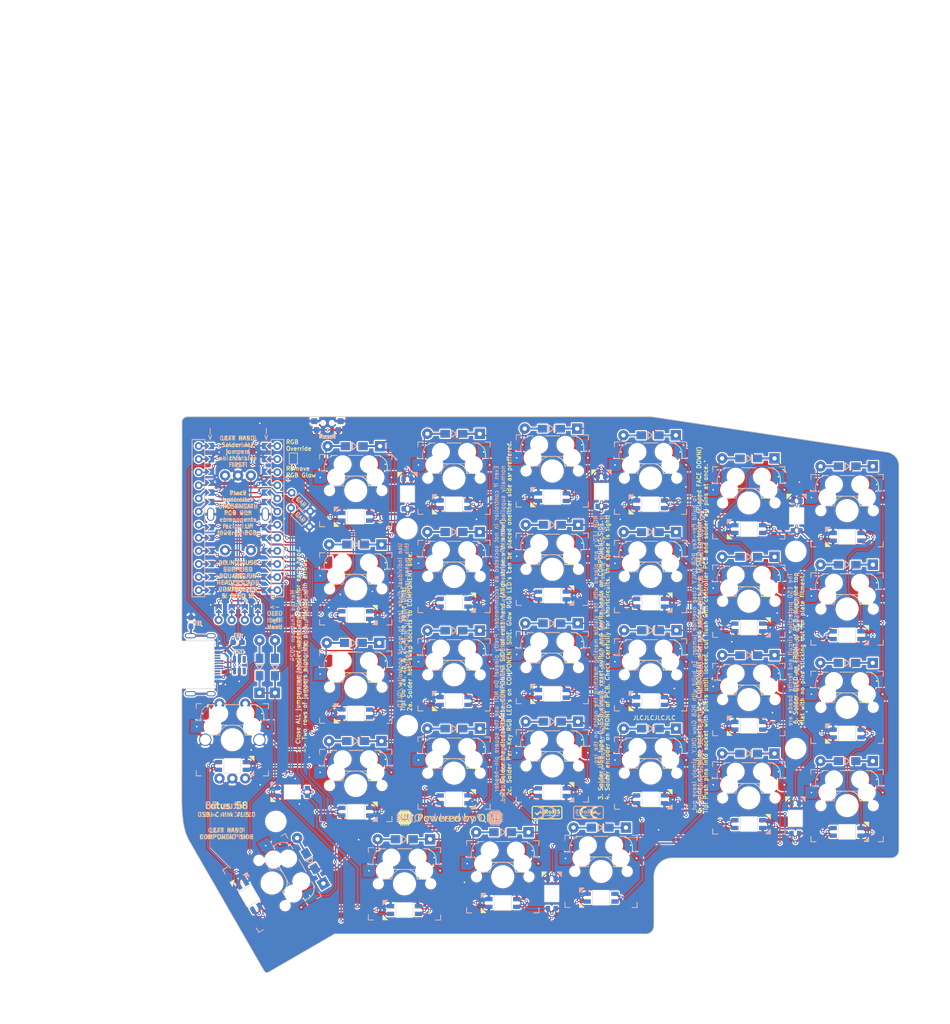
<source format=kicad_pcb>
(kicad_pcb (version 20241229) (generator "pcbnew") (generator_version "9.0")
  (title_block (title "Lotus 58 Glow") (date "2024-11-18") (rev "v1.5.0") (company "Markus Knutsson <markus.knutsson@tweety.se>") (comment 1 "https://github.com/TweetyDaBird") (comment 2 "Licensed under CERN-OHL-S v2 or any superseding version"))
  (layers (0 "F.Cu" signal) (2 "B.Cu" signal) (13 "F.Paste" user) (15 "B.Paste" user) (5 "F.SilkS" user "F.Silkscreen") (7 "B.SilkS" user "B.Silkscreen") (1 "F.Mask" user) (3 "B.Mask" user) (25 "Edge.Cuts" user))
  (net 0 "")
  (net 1 "Net-(D1-A)")
  (net 2 "row4")
  (net 3 "Net-(D2-A)")
  (net 4 "Net-(D3-A)")
  (net 5 "row0")
  (net 6 "row1")
  (net 7 "row2")
  (net 8 "row3")
  (net 9 "Net-(D10-A)")
  (net 10 "Net-(D11-A)")
  (net 11 "Net-(D12-A)")
  (net 12 "Net-(D13-A)")
  (net 13 "Net-(D14-A)")
  (net 14 "Net-(D15-A)")
  (net 15 "Net-(D16-A)")
  (net 16 "Net-(D17-A)")
  (net 17 "Net-(D18-A)")
  (net 18 "Net-(D19-A)")
  (net 19 "Net-(D20-A)")
  (net 20 "Net-(D21-A)")
  (net 21 "Net-(D22-A)")
  (net 22 "Net-(D23-A)")
  (net 23 "Net-(D24-A)")
  (net 24 "Net-(D26-A)")
  (net 25 "Net-(D27-A)")
  (net 26 "Net-(D28-A)")
  (net 27 "VCC")
  (net 28 "GND")
  (net 29 "col0")
  (net 30 "col1")
  (net 31 "col2")
  (net 32 "col3")
  (net 33 "col4")
  (net 34 "col5")
  (net 35 "SDA")
  (net 36 "LED")
  (net 37 "SCL")
  (net 38 "RESET")
  (net 39 "Net-(D29-A)")
  (net 40 "DATA")
  (net 41 "Net-(D30-A)")
  (net 42 "Alt")
  (net 43 "Net-(LED1-DOUT)")
  (net 44 "Net-(LED2-DOUT)")
  (net 45 "Net-(LED3-DOUT)")
  (net 46 "Net-(LED4-DOUT)")
  (net 47 "Net-(LED5-DOUT)")
  (net 48 "Net-(LED12-DIN)")
  (net 49 "Net-(LED13-DIN)")
  (net 50 "Net-(LED7-DIN)")
  (net 51 "Net-(LED8-DIN)")
  (net 52 "Net-(LED10-DOUT)")
  (net 53 "Net-(LED10-DIN)")
  (net 54 "Net-(LED11-DIN)")
  (net 55 "Net-(LED13-DOUT)")
  (net 56 "Net-(LED14-DOUT)")
  (net 57 "Net-(LED15-DOUT)")
  (net 58 "Net-(LED16-DOUT)")
  (net 59 "Net-(LED17-DOUT)")
  (net 60 "Net-(LED18-DOUT)")
  (net 61 "Net-(LED19-DOUT)")
  (net 62 "Net-(LED19-DIN)")
  (net 63 "Net-(LED20-DIN)")
  (net 64 "Net-(LED21-DIN)")
  (net 65 "KEY")
  (net 66 "Net-(LED22-DIN)")
  (net 67 "Net-(LED23-DIN)")
  (net 68 "Net-(LED25-DOUT)")
  (net 69 "EncB")
  (net 70 "EncA")
  (net 71 "Net-(LED26-DOUT)")
  (net 72 "Net-(LED27-DOUT)")
  (net 73 "Net-(LED28-DOUT)")
  (net 74 "Net-(LED30-DOUT)")
  (net 75 "Net-(LED31-DOUT)")
  (net 76 "Net-(LED32-DOUT)")
  (net 77 "Net-(LED33-DOUT)")
  (net 78 "Net-(LED34-DOUT)")
  (net 81 "/VCC_LINK")
  (net 112 "Net-(J1-SHIELD)")
  (net 239 "Net-(D34-A)")
  (net 240 "Net-(D35-A)")
  (net 241 "Net-(D36-A)")
  (net 242 "Net-(D37-A)")
  (net 243 "Net-(D38-A)")
  (net 244 "Net-(D39-A)")
  (footprint "Keyboard Common:Spacer PCB hole" (layer "F.Cu") (at 124.32538 57.40908)
    (property "Reference" "TH1" (hide yes))
    (property "Value" "HOLE" (hide yes))
  )
  (footprint "Keyboard Common:Spacer PCB hole" (layer "F.Cu") (at 199.7 61.8)
    (property "Reference" "TH2" (hide yes))
    (property "Value" "HOLE" (hide yes))
  )
  (footprint "Keyboard Common:Spacer PCB hole" (layer "F.Cu") (at 124.3965 95.5675)
    (property "Reference" "TH3" (hide yes))
    (property "Value" "HOLE" (hide yes))
  )
  (footprint "Keyboard Common:Spacer PCB hole" (layer "F.Cu") (at 199.7 100)
    (property "Reference" "TH4" (hide yes))
    (property "Value" "HOLE" (hide yes))
  )
  (footprint "Keyboard Common:Spacer PCB hole" (layer "F.Cu") (at 98.8949 114.1095 90)
    (property "Reference" "TH5" (hide yes))
    (property "Value" "HOLE" (hide yes))
  )
  (footprint "Keyboard Switches:SW_MX_HotSwap_Reversible" (layer "F.Cu") (at 133.45 47.6)
    (property "Reference" "SW2" (hide yes))
    (property "Value" "Kailh hotswap MX socket" (hide yes))
  )
  (footprint "Keyboard Switches:SW_MX_HotSwap_Reversible" (layer "F.Cu") (at 152.5 46.21)
    (property "Reference" "SW3" (hide yes))
    (property "Value" "Kailh hotswap MX socket" (hide yes))
  )
  (footprint "Keyboard Switches:SW_MX_HotSwap_Reversible" (layer "F.Cu") (at 171.55 47.6)
    (property "Reference" "SW4" (hide yes))
    (property "Value" "Kailh hotswap MX socket" (hide yes))
  )
  (footprint "Keyboard Switches:SW_MX_HotSwap_Reversible" (layer "F.Cu") (at 209.65 53.9)
    (property "Reference" "SW6" (hide yes))
    (property "Value" "Kailh hotswap MX socket" (hide yes))
  )
  (footprint "Keyboard Switches:SW_MX_HotSwap_Reversible" (layer "F.Cu") (at 114.4 69.05)
    (property "Reference" "SW7" (hide yes))
    (property "Value" "Kailh hotswap MX socket" (hide yes))
  )
  (footprint "Keyboard Switches:SW_MX_HotSwap_Reversible" (layer "F.Cu") (at 152.5 65.26)
    (property "Reference" "SW9" (hide yes))
    (property "Value" "Kailh hotswap MX socket" (hide yes))
  )
  (footprint "Keyboard Switches:SW_MX_HotSwap_Reversible" (layer "F.Cu") (at 171.55 66.65)
    (property "Reference" "SW10" (hide yes))
    (property "Value" "Kailh hotswap MX socket" (hide yes))
  )
  (footprint "Keyboard Switches:SW_MX_HotSwap_Reversible" (layer "F.Cu") (at 190.6 71.45)
    (property "Reference" "SW11" (hide yes))
    (property "Value" "Kailh hotswap MX socket" (hide yes))
  )
  (footprint "Keyboard Switches:SW_MX_HotSwap_Reversible" (layer "F.Cu") (at 209.65 72.95)
    (property "Reference" "SW12" (hide yes))
    (property "Value" "Kailh hotswap MX socket" (hide yes))
  )
  (footprint "Keyboard Switches:SW_MX_HotSwap_Reversible" (layer "F.Cu") (at 114.4 88.1)
    (property "Reference" "SW13" (hide yes))
    (property "Value" "Kailh hotswap MX socket" (hide yes))
  )
  (footprint "Keyboard Switches:SW_MX_HotSwap_Reversible" (layer "F.Cu") (at 133.45 85.7)
    (property "Reference" "SW14" (hide yes))
    (property "Value" "Kailh hotswap MX socket" (hide yes))
  )
  (footprint "Keyboard Switches:SW_MX_HotSwap_Reversible" (layer "F.Cu") (at 152.5 84.31)
    (property "Reference" "SW15" (hide yes))
    (property "Value" "Kailh hotswap MX socket" (hide yes))
  )
  (footprint "Keyboard Switches:SW_MX_HotSwap_Reversible" (layer "F.Cu") (at 190.6 90.5)
    (property "Reference" "SW17" (hide yes))
    (property "Value" "Kailh hotswap MX socket" (hide yes))
  )
  (footprint "Keyboard Switches:SW_MX_HotSwap_Reversible" (layer "F.Cu") (at 209.65 92)
    (property "Reference" "SW18" (hide yes))
    (property "Value" "Kailh hotswap MX socket" (hide yes))
  )
  (footprint "Keyboard Switches:SW_MX_HotSwap_Reversible" (layer "F.Cu") (at 114.4 107.15)
    (property "Reference" "SW19" (hide yes))
    (property "Value" "Kailh hotswap MX socket" (hide yes))
  )
  (footprint "Keyboard Switches:SW_MX_HotSwap_Reversible" (layer "F.Cu") (at 133.45 104.75)
    (property "Reference" "SW20" (hide yes))
    (property "Value" "Kailh hotswap MX socket" (hide yes))
  )
  (footprint "Keyboard Switches:SW_MX_HotSwap_Reversible" (layer "F.Cu") (at 152.5 103.36)
    (property "Reference" "SW21" (hide yes))
    (property "Value" "Kailh hotswap MX socket" (hide yes))
  )
  (footprint "Keyboard Switches:SW_MX_HotSwap_Reversible" (layer "F.Cu") (at 171.55 104.75)
    (property "Reference" "SW22" (hide yes))
    (property "Value" "Kailh hotswap MX socket" (hide yes))
  )
  (footprint "Keyboard Switches:SW_MX_HotSwap_Reversible" (layer "F.Cu") (at 190.6 109.55)
    (property "Reference" "SW23" (hide yes))
    (property "Value" "Kailh hotswap MX socket" (hide yes))
  )
  (footprint "Keyboard Switches:SW_MX_HotSwap_Reversible" (layer "F.Cu") (at 123.85 126.2)
    (property "Reference" "SW27" (hide yes))
    (property "Value" "Kailh hotswap MX socket" (hide yes))
  )
  (footprint "Keyboard Switches:SW_MX_HotSwap_Reversible" (layer "F.Cu") (at 142.8977 124.8283)
    (property "Reference" "SW28" (hide yes))
    (property "Value" "Kailh hotswap MX socket" (hide yes))
  )
  (footprint "Keyboard Switches:SW_MX_HotSwap_Reversible" (layer "F.Cu") (at 161.95 123.8)
    (property "Reference" "SW29" (hide yes))
    (property "Value" "Kailh hotswap MX socket" (hide yes))
  )
  (footprint "Keyboard Switches:SW_MX_HotSwap_Reversible" (layer "F.Cu") (at 114.4 50)
    (property "Reference" "SW1" (hide yes))
    (property "Value" "Kailh hotswap MX socket" (hide yes))
  )
  (footprint "Keyboard Switches:SW_MX_HotSwap_Reversible" (layer "F.Cu") (at 90.4748 98.2853)
    (property "Reference" "SW25" (hide yes))
    (property "Value" "Kailh hotswap MX socket" (hide yes))
  )
  (footprint "Keyboard Switches:SW_MX_HotSwap_Reversible" (layer "F.Cu") (at 209.65 111.05)
    (property "Reference" "SW24" (hide yes))
    (property "Value" "Kailh hotswap MX socket" (hide yes))
  )
  (footprint "Keyboard Switches:SW_MX_HotSwap_Reversible" (layer "F.Cu") (at 98.171 126.0475 -60)
    (property "Reference" "SW26" (hide yes))
    (property "Value" "Kailh hotswap MX socket" (hide yes))
  )
  (footprint "Keyboard Switches:SW_MX_HotSwap_Reversible" (layer "F.Cu") (at 171.55 85.7)
    (property "Reference" "SW16" (hide yes))
    (property "Value" "Kailh hotswap MX socket" (hide yes))
  )
  (footprint "Keyboard Common:SSD1306-0.91-OLED-4pin-128x32 doublesided" (layer "F.Cu") (at 91.62 56.59 -90)
    (property "Reference" "P1" (hide yes))
    (property "Value" "OLED")
  )
  (footprint "Keyboard RGB:MX_SK6812MINI-E_REVERSIBLE_special_v2" (layer "F.Cu") (at 199.625 113.522 90)
    (property "Reference" "LED33" (hide yes))
    (property "Value" "SK6803MINI-E" (hide yes))
    (fp_line (start 1.61 -1.41) (end 1.61 1.41) (stroke (width 0.1)) (layer "Edge.Cuts"))
    (fp_line (start -1.61 -1.41) (end 1.61 -1.41) (stroke (width 0.1)) (layer "Edge.Cuts"))
    (fp_line (start 1.61 1.41) (end -1.61 1.41) (stroke (width 0.1)) (layer "Edge.Cuts"))
    (fp_line (start -1.61 1.41) (end -1.61 -1.41) (stroke (width 0.1)) (layer "Edge.Cuts"))
  )
  (footprint "Keyboard RGB:MX_SK6812MINI-E_REVERSIBLE_special_v2" (layer "F.Cu") (at 152.4 128.0795 90)
    (property "Reference" "LED34" (hide yes))
    (property "Value" "SK6803MINI-E" (hide yes))
    (fp_line (start 1.61 -1.41) (end 1.61 1.41) (stroke (width 0.1)) (layer "Edge.Cuts"))
    (fp_line (start -1.61 -1.41) (end 1.61 -1.41) (stroke (width 0.1)) (layer "Edge.Cuts"))
    (fp_line (start 1.61 1.41) (end -1.61 1.41) (stroke (width 0.1)) (layer "Edge.Cuts"))
    (fp_line (start -1.61 1.41) (end -1.61 -1.41) (stroke (width 0.1)) (layer "Edge.Cuts"))
  )
  (footprint "Keyboard RGB:MX_SK6812MINI-E_REVERSIBLE_special_v2" (layer "F.Cu") (at 102.108 108.3945 180)
    (property "Reference" "LED35" (hide yes))
    (property "Value" "SK6803MINI-E" (hide yes))
    (fp_line (start 1.61 1.41) (end -1.61 1.41) (stroke (width 0.1)) (layer "Edge.Cuts"))
    (fp_line (start 1.61 -1.41) (end 1.61 1.41) (stroke (width 0.1)) (layer "Edge.Cuts"))
    (fp_line (start -1.61 1.41) (end -1.61 -1.41) (stroke (width 0.1)) (layer "Edge.Cuts"))
    (fp_line (start -1.61 -1.41) (end 1.61 -1.41) (stroke (width 0.1)) (layer "Edge.Cuts"))
  )
  (footprint "Keyboard RGB:MX_SK6812MINI-E_REVERSIBLE_special_v2" (layer "F.Cu") (at 199.872 54.896 90)
    (property "Reference" "LED32" (hide yes))
    (property "Value" "SK6803MINI-E" (hide yes))
    (fp_line (start 1.61 -1.41) (end 1.61 1.41) (stroke (width 0.1)) (layer "Edge.Cuts"))
    (fp_line (start -1.61 -1.41) (end 1.61 -1.41) (stroke (width 0.1)) (layer "Edge.Cuts"))
    (fp_line (start 1.61 1.41) (end -1.61 1.41) (stroke (width 0.1)) (layer "Edge.Cuts"))
    (fp_line (start -1.61 1.41) (end -1.61 -1.41) (stroke (width 0.1)) (layer "Edge.Cuts"))
  )
  (footprint "Keyboard RGB:MX_SK6812MINI-E_REVERSIBLE_special_v2" (layer "F.Cu") (at 124.4235 50.651 90)
    (property "Reference" "LED30" (hide yes))
    (property "Value" "SK6803MINI-E" (hide yes))
    (fp_line (start 1.61 -1.41) (end 1.61 1.41) (stroke (width 0.1)) (layer "Edge.Cuts"))
    (fp_line (start -1.61 -1.41) (end 1.61 -1.41) (stroke (width 0.1)) (layer "Edge.Cuts"))
    (fp_line (start 1.61 1.41) (end -1.61 1.41) (stroke (width 0.1)) (layer "Edge.Cuts"))
    (fp_line (start -1.61 1.41) (end -1.61 -1.41) (stroke (width 0.1)) (layer "Edge.Cuts"))
  )
  (footprint "Keyboard Controllers:ProMicro_jumpers_V3" (layer "F.Cu") (at 91.567 55.35)
    (property "Reference" "U1" (hide yes))
    (property "Value" "ProMicro")
  )
  (footprint "Keyboard Switches:SW_MX_HotSwap_Reversible" (layer "F.Cu") (at 190.6 52.4)
    (property "Reference" "SW5" (hide yes))
    (property "Value" "Kailh hotswap MX socket" (hide yes))
  )
  (footprint "Keyboard RGB:MX_SK6812MINI-E_REVERSIBLE_special_v2" (layer "F.Cu") (at 162.0285 50.1875 90)
    (property "Reference" "LED31" (hide yes))
    (property "Value" "SK6803MINI-E" (hide yes))
    (fp_line (start 1.61 -1.41) (end 1.61 1.41) (stroke (width 0.1)) (layer "Edge.Cuts"))
    (fp_line (start -1.61 -1.41) (end 1.61 -1.41) (stroke (width 0.1)) (layer "Edge.Cuts"))
    (fp_line (start 1.61 1.41) (end -1.61 1.41) (stroke (width 0.1)) (layer "Edge.Cuts"))
    (fp_line (start -1.61 1.41) (end -1.61 -1.41) (stroke (width 0.1)) (layer "Edge.Cuts"))
  )
  (footprint "Keyboard Switches:SW_MX_HotSwap_Reversible" (layer "F.Cu") (at 133.45 66.65)
    (property "Reference" "SW8" (hide yes))
    (property "Value" "Kailh hotswap MX socket" (hide yes))
  )
  (footprint "Keyboard RGB:MX_SK6812MINI-E_REVERSIBLE" (layer "F.Cu") (at 114.4 55.08 180)
    (property "Reference" "LED1" (hide yes))
    (property "Value" "SK6803MINI-E" (hide yes))
    (fp_line (start 1.65 1.45) (end -1.65 1.45) (stroke (width 0.1)) (layer "Edge.Cuts"))
    (fp_line (start 1.65 -1.45) (end 1.65 1.45) (stroke (width 0.1)) (layer "Edge.Cuts"))
    (fp_line (start -1.65 1.45) (end -1.65 -1.45) (stroke (width 0.1)) (layer "Edge.Cuts"))
    (fp_line (start -1.65 -1.45) (end 1.65 -1.45) (stroke (width 0.1)) (layer "Edge.Cuts"))
  )
  (footprint "Keyboard RGB:MX_SK6812MINI-E_REVERSIBLE" (layer "F.Cu") (at 133.45 52.68 180)
    (property "Reference" "LED2" (hide yes))
    (property "Value" "SK6803MINI-E" (hide yes))
    (fp_line (start 1.65 1.45) (end -1.65 1.45) (stroke (width 0.1)) (layer "Edge.Cuts"))
    (fp_line (start 1.65 -1.45) (end 1.65 1.45) (stroke (width 0.1)) (layer "Edge.Cuts"))
    (fp_line (start -1.65 1.45) (end -1.65 -1.45) (stroke (width 0.1)) (layer "Edge.Cuts"))
    (fp_line (start -1.65 -1.45) (end 1.65 -1.45) (stroke (width 0.1)) (layer "Edge.Cuts"))
  )
  (footprint "Keyboard RGB:MX_SK6812MINI-E_REVERSIBLE" (layer "F.Cu") (at 152.5 51.29 180)
    (property "Reference" "LED3" (hide yes))
    (property "Value" "SK6803MINI-E" (hide yes))
    (fp_line (start 1.65 1.45) (end -1.65 1.45) (stroke (width 0.1)) (layer "Edge.Cuts"))
    (fp_line (start 1.65 -1.45) (end 1.65 1.45) (stroke (width 0.1)) (layer "Edge.Cuts"))
    (fp_line (start -1.65 1.45) (end -1.65 -1.45) (stroke (width 0.1)) (layer "Edge.Cuts"))
    (fp_line (start -1.65 -1.45) (end 1.65 -1.45) (stroke (width 0.1)) (layer "Edge.Cuts"))
  )
  (footprint "Keyboard RGB:MX_SK6812MINI-E_REVERSIBLE" (layer "F.Cu") (at 171.55 52.68 180)
    (property "Reference" "LED4" (hide yes))
    (property "Value" "SK6803MINI-E" (hide yes))
    (fp_line (start 1.65 1.45) (end -1.65 1.45) (stroke (width 0.1)) (layer "Edge.Cuts"))
    (fp_line (start 1.65 -1.45) (end 1.65 1.45) (stroke (width 0.1)) (layer "Edge.Cuts"))
    (fp_line (start -1.65 1.45) (end -1.65 -1.45) (stroke (width 0.1)) (layer "Edge.Cuts"))
    (fp_line (start -1.65 -1.45) (end 1.65 -1.45) (stroke (width 0.1)) (layer "Edge.Cuts"))
  )
  (footprint "Keyboard RGB:MX_SK6812MINI-E_REVERSIBLE" (layer "F.Cu") (at 190.6 57.48 180)
    (property "Reference" "LED5" (hide yes))
    (property "Value" "SK6803MINI-E" (hide yes))
    (fp_line (start 1.65 1.45) (end -1.65 1.45) (stroke (width 0.1)) (layer "Edge.Cuts"))
    (fp_line (start 1.65 -1.45) (end 1.65 1.45) (stroke (width 0.1)) (layer "Edge.Cuts"))
    (fp_line (start -1.65 1.45) (end -1.65 -1.45) (stroke (width 0.1)) (layer "Edge.Cuts"))
    (fp_line (start -1.65 -1.45) (end 1.65 -1.45) (stroke (width 0.1)) (layer "Edge.Cuts"))
  )
  (footprint "Keyboard RGB:MX_SK6812MINI-E_REVERSIBLE" (layer "F.Cu") (at 209.65 58.98 180)
    (property "Reference" "LED6" (hide yes))
    (property "Value" "SK6803MINI-E" (hide yes))
    (fp_line (start 1.65 1.45) (end -1.65 1.45) (stroke (width 0.1)) (layer "Edge.Cuts"))
    (fp_line (start 1.65 -1.45) (end 1.65 1.45) (stroke (width 0.1)) (layer "Edge.Cuts"))
    (fp_line (start -1.65 1.45) (end -1.65 -1.45) (stroke (width 0.1)) (layer "Edge.Cuts"))
    (fp_line (start -1.65 -1.45) (end 1.65 -1.45) (stroke (width 0.1)) (layer "Edge.Cuts"))
  )
  (footprint "Keyboard RGB:MX_SK6812MINI-E_REVERSIBLE" (layer "F.Cu") (at 114.4 74.13)
    (property "Reference" "LED7" (hide yes))
    (property "Value" "SK6803MINI-E" (hide yes))
    (fp_line (start -1.65 -1.45) (end 1.65 -1.45) (stroke (width 0.1)) (layer "Edge.Cuts"))
    (fp_line (start -1.65 1.45) (end -1.65 -1.45) (stroke (width 0.1)) (layer "Edge.Cuts"))
    (fp_line (start 1.65 -1.45) (end 1.65 1.45) (stroke (width 0.1)) (layer "Edge.Cuts"))
    (fp_line (start 1.65 1.45) (end -1.65 1.45) (stroke (width 0.1)) (layer "Edge.Cuts"))
  )
  (footprint "Keyboard RGB:MX_SK6812MINI-E_REVERSIBLE" (layer "F.Cu") (at 133.45 71.73)
    (property "Reference" "LED8" (hide yes))
    (property "Value" "SK6803MINI-E" (hide yes))
    (fp_line (start -1.65 -1.45) (end 1.65 -1.45) (stroke (width 0.1)) (layer "Edge.Cuts"))
    (fp_line (start -1.65 1.45) (end -1.65 -1.45) (stroke (width 0.1)) (layer "Edge.Cuts"))
    (fp_line (start 1.65 -1.45) (end 1.65 1.45) (stroke (width 0.1)) (layer "Edge.Cuts"))
    (fp_line (start 1.65 1.45) (end -1.65 1.45) (stroke (width 0.1)) (layer "Edge.Cuts"))
  )
  (footprint "Keyboard RGB:MX_SK6812MINI-E_REVERSIBLE" (layer "F.Cu") (at 152.5 70.34)
    (property "Reference" "LED9" (hide yes))
    (property "Value" "SK6803MINI-E" (hide yes))
    (fp_line (start -1.65 -1.45) (end 1.65 -1.45) (stroke (width 0.1)) (layer "Edge.Cuts"))
    (fp_line (start -1.65 1.45) (end -1.65 -1.45) (stroke (width 0.1)) (layer "Edge.Cuts"))
    (fp_line (start 1.65 -1.45) (end 1.65 1.45) (stroke (width 0.1)) (layer "Edge.Cuts"))
    (fp_line (start 1.65 1.45) (end -1.65 1.45) (stroke (width 0.1)) (layer "Edge.Cuts"))
  )
  (footprint "Keyboard RGB:MX_SK6812MINI-E_REVERSIBLE" (layer "F.Cu") (at 171.55 71.73)
    (property "Reference" "LED10" (hide yes))
    (property "Value" "SK6803MINI-E" (hide yes))
    (fp_line (start -1.65 -1.45) (end 1.65 -1.45) (stroke (width 0.1)) (layer "Edge.Cuts"))
    (fp_line (start -1.65 1.45) (end -1.65 -1.45) (stroke (width 0.1)) (layer "Edge.Cuts"))
    (fp_line (start 1.65 -1.45) (end 1.65 1.45) (stroke (width 0.1)) (layer "Edge.Cuts"))
    (fp_line (start 1.65 1.45) (end -1.65 1.45) (stroke (width 0.1)) (layer "Edge.Cuts"))
  )
  (footprint "Keyboard RGB:MX_SK6812MINI-E_REVERSIBLE" (layer "F.Cu") (at 190.6 76.53)
    (property "Reference" "LED11" (hide yes))
    (property "Value" "SK6803MINI-E" (hide yes))
    (fp_line (start -1.65 -1.45) (end 1.65 -1.45) (stroke (width 0.1)) (layer "Edge.Cuts"))
    (fp_line (start -1.65 1.45) (end -1.65 -1.45) (stroke (width 0.1)) (layer "Edge.Cuts"))
    (fp_line (start 1.65 -1.45) (end 1.65 1.45) (stroke (width 0.1)) (layer "Edge.Cuts"))
    (fp_line (start 1.65 1.45) (end -1.65 1.45) (stroke (width 0.1)) (layer "Edge.Cuts"))
  )
  (footprint "Keyboard RGB:MX_SK6812MINI-E_REVERSIBLE" (layer "F.Cu") (at 209.65 78.03)
    (property "Reference" "LED12" (hide yes))
    (property "Value" "SK6803MINI-E" (hide yes))
    (fp_line (start -1.65 -1.45) (end 1.65 -1.45) (stroke (width 0.1)) (layer "Edge.Cuts"))
    (fp_line (start -1.65 1.45) (end -1.65 -1.45) (stroke (width 0.1)) (layer "Edge.Cuts"))
    (fp_line (start 1.65 -1.45) (end 1.65 1.45) (stroke (width 0.1)) (layer "Edge.Cuts"))
    (fp_line (start 1.65 1.45) (end -1.65 1.45) (stroke (width 0.1)) (layer "Edge.Cuts"))
  )
  (footprint "Keyboard RGB:MX_SK6812MINI-E_REVERSIBLE" (layer "F.Cu") (at 114.4 93.18 180)
    (property "Reference" "LED13" (hide yes))
    (property "Value" "SK6803MINI-E" (hide yes))
    (fp_line (start 1.65 1.45) (end -1.65 1.45) (stroke (width 0.1)) (layer "Edge.Cuts"))
    (fp_line (start 1.65 -1.45) (end 1.65 1.45) (stroke (width 0.1)) (layer "Edge.Cuts"))
    (fp_line (start -1.65 1.45) (end -1.65 -1.45) (stroke (width 0.1)) (layer "Edge.Cuts"))
    (fp_line (start -1.65 -1.45) (end 1.65 -1.45) (stroke (width 0.1)) (layer "Edge.Cuts"))
  )
  (footprint "Keyboard RGB:MX_SK6812MINI-E_REVERSIBLE" (layer "F.Cu") (at 133.45 90.78 180)
    (property "Reference" "LED14" (hide yes))
    (property "Value" "SK6803MINI-E" (hide yes))
    (fp_line (start 1.65 1.45) (end -1.65 1.45) (stroke (width 0.1)) (layer "Edge.Cuts"))
    (fp_line (start 1.65 -1.45) (end 1.65 1.45) (stroke (width 0.1)) (layer "Edge.Cuts"))
    (fp_line (start -1.65 1.45) (end -1.65 -1.45) (stroke (width 0.1)) (layer "Edge.Cuts"))
    (fp_line (start -1.65 -1.45) (end 1.65 -1.45) (stroke (width 0.1)) (layer "Edge.Cuts"))
  )
  (footprint "Keyboard RGB:MX_SK6812MINI-E_REVERSIBLE" (layer "F.Cu") (at 152.5 89.39 180)
    (property "Reference" "LED15" (hide yes))
    (property "Value" "SK6803MINI-E" (hide yes))
    (fp_line (start 1.65 1.45) (end -1.65 1.45) (stroke (width 0.1)) (layer "Edge.Cuts"))
    (fp_line (start 1.65 -1.45) (end 1.65 1.45) (stroke (width 0.1)) (layer "Edge.Cuts"))
    (fp_line (start -1.65 1.45) (end -1.65 -1.45) (stroke (width 0.1)) (layer "Edge.Cuts"))
    (fp_line (start -1.65 -1.45) (end 1.65 -1.45) (stroke (width 0.1)) (layer "Edge.Cuts"))
  )
  (footprint "Keyboard RGB:MX_SK6812MINI-E_REVERSIBLE" (layer "F.Cu") (at 171.55 90.78 180)
    (property "Reference" "LED16" (hide yes))
    (property "Value" "SK6803MINI-E" (hide yes))
    (fp_line (start 1.65 1.45) (end -1.65 1.45) (stroke (width 0.1)) (layer "Edge.Cuts"))
    (fp_line (start 1.65 -1.45) (end 1.65 1.45) (stroke (width 0.1)) (layer "Edge.Cuts"))
    (fp_line (start -1.65 1.45) (end -1.65 -1.45) (stroke (width 0.1)) (layer "Edge.Cuts"))
    (fp_line (start -1.65 -1.45) (end 1.65 -1.45) (stroke (width 0.1)) (layer "Edge.Cuts"))
  )
  (footprint "Keyboard RGB:MX_SK6812MINI-E_REVERSIBLE" (layer "F.Cu") (at 190.6 95.58 180)
    (property "Reference" "LED17" (hide yes))
    (property "Value" "SK6803MINI-E" (hide yes))
    (fp_line (start 1.65 1.45) (end -1.65 1.45) (stroke (width 0.1)) (layer "Edge.Cuts"))
    (fp_line (start 1.65 -1.45) (end 1.65 1.45) (stroke (width 0.1)) (layer "Edge.Cuts"))
    (fp_line (start -1.65 1.45) (end -1.65 -1.45) (stroke (width 0.1)) (layer "Edge.Cuts"))
    (fp_line (start -1.65 -1.45) (end 1.65 -1.45) (stroke (width 0.1)) (layer "Edge.Cuts"))
  )
  (footprint "Keyboard RGB:MX_SK6812MINI-E_REVERSIBLE" (layer "F.Cu") (at 209.65 97.08 180)
    (property "Reference" "LED18" (hide yes))
    (property "Value" "SK6803MINI-E" (hide yes))
    (fp_line (start 1.65 1.45) (end -1.65 1.45) (stroke (width 0.1)) (layer "Edge.Cuts"))
    (fp_line (start 1.65 -1.45) (end 1.65 1.45) (stroke (width 0.1)) (layer "Edge.Cuts"))
    (fp_line (start -1.65 1.45) (end -1.65 -1.45) (stroke (width 0.1)) (layer "Edge.Cuts"))
    (fp_line (start -1.65 -1.45) (end 1.65 -1.45) (stroke (width 0.1)) (layer "Edge.Cuts"))
  )
  (footprint "Keyboard RGB:MX_SK6812MINI-E_REVERSIBLE" (layer "F.Cu") (at 114.4 112.23)
    (property "Reference" "LED19" (hide yes))
    (property "Value" "SK6803MINI-E" (hide yes))
    (fp_line (start -1.65 -1.45) (end 1.65 -1.45) (stroke (width 0.1)) (layer "Edge.Cuts"))
    (fp_line (start -1.65 1.45) (end -1.65 -1.45) (stroke (width 0.1)) (layer "Edge.Cuts"))
    (fp_line (start 1.65 -1.45) (end 1.65 1.45) (stroke (width 0.1)) (layer "Edge.Cuts"))
    (fp_line (start 1.65 1.45) (end -1.65 1.45) (stroke (width 0.1)) (layer "Edge.Cuts"))
  )
  (footprint "Keyboard RGB:MX_SK6812MINI-E_REVERSIBLE" (layer "F.Cu") (at 133.45 109.83)
    (property "Reference" "LED20" (hide yes))
    (property "Value" "SK6803MINI-E" (hide yes))
    (fp_line (start -1.65 -1.45) (end 1.65 -1.45) (stroke (width 0.1)) (layer "Edge.Cuts"))
    (fp_line (start -1.65 1.45) (end -1.65 -1.45) (stroke (width 0.1)) (layer "Edge.Cuts"))
    (fp_line (start 1.65 -1.45) (end 1.65 1.45) (stroke (width 0.1)) (layer "Edge.Cuts"))
    (fp_line (start 1.65 1.45) (end -1.65 1.45) (stroke (width 0.1)) (layer "Edge.Cuts"))
  )
  (footprint "Keyboard RGB:MX_SK6812MINI-E_REVERSIBLE" (layer "F.Cu") (at 152.5 108.44)
    (property "Reference" "LED21" (hide yes))
    (property "Value" "SK6803MINI-E" (hide yes))
    (fp_line (start -1.65 -1.45) (end 1.65 -1.45) (stroke (width 0.1)) (layer "Edge.Cuts"))
    (fp_line (start -1.65 1.45) (end -1.65 -1.45) (stroke (width 0.1)) (layer "Edge.Cuts"))
    (fp_line (start 1.65 -1.45) (end 1.65 1.45) (stroke (width 0.1)) (layer "Edge.Cuts"))
    (fp_line (start 1.65 1.45) (end -1.65 1.45) (stroke (width 0.1)) (layer "Edge.Cuts"))
  )
  (footprint "Keyboard RGB:MX_SK6812MINI-E_REVERSIBLE" (layer "F.Cu") (at 171.55 109.83)
    (property "Reference" "LED22" (hide yes))
    (property "Value" "SK6803MINI-E" (hide yes))
    (fp_line (start -1.65 -1.45) (end 1.65 -1.45) (stroke (width 0.1)) (layer "Edge.Cuts"))
    (fp_line (start -1.65 1.45) (end -1.65 -1.45) (stroke (width 0.1)) (layer "Edge.Cuts"))
    (fp_line (start 1.65 -1.45) (end 1.65 1.45) (stroke (width 0.1)) (layer "Edge.Cuts"))
    (fp_line (start 1.65 1.45) (end -1.65 1.45) (stroke (width 0.1)) (layer "Edge.Cuts"))
  )
  (footprint "Keyboard RGB:MX_SK6812MINI-E_REVERSIBLE" (layer "F.Cu") (at 190.6 114.63)
    (property "Reference" "LED23" (hide yes))
    (property "Value" "SK6803MINI-E" (hide yes))
    (fp_line (start -1.65 -1.45) (end 1.65 -1.45) (stroke (width 0.1)) (layer "Edge.Cuts"))
    (fp_line (start -1.65 1.45) (end -1.65 -1.45) (stroke (width 0.1)) (layer "Edge.Cuts"))
    (fp_line (start 1.65 -1.45) (end 1.65 1.45) (stroke (width 0.1)) (layer "Edge.Cuts"))
    (fp_line (start 1.65 1.45) (end -1.65 1.45) (stroke (width 0.1)) (layer "Edge.Cuts"))
  )
  (footprint "Keyboard RGB:MX_SK6812MINI-E_REVERSIBLE" (layer "F.Cu") (at 209.65 116.13)
    (property "Reference" "LED24" (hide yes))
    (property "Value" "SK6803MINI-E" (hide yes))
    (fp_line (start -1.65 -1.45) (end 1.65 -1.45) (stroke (width 0.1)) (layer "Edge.Cuts"))
    (fp_line (start -1.65 1.45) (end -1.65 -1.45) (stroke (width 0.1)) (layer "Edge.Cuts"))
    (fp_line (start 1.65 -1.45) (end 1.65 1.45) (stroke (width 0.1)) (layer "Edge.Cuts"))
    (fp_line (start 1.65 1.45) (end -1.65 1.45) (stroke (width 0.1)) (layer "Edge.Cuts"))
  )
  (footprint "Keyboard RGB:MX_SK6812MINI-E_REVERSIBLE" (layer "F.Cu") (at 90.4748 103.3653)
    (property "Reference" "LED25" (hide yes))
    (property "Value" "SK6803MINI-E" (hide yes))
    (fp_line (start -1.65 -1.45) (end 1.65 -1.45) (stroke (width 0.1)) (layer "Edge.Cuts"))
    (fp_line (start -1.65 1.45) (end -1.65 -1.45) (stroke (width 0.1)) (layer "Edge.Cuts"))
    (fp_line (start 1.65 -1.45) (end 1.65 1.45) (stroke (width 0.1)) (layer "Edge.Cuts"))
    (fp_line (start 1.65 1.45) (end -1.65 1.45) (stroke (width 0.1)) (layer "Edge.Cuts"))
  )
  (footprint "Keyboard RGB:MX_SK6812MINI-E_REVERSIBLE" (layer "F.Cu") (at 93.771591 128.587499 120)
    (property "Reference" "LED26" (hide yes))
    (property "Value" "SK6803MINI-E" (hide yes))
    (fp_line (start 1.65 -1.45) (end 1.65 1.45) (stroke (width 0.1)) (layer "Edge.Cuts"))
    (fp_line (start -1.65 -1.45) (end 1.65 -1.45) (stroke (width 0.1)) (layer "Edge.Cuts"))
    (fp_line (start 1.65 1.45) (end -1.65 1.45) (stroke (width 0.1)) (layer "Edge.Cuts"))
    (fp_line (start -1.65 1.45) (end -1.65 -1.45) (stroke (width 0.1)) (layer "Edge.Cuts"))
  )
  (footprint "Keyboard RGB:MX_SK6812MINI-E_REVERSIBLE" (layer "F.Cu") (at 123.85 131.28 180)
    (property "Reference" "LED27" (hide yes))
    (property "Value" "SK6803MINI-E" (hide yes))
    (fp_line (start 1.65 1.45) (end -1.65 1.45) (stroke (width 0.1)) (layer "Edge.Cuts"))
    (fp_line (start 1.65 -1.45) (end 1.65 1.45) (stroke (width 0.1)) (layer "Edge.Cuts"))
    (fp_line (start -1.65 1.45) (end -1.65 -1.45) (stroke (width 0.1)) (layer "Edge.Cuts"))
    (fp_line (start -1.65 -1.45) (end 1.65 -1.45) (stroke (width 0.1)) (layer "Edge.Cuts"))
  )
  (footprint "Keyboard RGB:MX_SK6812MINI-E_REVERSIBLE" (layer "F.Cu") (at 142.8977 129.9083 180)
    (property "Reference" "LED28" (hide yes))
    (property "Value" "SK6803MINI-E" (hide yes))
    (fp_line (start 1.65 1.45) (end -1.65 1.45) (stroke (width 0.1)) (layer "Edge.Cuts"))
    (fp_line (start 1.65 -1.45) (end 1.65 1.45) (stroke (width 0.1)) (layer "Edge.Cuts"))
    (fp_line (start -1.65 1.45) (end -1.65 -1.45) (stroke (width 0.1)) (layer "Edge.Cuts"))
    (fp_line (start -1.65 -1.45) (end 1.65 -1.45) (stroke (width 0.1)) (layer "Edge.Cuts"))
  )
  (footprint "Keyboard RGB:MX_SK6812MINI-E_REVERSIBLE" (layer "F.Cu") (at 161.95 128.88 180)
    (property "Reference" "LED29" (hide yes))
    (property "Value" "SK6803MINI-E" (hide yes))
    (fp_line (start 1.65 1.45) (end -1.65 1.45) (stroke (width 0.1)) (layer "Edge.Cuts"))
    (fp_line (start 1.65 -1.45) (end 1.65 1.45) (stroke (width 0.1)) (layer "Edge.Cuts"))
    (fp_line (start -1.65 1.45) (end -1.65 -1.45) (stroke (width 0.1)) (layer "Edge.Cuts"))
    (fp_line (start -1.65 -1.45) (end 1.65 -1.45) (stroke (width 0.1)) (layer "Edge.Cuts"))
  )
  (footprint "Keyboard Common:Diode_DO35_SOD123" (layer "F.Cu") (at 152.41 75.74 180)
    (property "Reference" "D46" (hide yes))
    (property "Value" "1N4148/1N4148W" (hide yes))
  )
  (footprint "Keyboard Common:Diode_DO35_SOD123" (layer "F.Cu") (at 105.62 121.797501 120)
    (property "Reference" "D52" (hide yes))
    (property "Value" "1N4148/1N4148W" (hide yes))
  )
  (footprint "Keyboard Common:Diode_DO35_SOD123" (layer "F.Cu") (at 209.63 83.4 180)
    (property "Reference" "D43" (hide yes))
    (property "Value" "1N4148/1N4148W" (hide yes))
  )
  (footprint "Keyboard Common:Diode_DO35_SOD123" (layer "F.Cu") (at 114.38 98.56 180)
    (property "Reference" "D49" (hide yes))
    (property "Value" "1N4148/1N4148W" (hide yes))
  )
  (footprint "Keyboard Common:YTS-A002" (layer "F.Cu") (at 108.91 36.91)
    (property "Reference" "RES1" (hide yes))
    (property "Value" "TS-A002" (hide yes))
  )
  (footprint "Keyboard Common:Diode_DO35_SOD123" (layer "F.Cu") (at 209.66 64.36 180)
    (property "Reference" "D42" (hide yes))
    (property "Value" "1N4148/1N4148W" (hide yes))
  )
  (footprint "Keyboard Common:Diode_DO35_SOD123" (layer "F.Cu") (at 171.5 58.06 180)
    (property "Reference" "D40" (hide yes))
    (property "Value" "1N4148/1N4148W" (hide yes))
  )
  (footprint "Keyboard Common:Diode_DO35_SOD123" (layer "F.Cu") (at 171.45 39.31 180)
    (property "Reference" "D34" (hide yes))
    (property "Value" "1N4148/1N4148W" (hide yes))
  )
  (footprint "Keyboard Common:Diode_DO35_SOD123" (layer "F.Cu") (at 171.57 77.09 180)
    (property "Reference" "D45" (hide yes))
    (property "Value" "1N4148/1N4148W" (hide yes))
  )
  (footprint "Keyboard Common:Diode_DO35_SOD123" (layer "F.Cu") (at 152.51 56.65 180)
    (property "Reference" "D39" (hide yes))
    (property "Value" "1N4148/1N4148W" (hide yes))
  )
  (footprint "Keyboard Common:Diode_DO35_SOD123" (layer "F.Cu") (at 190.59 62.85 180)
    (property "Reference" "D41" (hide yes))
    (property "Value" "1N4148/1N4148W" (hide yes))
  )
  (footprint "Logotypes:CE" (layer "F.Cu") (at 159.516059 112.391748)
    (property "Reference" "Logo4" (hide yes))
    (property "Value" "CE_Logo" (hide yes))
  )
  (footprint "Capacitor_SMD:C_0603_1608Metric_Pad1.08x0.95mm_HandSolder" (layer "F.Cu") (at 82.45 75.46 90)
    (property "Reference" "FB2" (hide yes))
    (property "Value" "Ferrite Bead")
  )
  (footprint "Keyboard Common:Diode_DO35_SOD123" (layer "F.Cu") (at 133.44 58.04 180)
    (property "Reference" "D38" (hide yes))
    (property "Value" "1N4148/1N4148W" (hide yes))
  )
  (footprint "Keyboard Common:Diode_DO35_SOD123" (layer "F.Cu") (at 133.44 96.13 180)
    (property "Reference" "D50" (hide yes))
    (property "Value" "1N4148/1N4148W" (hide yes))
  )
  (footprint "Package_TO_SOT_SMD:SOT-23-6" (layer "F.Cu") (at 91.83 83.85 90)
    (property "Reference" "U2" (hide yes))
    (property "Value" "SRV05-4")
  )
  (footprint "Keyboard Common:Diode_DO35_SOD123" (layer "F.Cu") (at 190.59 43.78 180)
    (property "Reference" "D35" (hide yes))
    (property "Value" "1N4148/1N4148W" (hide yes))
  )
  (footprint "Keyboard Common:Diode_DO35_SOD123" (layer "F.Cu") (at 133.44 77.14 180)
    (property "Reference" "D47" (hide yes))
    (property "Value" "1N4148/1N4148W" (hide yes))
  )
  (footprint "Keyboard Common:Diode_DO35_SOD123" (layer "F.Cu") (at 113.94 79.53 180)
    (property "Reference" "D48" (hide yes))
    (property "Value" "1N4148/1N4148W" (hide yes))
  )
  (footprint "Keyboard Common:Jumper_min_v2" (layer "F.Cu") (at 102.306195 43.811819 90)
    (property "Reference" "JP1" (hide yes))
    (property "Value" "LEFT" (hide yes))
  )
  (footprint "Keyboard Common:Diode_DO35_SOD123" (layer "F.Cu") (at 209.66 45.31 180)
    (property "Reference" "D36" (hide yes))
    (property "Value" "1N4148/1N4148W" (hide yes))
  )
  (footprint "Keyboard Encoders:Encoder_Alps_EC11E_Small" (layer "F.Cu") (at 91.567 54.594 -90)
    (property "Reference" "ENC30" (hide yes))
    (property "Value" "Rotary_Encoder_Click" (hide yes))
  )
  (footprint "Keyboard Common:Diode_DO35_SOD123" (layer "F.Cu") (at 161.78 115.31 180)
    (property "Reference" "D55" (hide yes))
    (property "Value" "1N4148/1N4148W" (hide yes))
  )
  (footprint "Keyboard Common:Diode_DO35_SOD123" (layer "F.Cu") (at 95.74254 84.2 90)
    (property "Reference" "D51" (hide yes))
    (property "Value" "1N4148/1N4148W" (hide yes))
  )
  (footprint "Keyboard Common:Diode_DO35_SOD123" (layer "F.Cu") (at 152.49 94.79 180)
    (property "Reference" "D56" (hide yes))
    (property "Value" "1N4148/1N4148W" (hide yes))
  )
  (footprint "Keyboard Common:Diode_DO35_SOD123" (layer "F.Cu") (at 114.39 60.46 180)
    (property "Reference" "D37" (hide yes))
    (property "Value" "1N4148/1N4148W" (hide yes))
  )
  (footprint "Keyboard Common:Diode_DO35_SOD123" (layer "F.Cu") (at 142.89 116.21 180)
    (property "Reference" "D54" (hide yes))
    (property "Value" "1N4148/1N4148W" (hide yes))
  )
  (footprint "Keyboard Common:Diode_DO35_SOD123" (layer "F.Cu") (at 133.43 39.01 180)
    (property "Reference" "D32" (hide yes))
    (property "Value" "1N4148/1N4148W" (hide yes))
  )
  (footprint "Keyboard Common:Diode_DO35_SOD123" (layer "F.Cu") (at 190.58 100.95 180)
    (property "Reference" "D58" (hide yes))
    (property "Value" "1N4148/1N4148W" (hide yes))
  )
  (footprint "Keyboard Common:Diode_DO35_SOD123" (layer "F.Cu") (at 123.8 117.57 180)
    (property "Reference" "D53" (hide yes))
    (property "Value" "1N4148/1N4148W" (hide yes))
  )
  (footprint "Keyboard Common:Diode_DO35_SOD123" (layer "F.Cu") (at 171.51 96.13 180)
    (property "Reference" "D57" (hide yes))
    (property "Value" "1N4148/1N4148W" (hide yes))
  )
  (footprint "Logotypes:qmk logo" (layer "F.Cu") (at 132.56 113.4)
    (property "Reference" "Logo1" (hide yes))
    (property "Value" "QMK_Logo" (hide yes))
  )
  (footprint "Keyboard Common:Diode_DO35_SOD123" (layer "F.Cu") (at 114.11 41.41 180)
    (property "Reference" "D31" (hide yes))
    (property "Value" "1N4148/1N4148W" (hide yes))
  )
  (footprint "Keyboard Encoders:Encoder_Alps_EC11E_Small_onkey" (layer "F.Cu") (at 90.4748 98.2853 90)
    (property "Reference" "ENC31" (hide yes))
    (property "Value" "Rotary_Encoder_Click" (hide yes))
  )
  (footprint "Keyboard Common:Diode_DO35_SOD123" (layer "F.Cu") (at 190.6 81.9 180)
    (property "Reference" "D44" (hide yes))
    (property "Value" "1N4148/1N4148W" (hide yes))
  )
  (footprint "Logotypes:RoHs" (layer "F.Cu") (at 151.475 112.408252)
    (property "Reference" "G***" (hide yes))
    (property "Value" "LOGO" (hide yes))
  )
  (footprint "Keyboard Common:Diode_DO35_SOD123" (layer "F.Cu") (at 209.65 102.43 180)
    (property "Reference" "D59" (hide yes))
    (property "Value" "1N4148/1N4148W" (hide yes))
  )
  (footprint "Capacitor_SMD:C_0603_1608Metric_Pad1.08x0.95mm_HandSolder" (layer "F.Cu") (at 91.49 79.44)
    (property "Reference" "FB1" (hide yes))
    (property "Value" "Ferrite Bead")
  )
  (footprint "Keyboard Common:Diode_DO35_SOD123" (layer "F.Cu") (at 98.74 84.2 90)
    (property "Reference" "D60" (hide yes))
    (property "Value" "1N4148/1N4148W" (hide yes))
  )
  (footprint "Keyboard Common:Diode_DO35_SOD123" (layer "F.Cu") (at 152.32 38.01 180)
    (property "Reference" "D33" (hide yes))
    (property "Value" "1N4148/1N4148W" (hide yes))
  )
  (footprint "Keyboard Common:Diode_DO35_SOD123" (layer "B.Cu") (at 114.11 41.41 180)
    (property "Reference" "D1" (hide yes))
    (property "Value" "1N4148/1N4148W" (hide yes))
  )
  (footprint "Keyboard Common:Diode_DO35_SOD123" (layer "B.Cu") (at 152.32 38.01 180)
    (property "Reference" "D3" (hide yes))
    (property "Value" "1N4148/1N4148W" (hide yes))
  )
  (footprint "Keyboard Common:Diode_DO35_SOD123" (layer "B.Cu") (at 171.45 39.31 180)
    (property "Reference" "D4" (hide yes))
    (property "Value" "1N4148/1N4148W" (hide yes))
  )
  (footprint "Keyboard Common:Diode_DO35_SOD123" (layer "B.Cu") (at 209.66 45.31 180)
    (property "Reference" "D6" (hide yes))
    (property "Value" "1N4148/1N4148W" (hide yes))
  )
  (footprint "Keyboard Common:Diode_DO35_SOD123" (layer "B.Cu") (at 152.51 56.65 180)
    (property "Reference" "D9" (hide yes))
    (property "Value" "1N4148/1N4148W" (hide yes))
  )
  (footprint "Keyboard Common:Diode_DO35_SOD123" (layer "B.Cu") (at 171.5 58.06 180)
    (property "Reference" "D10" (hide yes))
    (property "Value" "1N4148/1N4148W" (hide yes))
  )
  (footprint "Keyboard Common:Diode_DO35_SOD123" (layer "B.Cu") (at 190.59 62.85 180)
    (property "Reference" "D11" (hide yes))
    (property "Value" "1N4148/1N4148W" (hide yes))
  )
  (footprint "Keyboard Common:Diode_DO35_SOD123" (layer "B.Cu") (at 209.66 64.36 180)
    (property "Reference" "D12" (hide yes))
    (property "Value" "1N4148/1N4148W" (hide yes))
  )
  (footprint "Keyboard Common:Diode_DO35_SOD123" (layer "B.Cu") (at 113.94 79.52 180)
    (property "Reference" "D13" (hide yes))
    (property "Value" "1N4148/1N4148W" (hide yes))
  )
  (footprint "Keyboard Common:Diode_DO35_SOD123" (layer "B.Cu") (at 133.44 77.14 180)
    (property "Reference" "D14" (hide yes))
    (property "Value" "1N4148/1N4148W" (hide yes))
  )
  (footprint "Keyboard Common:Diode_DO35_SOD123" (layer "B.Cu") (at 152.41 75.74 180)
    (property "Reference" "D15" (hide yes))
    (property "Value" "1N4148/1N4148W" (hide yes))
  )
  (footprint "Keyboard Common:Diode_DO35_SOD123" (layer "B.Cu") (at 171.57 77.09 180)
    (property "Reference" "D16" (hide yes))
    (property "Value" "1N4148/1N4148W" (hide yes))
  )
  (footprint "Keyboard Common:Diode_DO35_SOD123" (layer "B.Cu") (at 209.63 83.4 180)
    (property "Reference" "D18" (hide yes))
    (property "Value" "1N4148/1N4148W" (hide yes))
  )
  (footprint "Keyboard Common:Diode_DO35_SOD123" (layer "B.Cu") (at 114.38 98.56 180)
    (property "Reference" "D19" (hide yes))
    (property "Value" "1N4148/1N4148W" (hide yes))
  )
  (footprint "Keyboard Common:Diode_DO35_SOD123" (layer "B.Cu") (at 133.44 96.13 180)
    (property "Reference" "D20" (hide yes))
    (property "Value" "1N4148/1N4148W" (hide yes))
  )
  (footprint "Keyboard Common:Diode_DO35_SOD123" (layer "B.Cu") (at 152.49 94.79 180)
    (property "Reference" "D21" (hide yes))
    (property "Value" "1N4148/1N4148W" (hide yes))
  )
  (footprint "Keyboard Common:Diode_DO35_SOD123" (layer "B.Cu") (at 171.51 96.13 180)
    (property "Reference" "D22" (hide yes))
    (property "Value" "1N4148/1N4148W" (hide yes))
  )
  (footprint "Keyboard Common:Diode_DO35_SOD123" (layer "B.Cu") (at 190.58 100.95 180)
    (property "Reference" "D23" (hide yes))
    (property "Value" "1N4148/1N4148W" (hide yes))
  )
  (footprint "Keyboard Common:Diode_DO35_SOD123" (layer "B.Cu") (at 105.62 121.797501 120)
    (property "Reference" "D26" (hide yes))
    (property "Value" "1N4148/1N4148W" (hide yes))
  )
  (footprint "Keyboard Common:Diode_DO35_SOD123" (layer "B.Cu") (at 123.8 117.57 180)
    (property "Reference" "D27" (hide yes))
    (property "Value" "1N4148/1N4148W" (hide yes))
  )
  (footprint "Keyboard Common:Diode_DO35_SOD123" (layer "B.Cu") (at 209.65 102.43 180)
    (property "Reference" "D24" (hide yes))
    (property "Value" "1N4148/1N4148W" (hide yes))
  )
  (footprint "Keyboard Common:Diode_DO35_SOD123" (layer "B.Cu") (at 114.39 60.46 180)
    (property "Reference" "D7" (hide yes))
    (property "Value" "1N4148/1N4148W" (hide yes))
  )
  (footprint "Keyboard Common:Diode_DO35_SOD123" (layer "B.Cu") (at 133.44 58.04 180)
    (property "Reference" "D8" (hide yes))
    (property "Value" "1N4148/1N4148W" (hide yes))
  )
  (footprint "Keyboard Common:RESISTOR_Reversible" (layer "B.Cu") (at 103.77 52.22 135)
    (property "Reference" "C1" (hide yes))
    (property "Value" "100nF" (hide yes))
  )
  (footprint "Keyboard Common:RESISTOR_Reversible" (layer "B.Cu") (at 103.64 55.19 135)
    (property "Reference" "C2" (hide yes))
    (property "Value" "100nF" (hide yes))
  )
  (footprint "Keyboard Common:Diode_DO35_SOD123" (layer "B.Cu") (at 142.89 116.21 180)
    (property "Reference" "D28" (hide yes))
    (property "Value" "1N4148/1N4148W" (hide yes))
  )
  (footprint "Keyboard Common:Diode_DO35_SOD123" (layer "B.Cu") (at 161.78 115.31 180)
    (property "Reference" "D29" (hide yes))
    (property "Value" "1N4148/1N4148W" (hide yes))
  )
  (footprint "Keyboard Common:Diode_DO35_SOD123" (layer "B.Cu") (at 133.43 39.01 180)
    (property "Reference" "D2" (hide yes))
    (property "Value" "1N4148/1N4148W" (hide yes))
  )
  (footprint "Keyboard Common:Diode_DO35_SOD123" (layer "B.Cu") (at 190.59 43.78 180)
    (property "Reference" "D5" (hide yes))
    (property "Value" "1N4148/1N4148W" (hide yes))
  )
  (footprint "Keyboard Common:Diode_DO35_SOD123" (layer "B.Cu") (at 190.6 81.9 180)
    (property "Reference" "D17" (hide yes))
    (property "Value" "1N4148/1N4148W" (hide yes))
  )
  (footprint "Keyboard Common:Diode_DO35_SOD123" (layer "B.Cu") (at 95.74254 84.2 90)
    (property "Reference" "D25" (hide yes))
    (property "Value" "1N4148/1N4148W" (hide yes))
  )
  (footprint "Keyboard Common:Diode_DO35_SOD123" (layer "B.Cu") (at 98.74 84.2 90)
    (property "Reference" "D30" (hide yes))
    (property "Value" "1N4148/1N4148W" (hide yes))
  )
  (footprint "Capacitor_SMD:C_0603_1608Metric_Pad1.08x0.95mm_HandSolder" (layer "B.Cu") (at 91.487499 79.44)
    (property "Reference" "FB4" (hide yes))
    (property "Value" "Ferrite Bead")
  )
  (footprint "Keyboard Common:YTS-A002" (layer "B.Cu") (at 108.91 36.91 180)
    (property "Reference" "RES2" (hide yes))
    (property "Value" "TS-A002" (hide yes))
  )
  (footprint "Keyboard Common:Molex-216990_GCT-USB45xx_HRO-TYPE-C-31-M-13x-PiMicro_1_DOUBLESIDED" (layer "B.Cu") (at 81.167 83.75 90)
    (property "Reference" "J1" (hide yes))
    (property "Value" "USB_C_Receptacle_USB2.0")
    (fp_line (start 5.77 -0.5) (end 4.62 -0.5) (stroke (width 0.1)) (layer "Edge.Cuts"))
    (fp_line (start 4.62 -0.5) (end 4.62 5.783) (stroke (width 0.1)) (layer "Edge.Cuts"))
    (fp_line (start -4.62 -0.5) (end -5.77 -0.5) (stroke (width 0.1)) (layer "Edge.Cuts"))
    (fp_line (start 4.02 5.783) (end -4.02 5.783) (stroke (width 0.1)) (layer "Edge.Cuts"))
    (fp_line (start -4.62 5.783) (end -4.62 -0.5) (stroke (width 0.1)) (layer "Edge.Cuts"))
    (fp_arc (start 4.62 5.783) (mid 4.32 6.083) (end 4.02 5.783) (stroke (width 0.1)) (layer "Edge.Cuts"))
    (fp_arc (start -4.02 5.783) (mid -4.32 6.083) (end -4.62 5.783) (stroke (width 0.1)) (layer "Edge.Cuts"))
  )
  (footprint "Logotypes:CE" (layer "B.Cu") (at 151.483941 112.4 180)
    (property "Reference" "Logo6" (hide yes))
    (property "Value" "CE_Logo" (hide yes))
  )
  (footprint "Package_TO_SOT_SMD:SOT-23-6" (layer "B.Cu") (at 91.830001 83.8425 -90)
    (property "Reference" "U3" (hide yes))
    (property "Value" "SRV05-4")
  )
  (footprint "Logotypes:qmk logo" (layer "B.Cu") (at 132.74 113.4 180)
    (property "Reference" "Logo2" (hide yes))
    (property "Value" "QMK_Logo" (hide yes))
  )
  (footprint "Logotypes:RoHs" (layer "B.Cu") (at 159.525 112.4 180)
    (property "Reference" "G***" (hide yes))
    (property "Value" "LOGO" (hide yes))
  )
  (footprint "Capacitor_SMD:C_0603_1608Metric_Pad1.08x0.95mm_HandSolder" (layer "B.Cu") (at 82.46 75.45 90)
    (property "Reference" "FB3" (hide yes))
    (property "Value" "Ferrite Bead")
  )
  (gr_line (start 81.4197 116.3955) (end 81.9785 117.6655) (stroke (width 0.15)) (layer "Edge.Cuts"))
  (gr_line (start 219.50172 44.1452) (end 219.70492 44.8564) (stroke (width 0.15)) (layer "Edge.Cuts"))
  (gr_line (start 219.258732 120.757048) (end 219.03678 120.940136) (stroke (width 0.15)) (layer "Edge.Cuts"))
  (gr_line (start 219.03678 120.940136) (end 218.781972 121.078352) (stroke (width 0.15)) (layer "Edge.Cuts"))
  (gr_line (start 219.667372 119.998631) (end 219.580037 120.280287) (stroke (width 0.15)) (layer "Edge.Cuts"))
  (gr_line (start 219.580037 120.280287) (end 219.441821 120.535096) (stroke (width 0.15)) (layer "Edge.Cuts"))
  (gr_line (start 219.70492 119.6848) (end 219.667372 119.998631) (stroke (width 0.15)) (layer "Edge.Cuts"))
  (gr_line (start 219.441821 120.535096) (end 219.258732 120.757048) (stroke (width 0.15)) (layer "Edge.Cuts"))
  (gr_line (start 218.781972 121.078352) (end 218.500315 121.165688) (stroke (width 0.15)) (layer "Edge.Cuts"))
  (gr_line (start 218.500315 121.165688) (end 218.18092 121.19356) (stroke (width 0.15)) (layer "Edge.Cuts"))
  (gr_line (start 172.075297 134.989392) (end 171.937081 135.244201) (stroke (width 0.15)) (layer "Edge.Cuts"))
  (gr_line (start 80.7003 36.7444) (end 80.722283 36.528775) (stroke (width 0.15)) (layer "Edge.Cuts"))
  (gr_line (start 80.722283 36.528775) (end 80.783417 36.331615) (stroke (width 0.15)) (layer "Edge.Cuts"))
  (gr_line (start 81.342063 35.77297) (end 81.539222 35.711835) (stroke (width 0.15)) (layer "Edge.Cuts"))
  (gr_line (start 81.539222 35.711835) (end 81.7544 35.6903) (stroke (width 0.15)) (layer "Edge.Cuts"))
  (gr_line (start 80.880169 36.153249) (end 81.00833 35.997883) (stroke (width 0.15)) (layer "Edge.Cuts"))
  (gr_line (start 80.783417 36.331615) (end 80.880169 36.153249) (stroke (width 0.15)) (layer "Edge.Cuts"))
  (gr_line (start 81.00833 35.997883) (end 81.163697 35.869721) (stroke (width 0.15)) (layer "Edge.Cuts"))
  (gr_line (start 81.163697 35.869721) (end 81.342063 35.77297) (stroke (width 0.15)) (layer "Edge.Cuts"))
  (gr_line (start 80.772 112.649) (end 80.899 114.1095) (stroke (width 0.15)) (layer "Edge.Cuts"))
  (gr_line (start 80.7085 111.8235) (end 80.772 112.649) (stroke (width 0.15)) (layer "Edge.Cuts"))
  (gr_line (start 171.704 35.687) (end 81.7544 35.6903) (stroke (width 0.15)) (layer "Edge.Cuts"))
  (gr_line (start 218.511891 42.96639) (end 217.79552 42.621355) (stroke (width 0.15)) (layer "Edge.Cuts"))
  (gr_line (start 81.153 115.3795) (end 81.4197 116.3955) (stroke (width 0.15)) (layer "Edge.Cuts"))
  (gr_line (start 97.119252 143.413974) (end 97.268206 143.404468) (stroke (width 0.15)) (layer "Edge.Cuts"))
  (gr_line (start 171.53204 135.649242) (end 171.277232 135.787458) (stroke (width 0.15)) (layer "Edge.Cuts"))
  (gr_line (start 96.629837 143.08815) (end 96.735295 143.222884) (stroke (width 0.15)) (layer "Edge.Cuts"))
  (gr_line (start 80.667 77.98) (end 80.7003 36.7444) (stroke (width 0.15)) (layer "Edge.Cuts"))
  (gr_line (start 80.645 110.617) (end 80.7085 111.8235) (stroke (width 0.15)) (layer "Edge.Cuts"))
  (gr_line (start 172.162633 134.707736) (end 172.075297 134.989392) (stroke (width 0.15)) (layer "Edge.Cuts"))
  (gr_line (start 80.645 110.617) (end 80.667 89.52) (stroke (width 0.15)) (layer "Edge.Cuts"))
  (gr_line (start 171.277232 135.787458) (end 170.995576 135.874793) (stroke (width 0.15)) (layer "Edge.Cuts"))
  (gr_line (start 172.19308 134.427634) (end 172.162633 134.707736) (stroke (width 0.15)) (layer "Edge.Cuts"))
  (gr_line (start 96.852328 143.322532) (end 96.98047 143.386445) (stroke (width 0.15)) (layer "Edge.Cuts"))
  (gr_line (start 171.753993 135.466153) (end 171.53204 135.649242) (stroke (width 0.15)) (layer "Edge.Cuts"))
  (gr_line (start 110.31982 135.90524) (end 170.69308 135.90524) (stroke (width 0.15)) (layer "Edge.Cuts"))
  (gr_line (start 174.356326 121.468421) (end 175.013524 121.264638) (stroke (width 0.15)) (layer "Edge.Cuts"))
  (gr_line (start 80.899 114.1095) (end 81.153 115.3795) (stroke (width 0.15)) (layer "Edge.Cuts"))
  (gr_line (start 97.426864 143.357278) (end 97.594758 143.271756) (stroke (width 0.15)) (layer "Edge.Cuts"))
  (gr_line (start 171.937081 135.244201) (end 171.753993 135.466153) (stroke (width 0.15)) (layer "Edge.Cuts"))
  (gr_line (start 97.594758 143.271756) (end 110.31982 135.90524) (stroke (width 0.15)) (layer "Edge.Cuts"))
  (gr_line (start 172.19422 124.69622) (end 172.19308 134.427634) (stroke (width 0.15)) (layer "Edge.Cuts"))
  (gr_line (start 173.243884 122.218131) (end 173.761773 121.790925) (stroke (width 0.15)) (layer "Edge.Cuts"))
  (gr_line (start 217.79552 42.621355) (end 171.704 35.687) (stroke (width 0.15)) (layer "Edge.Cuts"))
  (gr_line (start 175.719348 121.193595) (end 218.18092 121.19356) (stroke (width 0.15)) (layer "Edge.Cuts"))
  (gr_line (start 97.268206 143.404468) (end 97.426864 143.357278) (stroke (width 0.15)) (layer "Edge.Cuts"))
  (gr_line (start 172.494174 123.330573) (end 172.816678 122.73602) (stroke (width 0.15)) (layer "Edge.Cuts"))
  (gr_line (start 219.13342 43.5102) (end 219.50172 44.1452) (stroke (width 0.15)) (layer "Edge.Cuts"))
  (gr_line (start 219.70492 44.8564) (end 219.70492 119.6848) (stroke (width 0.15)) (layer "Edge.Cuts"))
  (gr_line (start 172.19422 124.69622) (end 172.290391 123.987771) (stroke (width 0.15)) (layer "Edge.Cuts"))
  (gr_line (start 172.816678 122.73602) (end 173.243884 122.218131) (stroke (width 0.15)) (layer "Edge.Cuts"))
  (gr_line (start 219.13342 43.5102) (end 218.511891 42.96639) (stroke (width 0.15)) (layer "Edge.Cuts"))
  (gr_line (start 96.735295 143.222884) (end 96.852328 143.322532) (stroke (width 0.15)) (layer "Edge.Cuts"))
  (gr_line (start 81.9785 117.6655) (end 96.629837 143.08815) (stroke (width 0.15)) (layer "Edge.Cuts"))
  (gr_line (start 170.995576 135.874793) (end 170.69308 135.90524) (stroke (width 0.15)) (layer "Edge.Cuts"))
  (gr_line (start 173.761773 121.790925) (end 174.356326 121.468421) (stroke (width 0.15)) (layer "Edge.Cuts"))
  (gr_line (start 96.98047 143.386445) (end 97.119252 143.413974) (stroke (width 0.15)) (layer "Edge.Cuts"))
  (gr_line (start 172.290391 123.987771) (end 172.494174 123.330573) (stroke (width 0.15)) (layer "Edge.Cuts"))
  (gr_line (start 175.013524 121.264638) (end 175.719348 121.193595) (stroke (width 0.15)) (layer "Edge.Cuts"))
  (gr_text "Lotus 58" (at 89.35 111.0422 0) (layer "F.SilkS") (effects (font (size 1.25 1.25) (thickness 0.25) (bold yes))))
  (gr_text "2b. Solder the diodes to the COMPONENT SIDE of each hand. (Align stripe with arrow!).\n2c. Solder Per-Key RGB LED's on COMPONENT SIDE. Glow RGB LED's can be placed oneither side as preffered." (at 143.5 109.245 90) (layer "F.SilkS") (effects (font (size 0.8 0.8) (thickness 0.153)) (justify left)))
  (gr_text "RGB\nOverride\n\n\nRemove\nRGB Glow" (at 100.79 43.82 0) (layer "F.SilkS") (effects (font (size 0.8 0.8) (thickness 0.153)) (justify left)))
  (gr_text "<-\nOLED\nLeft\nHand" (at 98.7 74.48 0) (layer "F.SilkS") (effects (font (size 0.8 0.8) (thickness 0.153))))
  (gr_text "3. Solder USB type-C, ESD circuit, reset switch and ferrite beads on COMPONENT SIDE.\n4. Solder encoder on FRONT of PCB. Check carefully for shortcircuits, the space is tight!" (at 162.54 110.035 90) (layer "F.SilkS") (effects (font (size 0.8 0.8) (thickness 0.153)) (justify left)))
  (gr_text "1. Close ALL jumpers as labeled under controller for each hand.\n-> Two rows of jumpers along the pins, marked with arrows." (at 103.87 100.97 90) (layer "F.SilkS") (effects (font (size 0.8 0.8) (thickness 0.153)) (justify left)))
  (gr_text "USB-C link v1.5.0" (at 89.35 112.79 0) (layer "F.SilkS") (effects (font (size 0.8 0.8) (thickness 0.153))))
  (gr_text "Reset" (at 107.122405 39.53 0) (layer "F.SilkS") (effects (font (size 0.8 0.8) (thickness 0.153)) (justify left)))
  (gr_text "5. Solder controller sockets on the COMPONENT side and solder pins to a TESTED controller. (Placed FACE DOWN!)\nTip! Push pins into socket with pliers until locked, cut flush with controller PCB and solder all pins at once." (at 181.59 112.62 90) (layer "F.SilkS") (effects (font (size 0.8 0.8) (thickness 0.153)) (justify left)))
  (gr_text "LEFT HAND\nSolder ALL\njumpers\non this side\nFIRST!" (at 91.567 42.45 0) (layer "F.SilkS") (effects (font (size 0.8 0.8) (thickness 0.153))))
  (gr_text "LEFT HAND\nCOMPONENT SIDE" (at 89.35 116.48 0) (layer "F.SilkS") (effects (font (size 0.8 0.8) (thickness 0.153))))
  (gr_text "6. Solder OLED on FRONT of PCB. Keep the top \nflat with no pins sticking out for plate fitment. " (at 200.32 95.32 90) (layer "F.SilkS") (effects (font (size 0.8 0.8) (thickness 0.153)) (justify left)))
  (gr_text "Tip! Do 2a, 2b & 2c at the same time!\n2a. Solder hot-swap sockets to COMPONENT side.\n" (at 124.23 92.85 90) (layer "F.SilkS") (effects (font (size 0.8 0.8) (thickness 0.153)) (justify left)))
  (gr_text "FB" (at 90.597643 78.59 0) (layer "F.SilkS") (effects (font (size 0.8 0.8) (thickness 0.153) (bold yes)) (justify left bottom)))
  (gr_text "JLCJLCJLCJLC" (at 172.27 94.05 0) (layer "F.SilkS") (effects (font (size 0.8 0.8) (thickness 0.153))))
  (gr_text "|\nV" (at 97.04 39.1 0) (layer "F.SilkS") (effects (font (size 0.8 0.8) (thickness 0.153))))
  (gr_text "ESD" (at 90.450143 81.72 0) (layer "F.SilkS") (effects (font (size 0.8 0.8) (thickness 0.153) (bold yes)) (justify left bottom)))
  (gr_text "Place\ncontroller\nUNDERNEATH\nPCB with\ncomponents\nfacing UP\ntowards PCB." (at 91.567 54.344 0) (layer "F.SilkS") (effects (font (size 0.8 0.8) (thickness 0.153))))
  (gr_text "FB" (at 82.925286 76.182485 0) (layer "F.SilkS") (effects (font (size 0.8 0.8) (thickness 0.153) (bold yes)) (justify left bottom)))
  (gr_text "DO NOT USE\nSUPPLIED\nSQUARE PIN\nHEADERS FOR\nCONTROLLER\n& OLED !!!" (at 91.56 67.21 0) (layer "F.SilkS") (effects (font (size 0.8 0.8) (thickness 0.153))))
  (gr_text "|\nV" (at 86.17 39.1 0) (layer "F.SilkS") (effects (font (size 0.8 0.8) (thickness 0.153))))
  (gr_text "Lotus 58" (at 89.35 111.0422 0) (layer "B.SilkS") (effects (font (size 1.25 1.25) (thickness 0.25) (bold yes)) (justify mirror)))
  (gr_text "RIGHT HAND\nCOMPONENT SIDE" (at 89.35 116.48 0) (layer "B.SilkS") (effects (font (size 0.8 0.8) (thickness 0.153)) (justify mirror)))
  (gr_text "USB-C link v1.5.0" (at 89.35 112.79 0) (layer "B.SilkS") (effects (font (size 0.8 0.8) (thickness 0.153)) (justify mirror)))
  (gr_text "Markus Knutsson 2024\nhttps://github.com/TweetyDaBird\nLicensed under CERN-OHL-S v2+" (at 103.47 69.12 90) (layer "B.SilkS") (effects (font (size 0.8 0.8) (thickness 0.153)) (justify left mirror)))
  (gr_text "RIGHT HAND\nSolder ALL\njumpers\non this side\nFIRST!" (at 91.567 42.45 0) (layer "B.SilkS") (effects (font (size 0.8 0.8) (thickness 0.153)) (justify mirror)))
  (gr_text "|\nV" (at 97.04 39.1 -0) (layer "B.SilkS") (effects (font (size 0.8 0.8) (thickness 0.153)) (justify mirror)))
  (gr_text "DO NOT USE\nSUPPLIED\nSQUARE PIN\nHEADERS FOR\nCONTROLLER\n& OLED !!!" (at 91.56 67.21 0) (layer "B.SilkS") (effects (font (size 0.8 0.8) (thickness 0.153)) (justify mirror)))
  (gr_text "Use individual diode legs to mount controller/OLED, \nthis makes removal/repair MUCH easier!" (at 123.61 60.07 90) (layer "B.SilkS") (effects (font (size 0.8 0.8) (thickness 0.153)) (justify left mirror)))
  (gr_text "FB" (at 92.382357 78.59 -0) (layer "B.SilkS") (effects (font (size 0.8 0.8) (thickness 0.153) (bold yes)) (justify left bottom mirror)))
  (gr_text "|\nV" (at 86.17 39.1 -0) (layer "B.SilkS") (effects (font (size 0.8 0.8) (thickness 0.153)) (justify mirror)))
  (gr_text "RGB LED's are placed with the visible marking matching the notch on the leg.\nIf not working properly, resolder the pins on the LAST WORKING RGB to repair signal!" (at 161.58 54.73 90) (layer "B.SilkS") (effects (font (size 0.8 0.8) (thickness 0.153)) (justify left mirror)))
  (gr_text "Even if controller in not socketed as recommended, Pretty please! Do NOT use the square pin-header\nnormally supplied with the controller! They are VERY HARD to remove without PCB damage once soldered." (at 142.3 45.07 90) (layer "B.SilkS") (effects (font (size 0.8 0.8) (thickness 0.153)) (justify left mirror)))
  (gr_text "To build Per-Key RGB ONLY close override jumper. To build with RGB Glow ONLY, simply leave out \nPer-Key RGB. Default is BOTH! BUILD ONLY WITH SK6803 MINI-E, DO NOT USE SK6812 MINI-E!!!" (at 180.66 50.76 90) (layer "B.SilkS") (effects (font (size 0.8 0.8) (thickness 0.153)) (justify left mirror)))
  (gr_text "ESD" (at 93.034858 81.72 0) (layer "B.SilkS") (effects (font (size 0.8 0.8) (thickness 0.153) (bold yes)) (justify left bottom mirror)))
  (gr_text "The ESD protection circuit and ferrite beads are \nREQUIRED to complete the USB-link." (at 199.26 81.12 90) (layer "B.SilkS") (effects (font (size 0.8 0.8) (thickness 0.153)) (justify mirror)))
  (gr_text "FB" (at 84.71 76.182485 0) (layer "B.SilkS") (effects (font (size 0.8 0.8) (thickness 0.152) (bold yes)) (justify left bottom mirror)))
  (gr_text "->\nOLED\nRight\nHand" (at 98.7 74.48 0) (layer "B.SilkS") (effects (font (size 0.8 0.8) (thickness 0.153)) (justify mirror)))
  (gr_text "Reset" (at 110.697595 39.52 0) (layer "B.SilkS") (effects (font (size 0.8 0.8) (thickness 0.153)) (justify left mirror)))
  (gr_text "Place\ncontroller\nUNDERNEATH\nPCB with\ncomponents\nfacing UP\ntowards PCB." (at 91.567 54.344 -0) (layer "B.SilkS") (effects (font (size 0.8 0.8) (thickness 0.153)) (justify mirror)))
  (via (at 108.65 44.92) (size 0.6096) (drill 0.3048) (layers "F.Cu" "B.Cu") (net 1))
  (via (at 107.5 47.46) (size 0.6096) (drill 0.3048) (layers "F.Cu" "B.Cu") (net 1))
  (segment (start 108.65 41.71) (end 108.95 41.41) (width 0.25) (layer "B.Cu") (net 1))
  (segment (start 108.65 44.92) (end 108.65 41.71) (width 0.25) (layer "B.Cu") (net 1))
  (segment (start 107.5 46.07) (end 108.65 44.92) (width 0.25) (layer "B.Cu") (net 1))
  (segment (start 107.5 47.46) (end 107.5 46.07) (width 0.25) (layer "B.Cu") (net 1))
  (segment (start 95.74254 89.2) (end 98.74 89.2) (width 0.25) (layer "F.Cu") (net 2))
  (segment (start 110.562846 123.269744) (end 106.47 123.269744) (width 0.25) (layer "F.Cu") (net 2))
  (segment (start 152.09 113.85) (end 149.73 116.21) (width 0.25) (layer "F.Cu") (net 2))
  (segment (start 106.382801 123.356943) (end 95.600511 123.356943) (width 0.25) (layer "F.Cu") (net 2))
  (segment (start 149.73 116.21) (end 147.89 116.21) (width 0.25) (layer "F.Cu") (net 2))
  (segment (start 95.8 67.24) (end 87.7107 67.24) (width 0.25) (layer "F.Cu") (net 2))
  (segment (start 106.47 123.269744) (end 106.382801 123.356943) (width 0.25) (layer "F.Cu") (net 2))
  (segment (start 95.600511 123.356943) (end 93.87 121.626432) (width 0.25) (layer "F.Cu") (net 2))
  (segment (start 143.23 117.57) (end 128.8 117.57) (width 0.25) (layer "F.Cu") (net 2))
  (segment (start 93.87 121.626432) (end 93.87 120.02) (width 0.25) (layer "F.Cu") (net 2))
  (segment (start 124.048049 119.021951) (end 114.810639 119.021951) (width 0.25) (layer "F.Cu") (net 2))
  (segment (start 96.423 66.68) (end 97.753 68.01) (width 0.25) (layer "F.Cu") (net 2))
  (segment (start 97.753 68.01) (end 100.7107 68.01) (width 0.25) (layer "F.Cu") (net 2))
  (segment (start 114.810639 119.021951) (end 110.562846 123.269744) (width 0.25) (layer "F.Cu") (net 2))
  (segment (start 125.5 117.57) (end 124.048049 119.021951) (width 0.25) (layer "F.Cu") (net 2))
  (segment (start 144.59 116.21) (end 143.23 117.57) (width 0.25) (layer "F.Cu") (net 2))
  (segment (start 163.48 115.31) (end 162.02 113.85) (width 0.25) (layer "F.Cu") (net 2))
  (segment (start 100.7107 68.01) (end 100.9007 67.82) (width 0.25) (layer "F.Cu") (net 2))
  (segment (start 87.7107 67.24) (end 87.47 66.9993) (width 0.25) (layer "F.Cu") (net 2))
  (segment (start 162.02 113.85) (end 152.09 113.85) (width 0.25) (layer "F.Cu") (net 2))
  (segment (start 96.36 66.68) (end 95.8 67.24) (width 0.25) (layer "F.Cu") (net 2))
  (via (at 93.87 120.02) (size 0.6096) (drill 0.3048) (layers "F.Cu" "B.Cu") (net 2))
  (via (at 100.9007 67.82) (size 0.6096) (drill 0.3048) (layers "F.Cu" "B.Cu") (net 2))
  (via (at 87.47 66.9993) (size 0.6096) (drill 0.3048) (layers "F.Cu" "B.Cu") (net 2))
  (segment (start 100.9007 83.7393) (end 100.9007 67.82) (width 0.25) (layer "B.Cu") (net 2))
  (segment (start 86.741 66.68) (end 87.0603 66.9993) (width 0.25) (layer "B.Cu") (net 2))
  (segment (start 98.74 85.9) (end 98.74 105.689328) (width 0.25) (layer "B.Cu") (net 2))
  (segment (start 93.87 110.559328) (end 93.87 120.02) (width 0.25) (layer "B.Cu") (net 2))
  (segment (start 87.0603 66.9993) (end 87.47 66.9993) (width 0.25) (layer "B.Cu") (net 2))
  (segment (start 98.74 105.689328) (end 93.87 110.559328) (width 0.25) (layer "B.Cu") (net 2))
  (segment (start 98.74 85.9) (end 100.9007 83.7393) (width 0.25) (layer "B.Cu") (net 2))
  (via (at 127.7 42.52) (size 0.6096) (drill 0.3048) (layers "F.Cu" "B.Cu") (net 3))
  (via (at 126.55 45.06) (size 0.6096) (drill 0.3048) (layers "F.Cu" "B.Cu") (net 3))
  (segment (start 127.7 39.58) (end 128.27 39.01) (width 0.25) (layer "B.Cu") (net 3))
  (segment (start 127.7 42.52) (end 127.7 43.91) (width 0.25) (layer "B.Cu") (net 3))
  (segment (start 127.7 43.91) (end 126.55 45.06) (width 0.25) (layer "B.Cu") (net 3))
  (segment (start 127.7 42.52) (end 127.7 39.58) (width 0.25) (layer "B.Cu") (net 3))
  (via (at 145.6 43.67) (size 0.6096) (drill 0.3048) (layers "F.Cu" "B.Cu") (net 4))
  (via (at 146.75 41.13) (size 0.6096) (drill 0.3048) (layers "F.Cu" "B.Cu") (net 4))
  (segment (start 146.75 41.13) (end 146.75 38.44) (width 0.25) (layer "B.Cu") (net 4))
  (segment (start 146.75 42.52) (end 145.6 43.67) (width 0.25) (layer "B.Cu") (net 4))
  (segment (start 146.75 38.44) (end 147.17 38.02) (width 0.25) (layer "B.Cu") (net 4))
  (segment (start 146.75 41.13) (end 146.75 42.52) (width 0.25) (layer "B.Cu") (net 4))
  (segment (start 157.36449 37.98551) (end 171.82551 37.98551) (width 0.25) (layer "F.Cu") (net 5))
  (segment (start 178.7 41.59) (end 176.45 39.34) (width 0.25) (layer "F.Cu") (net 5))
  (segment (start 108.216396 58.45) (end 121.160013 58.45) (width 0.25) (layer "F.Cu") (net 5))
  (segment (start 100.92431 60.08) (end 106.586396 60.08) (width 0.25) (layer "F.Cu") (net 5))
  (segment (start 99.78431 58.05) (end 100.430499 58.696189) (width 0.25) (layer "F.Cu") (net 5))
  (segment (start 195.59 43.88746) (end 195.59 43.78) (width 0.25) (layer "F.Cu") (net 5))
  (segment (start 198.424491 46.721951) (end 195.59 43.88746) (width 0.25) (layer "F.Cu") (net 5))
  (segment (start 100.430499 59.586189) (end 100.92431 60.08) (width 0.25) (layer "F.Cu") (net 5))
  (segment (start 100.430499 58.696189) (end 100.430499 59.586189) (width 0.25) (layer "F.Cu") (net 5))
  (segment (start 115.51 41.41) (end 119.38 41.41) (width 0.25) (layer "F.Cu") (net 5))
  (segment (start 152.91 39.12) (end 154.02 38.01) (width 0.25) (layer "F.Cu") (net 5))
  (segment (start 133.720049 40.419951) (end 120.370049 40.419951) (width 0.25) (layer "F.Cu") (net 5))
  (segment (start 147.718622 39.34449) (end 147.943112 39.12) (width 0.25) (layer "F.Cu") (net 5))
  (segment (start 138.76449 39.34449) (end 147.718622 39.34449) (width 0.25) (layer "F.Cu") (net 5))
  (segment (start 106.586396 60.08) (end 108.216396 58.45) (width 0.25) (layer "F.Cu") (net 5))
  (segment (start 192.29 43.78) (end 190.1 41.59) (width 0.25) (layer "F.Cu") (net 5))
  (segment (start 138.43 39.01) (end 138.76449 39.34449) (width 0.25) (layer "F.Cu") (net 5))
  (segment (start 133.720049 40.419951) (end 135.13 39.01) (width 0.25) (layer "F.Cu") (net 5))
  (segment (start 209.948049 46.721951) (end 198.424491 46.721951) (width 0.25) (layer "F.Cu") (net 5))
  (segment (start 171.82551 37.98551) (end 173.15 39.31) (width 0.25) (layer "F.Cu") (net 5))
  (segment (start 147.943112 39.12) (end 152.91 39.12) (width 0.25) (layer "F.Cu") (net 5))
  (segment (start 157.33 38.02) (end 157.36449 37.98551) (width 0.25) (layer "F.Cu") (net 5))
  (segment (start 211.36 45.31) (end 209.948049 46.721951) (width 0.25) (layer "F.Cu") (net 5))
  (segment (start 193.11 43.89746) (end 192.30254 43.89746) (width 0.25) (layer "F.Cu") (net 5))
  (segment (start 97.572308 58.05) (end 99.78431 58.05) (width 0.25) (layer "F.Cu") (net 5))
  (segment (start 176.45 39.34) (end 176.45 39.31) (width 0.25) (layer "F.Cu") (net 5))
  (segment (start 190.1 41.59) (end 178.7 41.59) (width 0.25) (layer "F.Cu") (net 5))
  (segment (start 96.502441 56.980133) (end 97.572308 58.05) (width 0.25) (layer "F.Cu") (net 5))
  (segment (start 87.740833 56.980133) (end 96.502441 56.980133) (width 0.25) (layer "F.Cu") (net 5))
  (segment (start 121.160013 58.45) (end 121.347395 58.637382) (width 0.25) (layer "F.Cu") (net 5))
  (segment (start 120.370049 40.419951) (end 119.38 41.41) (width 0.25) (layer "F.Cu") (net 5))
  (via (at 87.740833 56.980133) (size 0.6096) (drill 0.3048) (layers "F.Cu" "B.Cu") (net 5))
  (via (at 121.347395 58.637382) (size 0.6096) (drill 0.3048) (layers "F.Cu" "B.Cu") (net 5))
  (segment (start 121.950001 58.034776) (end 121.347395 58.637382) (width 0.25) (layer "B.Cu") (net 5))
  (segment (start 191.99 43.78) (end 192.99254 43.78) (width 0.25) (layer "B.Cu") (net 5))
  (segment (start 192.99254 43.78) (end 193.11 43.89746) (width 0.25) (layer "B.Cu") (net 5))
  (segment (start 86.711 57.12) (end 86.850867 56.980133) (width 0.25) (layer "B.Cu") (net 5))
  (segment (start 134.83 39.01) (end 135.889998 39.01) (width 0.25) (layer "B.Cu") (net 5))
  (segment (start 86.850867 56.980133) (end 87.740833 56.980133) (width 0.25) (layer "B.Cu") (net 5))
  (segment (start 121.950001 43.830001) (end 121.950001 58.034776) (width 0.25) (layer "B.Cu") (net 5))
  (segment (start 115.53 41.41) (end 119.53 41.41) (width 0.25) (layer "B.Cu") (net 5))
  (segment (start 119.53 41.41) (end 121.950001 43.830001) (width 0.25) (layer "B.Cu") (net 5))
  (segment (start 211.36 64.36) (end 209.948049 65.771951) (width 0.25) (layer "F.Cu") (net 6))
  (segment (start 154.21 56.65) (end 152.82 58.04) (width 0.25) (layer "F.Cu") (net 6))
  (segment (start 135.14 58.04) (end 133.98 59.2) (width 0.25) (layer "F.Cu") (net 6))
  (segment (start 129.274294 59.2) (end 128.915138 59.559156) (width 0.25) (layer "F.Cu") (net 6))
  (segment (start 182.674491 64.271951) (end 176.46254 58.06) (width 0.25) (layer "F.Cu") (net 6))
  (segment (start 198.424491 65.771951) (end 195.6 62.94746) (width 0.25) (layer "F.Cu") (net 6))
  (segment (start 96.423 59.06) (end 97.893 60.53) (width 0.25) (layer "F.Cu") (net 6))
  (segment (start 106.88711 60.53) (end 108.51711 58.9) (width 0.25) (layer "F.Cu") (net 6))
  (segment (start 133.98 59.2) (end 129.274294 59.2) (width 0.25) (layer "F.Cu") (net 6))
  (segment (start 173.2 58.06) (end 171.79 56.65) (width 0.25) (layer "F.Cu") (net 6))
  (segment (start 192.29 62.85) (end 190.868049 64.271951) (width 0.25) (layer "F.Cu") (net 6))
  (segment (start 209.948049 65.771951) (end 198.424491 65.771951) (width 0.25) (layer "F.Cu") (net 6))
  (segment (start 125.884448 59.559156) (end 124.983604 60.46) (width 0.25) (layer "F.Cu") (net 6))
  (segment (start 171.79 56.65) (end 157.51 56.65) (width 0.25) (layer "F.Cu") (net 6))
  (segment (start 124.983604 60.46) (end 119.39 60.46) (width 0.25) (layer "F.Cu") (net 6))
  (segment (start 87.5093 59.1293) (end 87.5 59.12) (width 0.25) (layer "F.Cu") (net 6))
  (segment (start 114.53 58.9) (end 116.09 60.46) (width 0.25) (layer "F.Cu") (net 6))
  (segment (start 96.3237 59.1293) (end 87.5093 59.1293) (width 0.25) (layer "F.Cu") (net 6))
  (segment (start 128.915138 59.559156) (end 125.884448 59.559156) (width 0.25) (layer "F.Cu") (net 6))
  (segment (start 190.868049 64.271951) (end 182.674491 64.271951) (width 0.25) (layer "F.Cu") (net 6))
  (segment (start 138.44 58.04) (end 152.82 58.04) (width 0.25) (layer "F.Cu") (net 6))
  (segment (start 97.893 60.53) (end 106.88711 60.53) (width 0.25) (layer "F.Cu") (net 6))
  (segment (start 108.51711 58.9) (end 114.53 58.9) (width 0.25) (layer "F.Cu") (net 6))
  (via (at 87.5 59.12) (size 0.6096) (drill 0.3048) (layers "F.Cu" "B.Cu") (net 6))
  (segment (start 86.801 59.12) (end 87.5 59.12) (width 0.25) (layer "B.Cu") (net 6))
  (segment (start 87.57 62.41) (end 88.079 62.919) (width 0.25) (layer "F.Cu") (net 7))
  (segment (start 119.729 78.741) (end 118.94 79.53) (width 0.25) (layer "F.Cu") (net 7))
  (segment (start 135.14 77.14) (end 133.539 78.741) (width 0.25) (layer "F.Cu") (net 7))
  (segment (start 197.92492 81.9) (end 195.6 81.9) (width 0.25) (layer "F.Cu") (net 7))
  (segment (start 172.23 75.74) (end 157.41 75.74) (width 0.25) (layer "F.Cu") (net 7))
  (segment (start 154.11 75.74) (end 152.71 77.14) (width 0.25) (layer "F.Cu") (net 7))
  (segment (start 100.826923 63.786923) (end 104.014177 63.786923) (width 0.25) (layer "F.Cu") (net 7))
  (segment (start 209.908049 84.821951) (end 211.33 83.4) (width 0.25) (layer "F.Cu") (net 7))
  (segment (start 88.079 62.919) (end 95.104 62.919) (width 0.25) (layer "F.Cu") (net 7))
  (segment (start 180.35 77.09) (end 176.57 77.09) (width 0.25) (layer "F.Cu") (net 7))
  (segment (start 173.27 76.78) (end 172.23 75.74) (width 0.25) (layer "F.Cu") (net 7))
  (segment (start 114.16 81.01) (end 115.64 79.53) (width 0.25) (layer "F.Cu") (net 7))
  (segment (start 107.88 81.01) (end 114.16 81.01) (width 0.25) (layer "F.Cu") (net 7))
  (segment (start 173.27 77.09) (end 173.27 76.78) (width 0.25) (layer "F.Cu") (net 7))
  (segment (start 183.73 80.47) (end 180.35 77.09) (width 0.25) (layer "F.Cu") (net 7))
  (segment (start 99.92 62.88) (end 100.826923 63.786923) (width 0.25) (layer "F.Cu") (net 7))
  (segment (start 133.539 78.741) (end 119.729 78.741) (width 0.25) (layer "F.Cu") (net 7))
  (segment (start 190.87 80.47) (end 183.73 80.47) (width 0.25) (layer "F.Cu") (net 7))
  (segment (start 200.851951 84.821951) (end 197.92746 81.89746) (width 0.25) (layer "F.Cu") (net 7))
  (segment (start 96.423 61.6) (end 97.703 62.88) (width 0.25) (layer "F.Cu") (net 7))
  (segment (start 197.92746 81.89746) (end 197.92492 81.9) (width 0.25) (layer "F.Cu") (net 7))
  (segment (start 192.3 81.9) (end 190.87 80.47) (width 0.25) (layer "F.Cu") (net 7))
  (segment (start 97.703 62.88) (end 99.92 62.88) (width 0.25) (layer "F.Cu") (net 7))
  (segment (start 95.104 62.919) (end 96.423 61.6) (width 0.25) (layer "F.Cu") (net 7))
  (segment (start 152.71 77.14) (end 138.44 77.14) (width 0.25) (layer "F.Cu") (net 7))
  (segment (start 209.908049 84.821951) (end 200.851951 84.821951) (width 0.25) (layer "F.Cu") (net 7))
  (via (at 107.88 81.01) (size 0.6096) (drill 0.3048) (layers "F.Cu" "B.Cu") (net 7))
  (via (at 87.57 62.41) (size 0.6096) (drill 0.3048) (layers "F.Cu" "B.Cu") (net 7))
  (via (at 104.014177 63.786923) (size 0.6096) (drill 0.3048) (layers "F.Cu" "B.Cu") (net 7))
  (segment (start 87.551 62.41) (end 87.57 62.41) (width 0.25) (layer "B.Cu") (net 7))
  (segment (start 105.52 78.65) (end 107.88 81.01) (width 0.25) (layer "B.Cu") (net 7))
  (segment (start 104.014177 63.786923) (end 105.52 65.292746) (width 0.25) (layer "B.Cu") (net 7))
  (segment (start 134.84 77.14) (end 135.93254 77.14) (width 0.25) (layer "B.Cu") (net 7))
  (segment (start 153.81 75.74) (end 155.11254 75.74) (width 0.25) (layer "B.Cu") (net 7))
  (segment (start 105.52 65.292746) (end 105.52 78.65) (width 0.25) (layer "B.Cu") (net 7))
  (segment (start 155.11254 75.74) (end 155.179994 75.807454) (width 0.25) (layer "B.Cu") (net 7))
  (segment (start 135.93254 77.14) (end 135.99 77.19746) (width 0.25) (layer "B.Cu") (net 7))
  (segment (start 86.741 61.6) (end 87.551 62.41) (width 0.25) (layer "B.Cu") (net 7))
  (segment (start 190.858049 102.371951) (end 182.674491 102.371951) (width 0.25) (layer "F.Cu") (net 8))
  (segment (start 96.423 64.257) (end 95.9 64.78) (width 0.25) (layer "F.Cu") (net 8))
  (segment (start 192.28 100.95) (end 190.858049 102.371951) (width 0.25) (layer "F.Cu") (net 8))
  (segment (start 96.423 64.14) (end 97.772122 65.489122) (width 0.25) (layer "F.Cu") (net 8))
  (segment (start 87.8107 64.78) (end 87.55 64.5193) (width 0.25) (layer "F.Cu") (net 8))
  (segment (start 211.03 103.51) (end 211.05 103.49) (width 0.25) (layer "F.Cu") (net 8))
  (segment (start 117.23 98.56) (end 125.61 98.56) (width 0.25) (layer "F.Cu") (net 8))
  (segment (start 198.424491 103.871951) (end 195.58 101.02746) (width 0.25) (layer "F.Cu") (net 8))
  (segment (start 195.58 101.02746) (end 193.08 101.02746) (width 0.25) (layer "F.Cu") (net 8))
  (segment (start 173.21 96.13) (end 171.768049 97.571951) (width 0.25) (layer "F.Cu") (net 8))
  (segment (start 193.08 101.02746) (end 193.06 101.04746) (width 0.25) (layer "F.Cu") (net 8))
  (segment (start 211.03 103.51) (end 210.668049 103.871951) (width 0.25) (layer "F.Cu") (net 8))
  (segment (start 116.08 98.56) (end 114.548 97.028) (width 0.25) (layer "F.Cu") (net 8))
  (segment (start 158.33 94.79) (end 157.49 94.79) (width 0.25) (layer "F.Cu") (net 8))
  (segment (start 138.44 96.13) (end 152.85 96.13) (width 0.25) (layer "F.Cu") (net 8))
  (segment (start 95.9 64.78) (end 87.8107 64.78) (width 0.25) (layer "F.Cu") (net 8))
  (segment (start 125.61 98.56) (end 126.379 97.791) (width 0.25) (layer "F.Cu") (net 8))
  (segment (start 171.768049 97.571951) (end 161.111951 97.571951) (width 0.25) (layer "F.Cu") (net 8))
  (segment (start 152.85 96.13) (end 154.19 94.79) (width 0.25) (layer "F.Cu") (net 8))
  (segment (start 176.43254 96.13) (end 173.92 96.13) (width 0.25) (layer "F.Cu") (net 8))
  (segment (start 182.674491 102.371951) (end 176.43254 96.13) (width 0.25) (layer "F.Cu") (net 8))
  (segment (start 97.772122 65.489122) (end 103.729625 65.489122) (width 0.25) (layer "F.Cu") (net 8))
  (segment (start 126.379 97.791) (end 133.479 97.791) (width 0.25) (layer "F.Cu") (net 8))
  (segment (start 211.05 103.49) (end 211.05 102.43) (width 0.25) (layer "F.Cu") (net 8))
  (segment (start 173.25254 96.24746) (end 173.80254 96.24746) (width 0.25) (layer "F.Cu") (net 8))
  (segment (start 114.548 97.028) (end 105.918 97.028) (width 0.25) (layer "F.Cu") (net 8))
  (segment (start 103.729625 65.489122) (end 103.893028 65.652525) (width 0.25) (layer "F.Cu") (net 8))
  (segment (start 161.111951 97.571951) (end 158.33 94.79) (width 0.25) (layer "F.Cu") (net 8))
  (segment (start 133.479 97.791) (end 135.14 96.13) (width 0.25) (layer "F.Cu") (net 8))
  (segment (start 193.06 101.04746) (end 192.30254 101.04746) (width 0.25) (layer "F.Cu") (net 8))
  (segment (start 210.668049 103.871951) (end 198.424491 103.871951) (width 0.25) (layer "F.Cu") (net 8))
  (segment (start 173.80254 96.24746) (end 173.92 96.13) (width 0.25) (layer "F.Cu") (net 8))
  (via (at 87.55 64.5193) (size 0.6096) (drill 0.3048) (layers "F.Cu" "B.Cu") (net 8))
  (via (at 103.893028 65.652525) (size 0.6096) (drill 0.3048) (layers "F.Cu" "B.Cu") (net 8))
  (via (at 105.918 97.028) (size 0.6096) (drill 0.3048) (layers "F.Cu" "B.Cu") (net 8))
  (segment (start 86.741 64.14) (end 87.1707 64.14) (width 0.25) (layer "B.Cu") (net 8))
  (segment (start 172.91 96.13) (end 173.92 96.13) (width 0.25) (layer "B.Cu") (net 8))
  (segment (start 104.535 65.807792) (end 104.379733 65.652525) (width 0.25) (layer "B.Cu") (net 8))
  (segment (start 191.98 100.95) (end 192.96254 100.95) (width 0.25) (layer "B.Cu") (net 8))
  (segment (start 192.96254 100.95) (end 193.06 101.04746) (width 0.25) (layer "B.Cu") (net 8))
  (segment (start 87.1707 64.14) (end 87.55 64.5193) (width 0.25) (layer "B.Cu") (net 8))
  (segment (start 104.379733 65.652525) (end 103.893028 65.652525) (width 0.25) (layer "B.Cu") (net 8))
  (segment (start 105.918 97.028) (end 104.535 95.645) (width 0.25) (layer "B.Cu") (net 8))
  (segment (start 104.535 95.645) (end 104.535 65.807792) (width 0.25) (layer "B.Cu") (net 8))
  (via (at 165.8 61.57) (size 0.6096) (drill 0.3048) (layers "F.Cu" "B.Cu") (net 9))
  (via (at 164.65 64.11) (size 0.6096) (drill 0.3048) (layers "F.Cu" "B.Cu") (net 9))
  (segment (start 165.8 58.6) (end 166.34 58.06) (width 0.25) (layer "B.Cu") (net 9))
  (segment (start 165.8 62.96) (end 164.65 64.11) (width 0.25) (layer "B.Cu") (net 9))
  (segment (start 165.8 61.57) (end 165.8 62.96) (width 0.25) (layer "B.Cu") (net 9))
  (segment (start 165.8 61.57) (end 165.8 58.6) (width 0.25) (layer "B.Cu") (net 9))
  (via (at 184.85 66.37) (size 0.6096) (drill 0.3048) (layers "F.Cu" "B.Cu") (net 10))
  (via (at 183.7 68.91) (size 0.6096) (drill 0.3048) (layers "F.Cu" "B.Cu") (net 10))
  (segment (start 185.43 64.585) (end 185.43 62.85) (width 0.25) (layer "B.Cu") (net 10))
  (segment (start 184.85 65.165) (end 185.43 64.585) (width 0.25) (layer "B.Cu") (net 10))
  (segment (start 184.85 66.37) (end 184.85 67.76) (width 0.25) (layer "B.Cu") (net 10))
  (segment (start 184.85 67.76) (end 183.7 68.91) (width 0.25) (layer "B.Cu") (net 10))
  (segment (start 184.85 66.37) (end 184.85 65.165) (width 0.25) (layer "B.Cu") (net 10))
  (via (at 202.75 70.41) (size 0.6096) (drill 0.3048) (layers "F.Cu" "B.Cu") (net 11))
  (via (at 203.9 67.87) (size 0.6096) (drill 0.3048) (layers "F.Cu" "B.Cu") (net 11))
  (segment (start 203.9 67.87) (end 203.9 64.96) (width 0.25) (layer "B.Cu") (net 11))
  (segment (start 203.9 69.26) (end 202.75 70.41) (width 0.25) (layer "B.Cu") (net 11))
  (segment (start 203.9 64.96) (end 204.5 64.36) (width 0.25) (layer "B.Cu") (net 11))
  (segment (start 203.9 67.87) (end 203.9 69.26) (width 0.25) (layer "B.Cu") (net 11))
  (via (at 107.5 85.56) (size 0.6096) (drill 0.3048) (layers "F.Cu" "B.Cu") (net 12))
  (via (at 108.65 83.02) (size 0.6096) (drill 0.3048) (layers "F.Cu" "B.Cu") (net 12))
  (segment (start 108.65 83.02) (end 108.65 79.66) (width 0.25) (layer "B.Cu") (net 12))
  (segment (start 108.65 79.66) (end 108.78 79.53) (width 0.25) (layer "B.Cu") (net 12))
  (segment (start 108.65 84.41) (end 107.5 85.56) (width 0.25) (layer "B.Cu") (net 12))
  (segment (start 108.65 83.02) (end 108.65 84.41) (width 0.25) (layer "B.Cu") (net 12))
  (via (at 126.55 83.16) (size 0.6096) (drill 0.3048) (layers "F.Cu" "B.Cu") (net 13))
  (via (at 127.7 80.62) (size 0.6096) (drill 0.3048) (layers "F.Cu" "B.Cu") (net 13))
  (segment (start 127.7 77.72) (end 128.28 77.14) (width 0.25) (layer "B.Cu") (net 13))
  (segment (start 127.7 80.62) (end 127.7 77.72) (width 0.25) (layer "B.Cu") (net 13))
  (segment (start 127.7 80.62) (end 127.7 82.01) (width 0.25) (layer "B.Cu") (net 13))
  (segment (start 127.7 82.01) (end 126.55 83.16) (width 0.25) (layer "B.Cu") (net 13))
  (via (at 146.75 79.23) (size 0.6096) (drill 0.3048) (layers "F.Cu" "B.Cu") (net 14))
  (via (at 145.6 81.77) (size 0.6096) (drill 0.3048) (layers "F.Cu" "B.Cu") (net 14))
  (segment (start 146.75 76.24) (end 147.25 75.74) (width 0.25) (layer "B.Cu") (net 14))
  (segment (start 146.75 80.62) (end 145.6 81.77) (width 0.25) (layer "B.Cu") (net 14))
  (segment (start 146.75 79.23) (end 146.75 76.24) (width 0.25) (layer "B.Cu") (net 14))
  (segment (start 146.75 79.23) (end 146.75 80.62) (width 0.25) (layer "B.Cu") (net 14))
  (via (at 165.8 80.62) (size 0.6096) (drill 0.3048) (layers "F.Cu" "B.Cu") (net 15))
  (via (at 164.65 83.16) (size 0.6096) (drill 0.3048) (layers "F.Cu" "B.Cu") (net 15))
  (segment (start 165.8 77.7) (end 166.41 77.09) (width 0.25) (layer "B.Cu") (net 15))
  (segment (start 165.8 80.62) (end 165.8 77.7) (width 0.25) (layer "B.Cu") (net 15))
  (segment (start 165.8 80.62) (end 165.8 82.01) (width 0.25) (layer "B.Cu") (net 15))
  (segment (start 165.8 82.01) (end 164.65 83.16) (width 0.25) (layer "B.Cu") (net 15))
  (via (at 183.7 87.96) (size 0.6096) (drill 0.3048) (layers "F.Cu" "B.Cu") (net 16))
  (via (at 184.85 85.42) (size 0.6096) (drill 0.3048) (layers "F.Cu" "B.Cu") (net 16))
  (segment (start 184.85 85.42) (end 183.7 86.57) (width 0.25) (layer "B.Cu") (net 16))
  (segment (start 184.85 82.49) (end 185.44 81.9) (width 0.25) (layer "B.Cu") (net 16))
  (segment (start 183.7 86.57) (end 183.7 87.96) (width 0.25) (layer "B.Cu") (net 16))
  (segment (start 184.85 85.42) (end 184.85 82.49) (width 0.25) (layer "B.Cu") (net 16))
  (via (at 203.9 86.92) (size 0.6096) (drill 0.3048) (layers "F.Cu" "B.Cu") (net 17))
  (via (at 202.75 89.46) (size 0.6096) (drill 0.3048) (layers "F.Cu" "B.Cu") (net 17))
  (segment (start 203.9 86.92) (end 203.9 86.9) (width 0.25) (layer "B.Cu") (net 17))
  (segment (start 203.9 88.31) (end 202.75 89.46) (width 0.25) (layer "B.Cu") (net 17))
  (segment (start 203.9 86.9) (end 204.47 86.33) (width 0.25) (layer "B.Cu") (net 17))
  (segment (start 204.47 86.33) (end 204.47 83.4) (width 0.25) (layer "B.Cu") (net 17))
  (segment (start 203.9 86.92) (end 203.9 88.31) (width 0.25) (layer "B.Cu") (net 17))
  (via (at 107.5 104.61) (size 0.6096) (drill 0.3048) (layers "F.Cu" "B.Cu") (net 18))
  (via (at 108.65 102.07) (size 0.6096) (drill 0.3048) (layers "F.Cu" "B.Cu") (net 18))
  (segment (start 108.65 102.07) (end 108.65 103.46) (width 0.25) (layer "B.Cu") (net 18))
  (segment (start 108.65 102.07) (end 108.65 101.87) (width 0.25) (layer "B.Cu") (net 18))
  (segment (start 108.65 101.87) (end 109.22 101.3) (width 0.25) (layer "B.Cu") (net 18))
  (segment (start 109.22 101.3) (end 109.22 98.56) (width 0.25) (layer "B.Cu") (net 18))
  (segment (start 108.65 103.46) (end 107.5 104.61) (width 0.25) (layer "B.Cu") (net 18))
  (via (at 126.55 102.21) (size 0.6096) (drill 0.3048) (layers "F.Cu" "B.Cu") (net 19))
  (via (at 127.7 99.67) (size 0.6096) (drill 0.3048) (layers "F.Cu" "B.Cu") (net 19))
  (segment (start 127.7 99.67) (end 127.7 101.06) (width 0.25) (layer "B.Cu") (net 19))
  (segment (start 127.7 99.67) (end 127.7 96.71) (width 0.25) (layer "B.Cu") (net 19))
  (segment (start 127.7 96.71) (end 128.28 96.13) (width 0.25) (layer "B.Cu") (net 19))
  (segment (start 127.7 101.06) (end 126.55 102.21) (width 0.25) (layer "B.Cu") (net 19))
  (via (at 146.75 98.28) (size 0.6096) (drill 0.3048) (layers "F.Cu" "B.Cu") (net 20))
  (via (at 145.6 100.82) (size 0.6096) (drill 0.3048) (layers "F.Cu" "B.Cu") (net 20))
  (segment (start 146.75 98.28) (end 146.75 95.37) (width 0.25) (layer "B.Cu") (net 20))
  (segment (start 146.75 95.37) (end 147.33 94.79) (width 0.25) (layer "B.Cu") (net 20))
  (segment (start 146.75 98.28) (end 146.75 99.67) (width 0.25) (layer "B.Cu") (net 20))
  (segment (start 146.75 99.67) (end 145.6 100.82) (width 0.25) (layer "B.Cu") (net 20))
  (via (at 165.8 99.67) (size 0.6096) (drill 0.3048) (layers "F.Cu" "B.Cu") (net 21))
  (via (at 164.65 102.21) (size 0.6096) (drill 0.3048) (layers "F.Cu" "B.Cu") (net 21))
  (segment (start 165.8 99.67) (end 165.8 101.06) (width 0.25) (layer "B.Cu") (net 21))
  (segment (start 165.8 96.68) (end 166.35 96.13) (width 0.25) (layer "B.Cu") (net 21))
  (segment (start 165.8 99.67) (end 165.8 96.68) (width 0.25) (layer "B.Cu") (net 21))
  (segment (start 165.8 101.06) (end 164.65 102.21) (width 0.25) (layer "B.Cu") (net 21))
  (via (at 183.7 107.01) (size 0.6096) (drill 0.3048) (layers "F.Cu" "B.Cu") (net 22))
  (via (at 184.85 104.47) (size 0.6096) (drill 0.3048) (layers "F.Cu" "B.Cu") (net 22))
  (segment (start 184.85 104.47) (end 184.85 101.52) (width 0.25) (layer "B.Cu") (net 22))
  (segment (start 184.85 101.52) (end 185.42 100.95) (width 0.25) (layer "B.Cu") (net 22))
  (segment (start 184.85 104.47) (end 184.85 105.86) (width 0.25) (layer "B.Cu") (net 22))
  (segment (start 184.85 105.86) (end 183.7 107.01) (width 0.25) (layer "B.Cu") (net 22))
  (via (at 202.75 108.51) (size 0.6096) (drill 0.3048) (layers "F.Cu" "B.Cu") (net 23))
  (via (at 203.9 105.97) (size 0.6096) (drill 0.3048) (layers "F.Cu" "B.Cu") (net 23))
  (segment (start 203.9 105.97) (end 203.9 103.02) (width 0.25) (layer "B.Cu") (net 23))
  (segment (start 203.9 105.97) (end 202.75 107.12) (width 0.25) (layer "B.Cu") (net 23))
  (segment (start 203.9 103.02) (end 204.49 102.43) (width 0.25) (layer "B.Cu") (net 23))
  (segment (start 202.75 107.12) (end 202.75 108.51) (width 0.25) (layer "B.Cu") (net 23))
  (segment (start 99.695409 118.527854) (end 97.194776 118.527854) (width 0.25) (layer "F.Cu") (net 24))
  (segment (start 97.194776 118.527854) (end 96.920705 118.801925) (width 0.25) (layer "F.Cu") (net 24))
  (via (at 99.695409 118.527854) (size 0.6096) (drill 0.3048) (layers "F.Cu" "B.Cu") (net 24))
  (via (at 96.920705 118.801925) (size 0.6096) (drill 0.3048) (layers "F.Cu" "B.Cu") (net 24))
  (segment (start 99.695409 118.527854) (end 101.840956 118.527854) (width 0.25) (layer "B.Cu") (net 24))
  (segment (start 101.840956 118.527854) (end 103.04 117.32881) (width 0.25) (layer "B.Cu") (net 24))
  (via (at 118.1 121.12) (size 0.6096) (drill 0.3048) (layers "F.Cu" "B.Cu") (net 25))
  (via (at 116.95 123.66) (size 0.6096) (drill 0.3048) (layers "F.Cu" "B.Cu") (net 25))
  (segment (start 118.1 121.12) (end 118.1 122.51) (width 0.25) (layer "B.Cu") (net 25))
  (segment (start 118.1 122.51) (end 116.95 123.66) (width 0.25) (layer "B.Cu") (net 25))
  (segment (start 118.1 120.59) (end 118.64 120.05) (width 0.25) (layer "B.Cu") (net 25))
  (segment (start 118.1 120.59) (end 118.1 121.12) (width 0.25) (layer "B.Cu") (net 25))
  (segment (start 118.64 120.05) (end 118.64 117.57) (width 0.25) (layer "B.Cu") (net 25))
  (via (at 137.1477 119.7483) (size 0.6096) (drill 0.3048) (layers "F.Cu" "B.Cu") (net 26))
  (via (at 135.9977 122.2883) (size 0.6096) (drill 0.3048) (layers "F.Cu" "B.Cu") (net 26))
  (segment (start 137.1477 119.7483) (end 137.1477 121.1383) (width 0.25) (layer "B.Cu") (net 26))
  (segment (start 137.1477 121.1383) (end 135.9977 122.2883) (width 0.25) (layer "B.Cu") (net 26))
  (segment (start 137.1477 116.7923) (end 137.73 116.21) (width 0.25) (layer "B.Cu") (net 26))
  (segment (start 137.1477 119.7483) (end 137.1477 116.7923) (width 0.25) (layer "B.Cu") (net 26))
  (segment (start 194.388406 95.579321) (end 195.037727 94.93) (width 0.4) (layer "F.Cu") (net 27))
  (segment (start 191.935447 93.37) (end 183.52 93.37) (width 0.4) (layer "F.Cu") (net 27))
  (segment (start 195.037727 94.93) (end 211.37 94.93) (width 0.4) (layer "F.Cu") (net 27))
  (segment (start 174.590712 90.03) (end 175.339174 90.778462) (width 0.4) (layer "F.Cu") (net 27))
  (segment (start 174.25 51.01) (end 173.9 50.66) (width 0.4) (layer "F.Cu") (net 27))
  (segment (start 124.42239 54.442391) (end 125.1735 53.691281) (width 0.4) (layer "F.Cu") (net 27))
  (segment (start 111.76 75.035447) (end 111.76 74.88) (width 0.4) (layer "F.Cu") (net 27))
  (segment (start 115.87 52.69) (end 108.31 52.69) (width 0.4) (layer "F.Cu") (net 27))
  (segment (start 174.25 51.93) (end 176.936886 51.93) (width 0.4) (layer "F.Cu") (net 27))
  (segment (start 165.2705 130.9795) (end 165.80435 130.44565) (width 0.4) (layer "F.Cu") (net 27))
  (segment (start 174.19 90.03) (end 174.19 89.874553) (width 0.4) (layer "F.Cu") (net 27))
  (segment (start 125.1735 53.551) (end 125.941462 53.551) (width 0.4) (layer "F.Cu") (net 27))
  (segment (start 110.610077 112.227621) (end 106.85 112.227621) (width 0.4) (layer "F.Cu") (net 27))
  (segment (start 118.922244 76.047756) (end 112.772309 76.047756) (width 0.4) (layer "F.Cu") (net 27))
  (segment (start 106.83 133.87) (end 110.11 130.59) (width 0.4) (layer "F.Cu") (net 27))
  (segment (start 180.928462 90.778462) (end 175.339174 90.778462) (width 0.4) (layer "F.Cu") (net 27))
  (segment (start 117.450002 130.589998) (end 114.7 130.589998) (width 0.4) (layer "F.Cu") (net 27))
  (segment (start 156.917351 50.6052) (end 156.326465 51.196086) (width 0.4) (layer "F.Cu") (net 27))
  (segment (start 174.25 51.93) (end 174.25 51.01) (width 0.4) (layer "F.Cu") (net 27))
  (segment (start 136.09 90.03) (end 136.487508 90.03) (width 0.4) (layer "F.Cu") (net 27))
  (segment (start 145.939229 129.1583) (end 145.5377 129.1583) (width 0.4) (layer "F.Cu") (net 27))
  (segment (start 92.3525 78.4875) (end 92.37 78.47) (width 0.4) (layer "F.Cu") (net 27))
  (segment (start 86.51 103.542316) (end 86.51 119.03) (width 0.4) (layer "F.Cu") (net 27))
  (segment (start 199.751768 118.12) (end 199.64 118.12) (width 0.4) (layer "F.Cu") (net 27))
  (segment (start 193.637785 56.73) (end 193.24 56.73) (width 0.4) (layer "F.Cu") (net 27))
  (segment (start 125.941462 53.551) (end 128.592462 50.9) (width 0.4) (layer "F.Cu") (net 27))
  (segment (start 181.62 73.68) (end 181.2 73.26) (width 0.4) (layer "F.Cu") (net 27))
  (segment (start 192.7179 55.4479) (end 193.24 55.97) (width 0.4) (layer "F.Cu") (net 27))
  (segment (start 186.809855 76.527371) (end 189.042484 78.76) (width 0.4) (layer "F.Cu") (net 27))
  (segment (start 117.1 53.92) (end 115.87 52.69) (width 0.4) (layer "F.Cu") (net 27))
  (segment (start 181.815076 112) (end 184.445377 114.630301) (width 0.4) (layer "F.Cu") (net 27))
  (segment (start 196.04 56.57) (end 195.25 56.57) (width 0.4) (layer "F.Cu") (net 27))
  (segment (start 183.95 112.65) (end 197.61 112.65) (width 0.4) (layer "F.Cu") (net 27))
  (segment (start 130.12 109.89) (end 129.721207 109.89) (width 0.4) (layer "F.Cu") (net 27))
  (segment (start 111.361925 74.88) (end 110.612072 74.130147) (width 0.4) (layer "F.Cu") (net 27))
  (segment (start 193.24 55.97) (end 193.24 56.73) (width 0.4) (layer "F.Cu") (net 27))
  (segment (start 193.639085 94.83) (end 194.388406 95.579321) (width 0.4) (layer "F.Cu") (net 27))
  (segment (start 158.837819 53.455357) (end 158.837819 51.197819) (width 0.4) (layer "F.Cu") (net 27))
  (segment (start 128.668339 72.73) (end 122.24 72.73) (width 0.4) (layer "F.Cu") (net 27))
  (segment (start 181.45 110.67) (end 181.97 110.67) (width 0.4) (layer "F.Cu") (net 27))
  (segment (start 184.445377 114.630301) (end 186.811933 114.630301) (width 0.4) (layer "F.Cu") (net 27))
  (segment (start 96.423 69.32) (end 91.740038 69.32) (width 0.4) (layer "F.Cu") (net 27))
  (segment (start 140.230404 50.845) (end 146.127462 50.845) (width 0.4) (layer "F.Cu") (net 27))
  (segment (start 183.52 93.37) (end 181.45 91.3) (width 0.4) (layer "F.Cu") (net 27))
  (segment (start 108.31 52.69) (end 103.32 47.7) (width 0.4) (layer "F.Cu") (net 27))
  (segment (start 155.14 88.484553) (end 153.875447 87.22) (width 0.4) (layer "F.Cu") (net 27))
  (segment (start 182.285736 54.184264) (end 183.549372 55.4479) (width 0.4) (layer "F.Cu") (net 27))
  (segment (start 87.601 49.39) (end 94.833449 49.39) (width 0.4) (layer "F.Cu") (net 27))
  (segment (start 128.592462 50.9) (end 135.53 50.9) (width 0.4) (layer "F.Cu") (net 27))
  (segment (start 156.326465 51.196086) (end 156.326465 51.312119) (width 0.4) (layer "F.Cu") (net 27))
  (segment (start 94.833449 49.39) (end 95.489349 48.7341) (width 0.4) (layer "F.Cu") (net 27))
  (segment (start 118.670204 54.6) (end 118.191917 55.078287) (width 0.4) (layer "F.Cu") (net 27))
  (segment (start 153.15 130.9795) (end 165.2705 130.9795) (width 0.4) (layer "F.Cu") (net 27))
  (segment (start 112.772309 76.047756) (end 111.76 75.035447) (width 0.4) (layer "F.Cu") (net 27))
  (segment (start 117.44363 54.33) (end 117.04 54.33) (width 0.4) (layer "F.Cu") (net 27))
  (segment (start 206.390002 78.78) (end 205.6984 78.088398) (width 0.4) (layer "F.Cu") (net 27))
  (segment (start 134.985447 88.77) (end 128.44 88.77) (width 0.4) (layer "F.Cu") (net 27))
  (segment (start 91.83 79.9625) (end 92.3525 79.44) (width 0.4) (layer "F.Cu") (net 27))
  (segment (start 90.29 122.81) (end 91.471647 122.81) (width 0.4) (layer "F.Cu") (net 27))
  (segment (start 122.24 72.73) (end 118.922244 76.047756) (width 0.4) (layer "F.Cu") (net 27))
  (segment (start 154.384346 49.37) (end 156.326465 51.312119) (width 0.4) (layer "F.Cu") (net 27))
  (segment (start 125.78 129.35) (end 118.69 129.35) (width 0.4) (layer "F.Cu") (net 27))
  (segment (start 200.622 58.046) (end 203.754 58.046) (width 0.4) (layer "F.Cu") (net 27))
  (segment (start 168.91 110.58) (end 168.91 110.735447) (width 0.4) (layer "F.Cu") (net 27))
  (segment (start 121.826738 110.75) (end 118.531738 114.045) (width 0.4) (layer "F.Cu") (net 27))
  (segment (start 168.91 72.625146) (end 168.91 72.48) (width 0.4) (layer "F.Cu") (net 27))
  (segment (start 125.1735 53.691281) (end 125.1735 53.651) (width 0.4) (layer "F.Cu") (net 27))
  (segment (start 95.74111 130.498806) (end 95.74111 131.796751) (width 0.4) (layer "F.Cu") (net 27))
  (segment (start 111.7 74.88) (end 108.75 74.88) (width 0.4) (layer "F.Cu") (net 27))
  (segment (start 136.09 90.03) (end 136.09 89.874553) (width 0.4) (layer "F.Cu") (net 27))
  (segment (start 147.95 87.22) (end 144.387303 90.782697) (width 0.4) (layer "F.Cu") (net 27))
  (segment (start 183.549372 55.4479) (end 192.7179 55.4479) (width 0.4) (layer "F.Cu") (net 27))
  (segment (start 212.29 96.33) (end 212.693244 96.33) (width 0.4) (layer "F.Cu") (net 27))
  (segment (start 205.859548 116.132974) (end 206.606574 116.88) (width 0.4) (layer "F.Cu") (net 27))
  (segment (start 177.37 73.26) (end 176.982244 73.647756) (width 0.4) (layer "F.Cu") (net 27))
  (segment (start 87.8348 104.1153) (end 87.436762 104.1153) (width 0.4) (layer "F.Cu") (net 27))
  (segment (start 127.71 131.34) (end 126.9 130.53) (width 0.4) (layer "F.Cu") (net 27))
  (segment (start 149.86 109.345447) (end 150.994553 110.48) (width 0.4) (layer "F.Cu") (net 27))
  (segment (start 158.2452 50.6052) (end 156.917351 50.6052) (width 0.4) (layer "F.Cu") (net 27))
  (segment (start 198.166 58.696) (end 196.04 56.57) (width 0.4) (layer "F.Cu") (net 27))
  (segment (start 130.81 72.87) (end 130.81 72.48) (width 0.4) (layer "F.Cu") (net 27))
  (segment (start 164.5525 53.0875) (end 162.7785 53.0875) (width 0.4) (layer "F.Cu") (net 27))
  (segment (start 211.5452 56.9052) (end 213.7 59.06) (width 0.4) (layer "F.Cu") (net 27))
  (segment (start 86.686889 103.365427) (end 86.51 103.542316) (width 0.4) (layer "F.Cu") (net 27))
  (segment (start 181.2 73.26) (end 177.37 73.26) (width 0.4) (layer "F.Cu") (net 27))
  (segment (start 144.387303 90.782697) (end 137.240205 90.782697) (width 0.4) (layer "F.Cu") (net 27))
  (segment (start 136.287462 129.345) (end 129.84 129.345) (width 0.4) (layer "F.Cu") (net 27))
  (segment (start 162.020028 53.845972) (end 162.7785 53.0875) (width 0.4) (layer "F.Cu") (net 27))
  (segment (start 137.800401 51.920401) (end 138.477702 52.597702) (width 0.4) (layer "F.Cu") (net 27))
  (segment (start 136.15 51.52) (end 136.15 51.93) (width 0.4) (layer "F.Cu") (net 27))
  (segment (start 166.98 50.66) (end 164.5525 53.0875) (width 0.4) (layer "F.Cu") (net 27))
  (segment (start 145.270136 111.9) (end 148.43 108.740136) (width 0.4) (layer "F.Cu") (net 27))
  (segment (start 138.282244 73.647756) (end 131.587756 73.647756) (width 0.4) (layer "F.Cu") (net 27))
  (segment (start 199.861324 58.696) (end 200.622 57.935324) (width 0.4) (layer "F.Cu") (net 27))
  (segment (start 203.552 116.422) (end 204.298036 117.168036) (width 0.4) (layer "F.Cu") (net 27))
  (segment (start 167.144918 110.48) (end 167.68043 109.944488) (width 0.4) (layer "F.Cu") (net 27))
  (segment (start 155.14 88.64) (end 155.14 88.484553) (width 0.4) (layer "F.Cu") (net 27))
  (segment (start 126.55 130.53) (end 126.55 130.12) (width 0.4) (layer "F.Cu") (net 27))
  (segment (start 162.020028 53.985206) (end 161.795234 54.21) (width 0.4) (layer "F.Cu") (net 27))
  (segment (start 158.837819 51.197819) (end 158.2452 50.6052) (width 0.4) (layer "F.Cu") (net 27))
  (segment (start 106.62 77.01) (end 93.83 77.01) (width 0.4) (layer "F.Cu") (net 27))
  (segment (start 149.462421 71.09) (end 148.710365 70.337944) (width 0.4) (layer "F.Cu") (net 27))
  (segment (start 181.44 112) (end 181.815076 112) (width 0.4) (layer "F.Cu") (net 27))
  (segment (start 118.69 129.35) (end 117.450002 130.589998) (width 0.4) (layer "F.Cu") (net 27))
  (segment (start 184.467371 76.527371) (end 181.62 73.68) (width 0.4) (layer "F.Cu") (net 27))
  (segment (start 87.436762 104.1153) (end 86.686889 103.365427) (width 0.4) (layer "F.Cu") (net 27))
  (segment (start 95.74111 131.796751) (end 95.66925 131.868611) (width 0.4) (layer "F.Cu") (net 27))
  (segment (start 131.587756 73.647756) (end 130.81 72.87) (width 0.4) (layer "F.Cu") (net 27))
  (segment (start 168.91 110.58) (end 168.315942 110.58) (width 0.4) (layer "F.Cu") (net 27))
  (segment (start 205.859548 116.132974) (end 205.859548 116.206524) (width 0.4) (layer "F.Cu") (net 27))
  (segment (start 189.042484 78.76) (end 205.026798 78.76) (width 0.4) (layer "F.Cu") (net 27))
  (segment (start 129.631742 71.766597) (end 128.668339 72.73) (width 0.4) (layer "F.Cu") (net 27))
  (segment (start 86.51 119.03) (end 90.29 122.81) (width 0.4) (layer "F.Cu") (net 27))
  (segment (start 153.875447 87.22) (end 147.95 87.22) (width 0.4) (layer "F.Cu") (net 27))
  (segment (start 170.174553 112) (end 181.44 112) (width 0.4) (layer "F.Cu") (net 27))
  (segment (start 136.09 89.874553) (end 134.985447 88.77) (width 0.4) (layer "F.Cu") (net 27))
  (segment (start 111.76 74.88) (end 111.361925 74.88) (width 0.4) (layer "F.Cu") (net 27))
  (segment (start 95.77111 130.550768) (end 99.090342 133.87) (width 0.4) (layer "F.Cu") (net 27))
  (segment (start 93.83 77.01) (end 92.37 78.47) (width 0.4) (layer "F.Cu") (net 27))
  (segment (start 135.53 50.9) (end 136.15 51.52) (width 0.4) (layer "F.Cu") (net 27))
  (segment (start 146.687259 129.90633) (end 145.939229 129.1583) (width 0.4) (layer "F.Cu") (net 27))
  (segment (start 200.375 116.422) (end 200.375 117.496768) (width 0.4) (layer "F.Cu") (net 27))
  (segment (start 129.84 129.345) (end 129.705 129.345) (width 0.4) (layer "F.Cu") (net 27))
  (segment (start 155.537737 88.64) (end 156.288313 89.390576) (width 0.4) (layer "F.Cu") (net 27))
  (segment (start 147.602462 49.37) (end 154.384346 49.37) (width 0.4) (layer "F.Cu") (net 27))
  (segment (start 165.655699 128.82) (end 164.965699 128.13) (width 0.4) (layer "F.Cu") (net 27))
  (segment (start 91.740038 69.32) (end 91.74002 69.319982) (width 0.4) (layer "F.Cu") (net 27))
  (segment (start 126.9 130.53) (end 126.49 130.53) (width 0.4) (layer "F.Cu") (net 27))
  (segment (start 145.5977 129.1583) (end 145.5977 128.2977) (width 0.4) (layer "F.Cu") (net 27))
  (segment (start 136.099599 51.920401) (end 137.800401 51.920401) (width 0.4) (layer "F.Cu") (net 27))
  (segment (start 165.80435 128.82) (end 165.655699 128.82) (width 0.4) (layer "F.Cu") (net 27))
  (segment (start 95.51 126.848353) (end 95.51 127.570718) (width 0.4) (layer "F.Cu") (net 27))
  (segment (start 168.510208 72.48) (end 167.76126 71.731052) (width 0.4) (layer "F.Cu") (net 27))
  (segment (start 150.994553 110.48) (end 167.144918 110.48) (width 0.4) (layer "F.Cu") (net 27))
  (segment (start 182.285736 54.184264) (end 180.035348 51.933876) (width 0.4) (layer "F.Cu") (net 27))
  (segment (start 128.44 88.77) (end 125.05 92.16) (width 0.4) (layer "F.Cu") (net 27))
  (segment (start 117.437546 92.43) (end 118.189907 93.182361) (width 0.4) (layer "F.Cu") (net 27))
  (segment (start 193.24 94.83) (end 193.24 94.674553) (width 0.4) (layer "F.Cu") (net 27))
  (segment (start 130.81 110.58) (end 130.81 110.735447) (width 0.4) (layer "F.Cu") (net 27))
  (segment (start 157.228889 88.45) (end 156.288313 89.390576) (width 0.4) (layer "F.Cu") (net 27))
  (segment (start 96.189282 130.050634) (end 95.74111 130.498806) (width 0.4) (layer "F.Cu") (net 27))
  (segment (start 129.705 129.345) (end 127.71 131.34) (width 0.4) (layer "F.Cu") (net 27))
  (segment (start 200.622 57.935324) (end 200.622 57.796) (width 0.4) (layer "F.Cu") (net 27))
  (segment (start 167.132312 72.36) (end 150.54 72.36) (width 0.4) (layer "F.Cu") (net 27))
  (segment (start 174.19 90.03) (end 174.590712 90.03) (width 0.4) (layer "F.Cu") (net 27))
  (segment (start 162.020028 53.985206) (end 162.020028 53.845972) (width 0.4) (layer "F.Cu") (net 27))
  (segment (start 91.481 72.271) (end 91.61 72.4) (width 0.4) (layer "F.Cu") (net 27))
  (segment (start 159.592462 54.21) (end 158.837819 53.455357) (width 0.4) (layer "F.Cu") (net 27))
  (segment (start 200.375 116.422) (end 203.552 116.422) (width 0.4) (layer "F.Cu") (net 27))
  (segment (start 117.04 92.43) (end 117.437546 92.43) (width 0.4) (layer "F.Cu") (net 27))
  (segment (start 108.75 74.88) (end 106.62 77.01) (width 0.4) (layer "F.Cu") (net 27))
  (segment (start 148.43 108.740136) (end 148.43 108.41) (width 0.4) (layer "F.Cu") (net 27))
  (segment (start 137.712462 127.92) (end 136.287462 129.345) (width 0.4) (layer "F.Cu") (net 27))
  (segment (start 176.936886 51.93) (end 176.940762 51.933876) (width 0.4) (layer "F.Cu") (net 27))
  (segment (start 161.795234 54.21) (end 159.592462 54.21) (width 0.4) (layer "F.Cu") (net 27))
  (segment (start 138.477702 52.597702) (end 140.230404 50.845) (width 0.4) (layer "F.Cu") (net 27))
  (segment (start 119.212268 92.16) (end 118.189907 93.182361) (width 0.4) (layer "F.Cu") (net 27))
  (segment (start 150.54 72.36) (end 149.86 71.68) (width 0.4) (layer "F.Cu") (net 27))
  (segment (start 130.345145 72.48) (end 129.631742 71.766597) (width 0.4) (layer "F.Cu") (net 27))
  (segment (start 168.91 110.735447) (end 170.174553 112) (width 0.4) (layer "F.Cu") (net 27))
  (segment (start 110.11 130.59) (end 114.699998 130.59) (width 0.4) (layer "F.Cu") (net 27))
  (segment (start 91.830001 83.840001) (end 91.83 83.84) (width 0.25) (layer "F.Cu") (net 27))
  (segment (start 193.24 94.674553) (end 191.935447 93.37) (width 0.4) (layer "F.Cu") (net 27))
  (segment (start 187.561632 115.38) (end 186.811933 114.630301) (width 0.4) (layer "F.Cu") (net 27))
  (segment (start 152.400591 131.870436) (end 152.400591 131.728909) (width 0.4) (layer "F.Cu") (net 27))
  (segment (start 129.661732 109.830525) (end 128.742257 110.75) (width 0.4) (layer "F.Cu") (net 27))
  (segment (start 212.29 95.85) (end 212.29 96.33) (width 0.4) (layer "F.Cu") (net 27))
  (segment (start 148.710365 70.337944) (end 141.592056 70.337944) (width 0.4) (layer "F.Cu") (net 27))
  (segment (start 204.298036 117.168036) (end 204.898036 117.168036) (width 0.4) (layer "F.Cu") (net 27))
  (segment (start 206.606574 116.88) (end 207.01 116.88) (width 0.4) (layer "F.Cu") (net 27))
  (segment (start 117.1 54.33) (end 117.1 53.92) (width 0.4) (layer "F.Cu") (net 27))
  (segment (start 169.93261 73.647756) (end 168.91 72.625146) (width 0.4) (layer "F.Cu") (net 27))
  (segment (start 187.96 115.38) (end 187.561632 115.38) (width 0.4) (layer "F.Cu") (net 27))
  (segment (start 118.531738 114.045) (end 112.427456 114.045) (width 0.4) (layer "F.Cu") (net 27))
  (segment (start 130.81 110.735447) (end 131.974553 111.9) (width 0.4) (layer "F.Cu") (net 27))
  (segment (start 200.375 117.496768) (end 199.751768 118.12) (width 0.4) (layer "F.Cu") (net 27))
  (segment (start 136.487508 90.03) (end 137.240205 90.782697) (width 0.4) (layer "F.Cu") (net 27))
  (segment (start 199.861324 58.696) (end 198.166 58.696) (width 0.4) (layer "F.Cu") (net 27))
  (segment (start 146.127462 50.845) (end 147.602462 49.37) (width 0.4) (layer "F.Cu") (net 27))
  (segment (start 149.86 71.09) (end 149.462421 71.09) (width 0.4) (layer "F.Cu") (net 27))
  (segment (start 126.55 130.12) (end 125.78 129.35) (width 0.4) (layer "F.Cu") (net 27))
  (segment (start 149.21 109.19) (end 148.43 108.41) (width 0.4) (layer "F.Cu") (net 27))
  (segment (start 173.9 50.66) (end 166.98 50.66) (width 0.4) (layer "F.Cu") (net 27))
  (segment (start 95.51 127.570718) (end 96.189282 128.25) (width 0.4) (layer "F.Cu") (net 27))
  (segment (start 205.859548 116.206524) (end 204.898036 117.168036) (width 0.4) (layer "F.Cu") (net 27))
  (segment (start 186.809855 76.527371) (end 184.467371 76.527371) (width 0.4) (layer "F.Cu") (net 27))
  (segment (start 149.86 109.19) (end 149.86 109.345447) (width 0.4) (layer "F.Cu") (net 27))
  (segment (start 90.35 72.271) (end 91.481 72.271) (width 0.4) (layer "F.Cu") (net 27))
  (segment (start 112.427456 114.045) (end 110.610077 112.227621) (width 0.4) (layer "F.Cu") (net 27))
  (segment (start 130.81 110.58) (end 130.12 109.89) (width 0.4) (layer "F.Cu") (net 27))
  (segment (start 105.895868 108.394579) (end 105.145789 107.6445) (width 0.4) (layer "F.Cu") (net 27))
  (segment (start 211.37 94.93) (end 212.29 95.85) (width 0.4) (layer "F.Cu") (net 27))
  (segment (start 91.83 82.7125) (end 91.83 79.9625) (width 0.4) (layer "F.Cu") (net 27))
  (segment (start 129.721207 109.89) (end 129.661732 109.830525) (width 0.4) (layer "F.Cu") (net 27))
  (segment (start 165.80435 130.44565) (end 165.80435 128.82) (width 0.4) (layer "F.Cu") (net 27))
  (segment (start 128.742257 110.75) (end 121.826738 110.75) (width 0.4) (layer "F.Cu") (net 27))
  (segment (start 145.22 127.92) (end 137.712462 127.92) (width 0.4) (layer "F.Cu") (net 27))
  (segment (start 114.699998 130.59) (end 114.7 130.589998) (width 0.4) (layer "F.Cu") (net 27))
  (segment (start 99.090342 133.87) (end 106.83 133.87) (width 0.4) (layer "F.Cu") (net 27))
  (segment (start 130.81 72.48) (end 130.345145 72.48) (width 0.4) (layer "F.Cu") (net 27))
  (segment (start 157.228889 88.45) (end 172.765447 88.45) (width 0.4) (layer "F.Cu") (net 27))
  (segment (start 91.471647 122.81) (end 95.51 126.848353) (width 0.4) (layer "F.Cu") (net 27))
  (segment (start 174.19 89.874553) (end 172.765447 88.45) (width 0.4) (layer "F.Cu") (net 27))
  (segment (start 86.711 48.5) (end 87.601 49.39) (width 0.4) (layer "F.Cu") (net 27))
  (segment (start 152.400591 131.728909) (end 153.15 130.9795) (width 0.4) (layer "F.Cu") (net 27))
  (segment (start 194.387907 57.432093) (end 194.387907 57.480122) (width 0.4) (layer "F.Cu") (net 27))
  (segment (start 181.97 110.67) (end 183.95 112.65) (width 0.4) (layer "F.Cu") (net 27))
  (segment (start 168.315942 110.58) (end 167.68043 109.944488) (width 0.4) (layer "F.Cu") (net 27))
  (segment (start 149.86 71.68) (end 149.86 71.09) (width 0.4) (layer "F.Cu") (net 27))
  (segment (start 155.14 88.64) (end 155.537737 88.64) (width 0.4) (layer "F.Cu") (net 27))
  (segment (start 118.191917 55.078287) (end 117.44363 54.33) (width 0.4) (layer "F.Cu") (net 27))
  (segment (start 207.01 78.78) (end 206.390002 78.78) (width 0.4) (layer "F.Cu") (net 27))
  (segment (start 195.25 56.57) (end 194.387907 57.432093) (width 0.4) (layer "F.Cu") (net 27))
  (segment (start 124.42239 54.442391) (end 124.264781 54.6) (width 0.4) (layer "F.Cu") (net 27))
  (segment (start 145.5977 128.2977) (end 145.22 127.92) (width 0.4) (layer "F.Cu") (net 27))
  (segment (start 194.387907 57.480122) (end 193.637785 56.73) (width 0.4) (layer "F.Cu") (net 27))
  (segment (start 180.035348 51.933876) (end 176.940762 51.933876) (width 0.4) (layer "F.Cu") (net 27))
  (segment (start 176.982244 73.647756) (end 169.93261 73.647756) (width 0.4) (layer "F.Cu") (net 27))
  (segment (start 212.693244 96.33) (end 213.440366 97.077122) (width 0.4) (layer "F.Cu") (net 27))
  (segment (start 91.83 83.84) (end 91.83 82.7125) (width 0.25) (layer "F.Cu") (net 27))
  (segment (start 124.264781 54.6) (end 118.670204 54.6) (width 0.4) (layer "F.Cu") (net 27))
  (segment (start 168.91 72.48) (end 168.510208 72.48) (width 0.4) (layer "F.Cu") (net 27))
  (segment (start 96.189282 128.25) (end 96.189282 130.050634) (width 0.4) (layer "F.Cu") (net 27))
  (segment (start 141.592056 70.337944) (end 138.282244 73.647756) (width 0.4) (layer "F.Cu") (net 27))
  (segment (start 92.3525 79.44) (end 92.3525 78.4875) (width 0.4) (layer "F.Cu") (net 27))
  (segment (start 205.026798 78.76) (end 205.6984 78.088398) (width 0.4) (layer "F.Cu") (net 27))
  (segment (start 204.8948 56.9052) (end 211.5452 56.9052) (width 0.4) (layer "F.Cu") (net 27))
  (segment (start 125.05 92.16) (end 119.212268 92.16) (width 0.4) (layer "F.Cu") (net 27))
  (segment (start 149.86 109.19) (end 149.21 109.19) (width 0.4) (layer "F.Cu") (net 27))
  (segment (start 103.32 47.7) (end 101.28 47.7) (width 0.4) (layer "F.Cu") (net 27))
  (segment (start 193.24 94.83) (end 193.639085 94.83) (width 0.4) (layer "F.Cu") (net 27))
  (segment (start 203.754 58.046) (end 204.8948 56.9052) (width 0.4) (layer "F.Cu") (net 27))
  (segment (start 131.974553 111.9) (end 145.270136 111.9) (width 0.4) (layer "F.Cu") (net 27))
  (segment (start 181.45 91.3) (end 180.928462 90.778462) (width 0.4) (layer "F.Cu") (net 27))
  (segment (start 167.76126 71.731052) (end 167.132312 72.36) (width 0.4) (layer "F.Cu") (net 27))
  (via (at 110.610077 112.227621) (size 0.7) (drill 0.3048) (layers "F.Cu" "B.Cu") (net 27))
  (via (at 156.288313 89.390576) (size 0.7) (drill 0.3048) (layers "F.Cu" "B.Cu") (net 27))
  (via (at 138.477702 52.597702) (size 0.7) (drill 0.3048) (layers "F.Cu" "B.Cu") (net 27))
  (via (at 194.387907 57.480122) (size 0.7) (drill 0.3048) (layers "F.Cu" "B.Cu") (net 27))
  (via (at 129.631742 71.766597) (size 0.7) (drill 0.3048) (layers "F.Cu" "B.Cu") (net 27))
  (via (at 101.28 47.7) (size 0.7) (drill 0.3048) (layers "F.Cu" "B.Cu") (net 27))
  (via (at 91.830001 83.840001) (size 0.5) (drill 0.3) (layers "F.Cu" "B.Cu") (net 27))
  (via (at 213.440366 97.077122) (size 0.7) (drill 0.3048) (layers "F.Cu" "B.Cu") (net 27))
  (via (at 175.339174 90.778462) (size 0.7) (drill 0.3048) (layers "F.Cu" "B.Cu") (net 27))
  (via (at 186.811933 114.630301) (size 0.7) (drill 0.3048) (layers "F.Cu" "B.Cu") (net 27))
  (via (at 152.400591 131.870436) (size 0.7) (drill 0.3048) (layers "F.Cu" "B.Cu") (net 27))
  (via (at 162.020028 53.985206) (size 0.7) (drill 0.3048) (layers "F.Cu" "B.Cu") (net 27))
  (via (at 181.45 91.3) (size 0.7) (drill 0.3048) (layers "F.Cu" "B.Cu") (net 27))
  (via (at 129.661732 109.830525) (size 0.7) (drill 0.3048) (layers "F.Cu" "B.Cu") (net 27))
  (via (at 106.85 112.227621) (size 0.7) (drill 0.3048) (layers "F.Cu" "B.Cu") (net 27))
  (via (at 105.895868 108.394579) (size 0.7) (drill 0.3048) (layers "F.Cu" "B.Cu") (net 27))
  (via (at 148.43 108.41) (size 0.7) (drill 0.3048) (layers "F.Cu" "B.Cu") (net 27))
  (via (at 205.6984 78.088398) (size 0.7) (drill 0.3048) (layers "F.Cu" "B.Cu") (net 27))
  (via (at 181.44 112) (size 0.7) (drill 0.3048) (layers "F.Cu" "B.Cu") (net 27))
  (via (at 92.37 78.47) (size 0.7) (drill 0.3048) (layers "F.Cu" "B.Cu") (net 27))
  (via (at 95.489349 48.7341) (size 0.7) (drill 0.3048) (layers "F.Cu" "B.Cu") (net 27))
  (via (at 182.285736 54.184264) (size 0.7) (drill 0.3048) (layers "F.Cu" "B.Cu") (net 27))
  (via (at 110.612072 74.130147) (size 0.7) (drill 0.3048) (layers "F.Cu" "B.Cu") (net 27))
  (via (at 186.809855 76.527371) (size 0.7) (drill 0.3048) (layers "F.Cu" "B.Cu") (net 27))
  (via (at 165.80435 128.82) (size 0.7) (drill 0.3048) (layers "F.Cu" "B.Cu") (net 27))
  (via (at 176.940762 51.933876) (size 0.7) (drill 0.3048) (layers "F.Cu" "B.Cu") (net 27))
  (via (at 156.326465 51.312119) (size 0.7) (drill 0.3048) (layers "F.Cu" "B.Cu") (net 27))
  (via (at 118.191917 55.078287) (size 0.7) (drill 0.3048) (layers "F.Cu" "B.Cu") (net 27))
  (via (at 205.859548 116.132974) (size 0.7) (drill 0.3048) (layers "F.Cu" "B.Cu") (net 27))
  (via (at 91.61 72.4) (size 0.7) (drill 0.3048) (layers "F.Cu" "B.Cu") (net 27))
  (via (at 114.7 130.589998) (size 0.7) (drill 0.3048) (layers "F.Cu" "B.Cu") (net 27))
  (via (at 86.686889 103.365427) (size 0.7) (drill 0.3048) (layers "F.Cu" "B.Cu") (net 27))
  (via (at 213.7 59.06) (size 0.7) (drill 0.3048) (layers "F.Cu" "B.Cu") (net 27))
  (via (at 146.687259 129.90633) (size 0.7) (drill 0.3048) (layers "F.Cu" "B.Cu") (net 27))
  (via (at 181.62 73.68) (size 0.7) (drill 0.3048) (layers "F.Cu" "B.Cu") (net 27))
  (via (at 194.388406 95.579321) (size 0.7) (drill 0.3048) (layers "F.Cu" "B.Cu") (net 27))
  (via (at 199.64 118.12) (size 0.7) (drill 0.3048) (layers "F.Cu" "B.Cu") (net 27))
  (via (at 118.189907 93.182361) (size 0.7) (drill 0.3048) (layers "F.Cu" "B.Cu") (net 27))
  (via (at 95.66925 131.868611) (size 0.7) (drill 0.3048) (layers "F.Cu" "B.Cu") (net 27))
  (via (at 148.710365 70.337944) (size 0.7) (drill 0.3048) (layers "F.Cu" "B.Cu") (net 27))
  (via (at 197.61 112.65) (size 0.7) (drill 0.3048) (layers "F.Cu" "B.Cu") (net 27))
  (via (at 91.74002 69.319982) (size 0.7) (drill 0.3048) (layers "F.Cu" "B.Cu") (net 27))
  (via (at 167.76126 71.731052) (size 0.7) (drill 0.3048) (layers "F.Cu" "B.Cu") (net 27))
  (via (at 181.45 110.67) (size 0.6096) (drill 0.3048) (layers "F.Cu" "B.Cu") (net 27))
  (via (at 127.71 131.34) (size 0.7) (drill 0.3048) (layers "F.Cu" "B.Cu") (net 27))
  (via (at 124.42239 54.442391) (size 0.7) (drill 0.3048) (layers "F.Cu" "B.Cu") (net 27))
  (via (at 137.240205 90.782697) (size 0.7) (drill 0.3048) (layers "F.Cu" "B.Cu") (net 27))
  (via (at 167.68043 109.944488) (size 0.7) (drill 0.3048) (layers "F.Cu" "B.Cu") (net 27))
  (via (at 199.861324 58.696) (size 0.7) (drill 0.3048) (layers "F.Cu" "B.Cu") (net 27))
  (segment (start 117.442267 93.930001) (end 117.04 93.930001) (width 0.4) (layer "B.Cu") (net 27))
  (segment (start 106.85 112.227621) (end 106.85 115.19) (width 0.4) (layer "B.Cu") (net 27))
  (segment (start 156.288313 89.390576) (end 155.538888 90.140001) (width 0.4) (layer "B.Cu") (net 27))
  (segment (start 169.95 125.45) (end 169.95 121.825) (width 0.4) (layer "B.Cu") (net 27))
  (segment (start 95.723449 48.5) (end 95.489349 48.7341) (width 0.4) (layer "B.Cu") (net 27))
  (segment (start 155.598583 52.040001) (end 156.326465 51.312119) (width 0.4) (layer "B.Cu") (net 27))
  (segment (start 206.506799 77.279999) (end 205.6984 78.088398) (width 0.4) (layer "B.Cu") (net 27))
  (segment (start 124.42239 54.299891) (end 123.673499 53.551) (width 0.4) (layer "B.Cu") (net 27))
  (segment (start 136.09 53.430001) (end 137.645403 53.430001) (width 0.4) (layer "B.Cu") (net 27))
  (segment (start 174.587635 91.530001) (end 174.19 91.530001) (width 0.4) (layer "B.Cu") (net 27))
  (segment (start 137.240205 90.782697) (end 136.492901 91.530001) (width 0.4) (layer "B.Cu") (net 27))
  (segment (start 96.423 48.5) (end 95.723449 48.5) (width 0.4) (layer "B.Cu") (net 27))
  (segment (start 114.78 123.12) (end 114.78 130.509998) (width 0.4) (layer "B.Cu") (net 27))
  (segment (start 198.747999 58.17) (end 195.077785 58.17) (width 0.4) (layer "B.Cu") (net 27))
  (segment (start 162.020028 53.829029) (end 161.278499 53.0875) (width 0.4) (layer "B.Cu") (net 27))
  (segment (start 105.008 109.144501) (end 105.145946 109.144501) (width 0.4) (layer "B.Cu") (net 27))
  (segment (start 193.24 58.230001) (end 193.638028 58.230001) (width 0.4) (layer "B.Cu") (net 27))
  (segment (start 165.80435 128.82) (end 166.58 128.82) (width 0.4) (layer "B.Cu") (net 27))
  (segment (start 181.62 54.85) (end 182.285736 54.184264) (width 0.4) (layer "B.Cu") (net 27))
  (segment (start 199.121999 57.796) (end 198.997999 57.92) (width 0.4) (layer "B.Cu") (net 27))
  (segment (start 92.89 72.271) (end 91.739 72.271) (width 0.4) (layer "B.Cu") (net 27))
  (segment (start 127.019999 132.030001) (end 127.71 131.34) (width 0.4) (layer "B.Cu") (net 27))
  (segment (start 181.45 111.99) (end 181.44 112) (width 0.4) (layer "B.Cu") (net 27))
  (segment (start 96.423 48.5) (end 97.473 47.45) (width 0.4) (layer "B.Cu") (net 27))
  (segment (start 118.189907 93.182361) (end 117.442267 93.930001) (width 0.4) (layer "B.Cu") (net 27))
  (segment (start 145.935288 130.658301) (end 146.687259 129.90633) (width 0.4) (layer "B.Cu") (net 27))
  (segment (start 195.077785 58.17) (end 194.387907 57.480122) (width 0.4) (layer "B.Cu") (net 27))
  (segment (start 173.425 118.35) (end 175.775 118.35) (width 0.4) (layer "B.Cu") (net 27))
  (segment (start 176.940762 52.149237) (end 176.940762 51.933876) (width 0.4) (layer "B.Cu") (net 27))
  (segment (start 92.35 78.49) (end 92.37 78.47) (width 0.4) (layer "B.Cu") (net 27))
  (segment (start 181.45 91.3) (end 181.45 110.67) (width 0.4) (layer "B.Cu") (net 27))
  (segment (start 199.861324 58.696) (end 199.861324 58.535325) (width 0.4) (layer "B.Cu") (net 27))
  (segment (start 151.650002 130.9795) (end 151.650002 131.119847) (width 0.4) (layer "B.Cu") (net 27))
  (segment (start 165.80435 128.82) (end 164.994349 129.630001) (width 0.4) (layer "B.Cu") (net 27))
  (segment (start 137.645403 53.430001) (end 138.477702 52.597702) (width 0.4) (layer "B.Cu") (net 27))
  (segment (start 110.612072 74.130147) (end 111.36222 73.379999) (width 0.4) (layer "B.Cu") (net 27))
  (segment (start 155.14 52.040001) (end 155.598583 52.040001) (width 0.4) (layer "B.Cu") (net 27))
  (segment (start 168.544919 109.079999) (end 168.91 109.079999) (width 0.4) (layer "B.Cu") (net 27))
  (segment (start 105.008 109.178) (end 106.85 111.02) (width 0.4) (layer "B.Cu") (net 27))
  (segment (start 174.19 53.430001) (end 175.659998 53.430001) (width 0.4) (layer "B.Cu") (net 27))
  (segment (start 149.86 107.689999) (end 149.150001 107.689999) (width 0.4) (layer "B.Cu") (net 27))
  (segment (start 194.388406 95.579321) (end 193.637726 96.330001) (width 0.4) (layer "B.Cu") (net 27))
  (segment (start 175.339174 90.778462) (end 174.587635 91.530001) (width 0.4) (layer "B.Cu") (net 27))
  (segment (start 193.637726 96.330001) (end 193.24 96.330001) (width 0.4) (layer "B.Cu") (net 27))
  (segment (start 91.61 69.450002) (end 91.74002 69.319982) (width 0.4) (layer "B.Cu") (net 27))
  (segment (start 181.45 91.3) (end 181.45 73.85) (width 0.4) (layer "B.Cu") (net 27))
  (segment (start 181.62 73.68) (end 181.62 54.85) (width 0.4) (layer "B.Cu") (net 27))
  (segment (start 167.76126 71.731052) (end 168.512313 70.979999) (width 0.4) (layer "B.Cu") (net 27))
  (segment (start 124.42239 54.442391) (end 124.42239 54.299891) (width 0.4) (layer "B.Cu") (net 27))
  (segment (start 151.650002 131.119847) (end 152.400591 131.870436) (width 0.4) (layer "B.Cu") (net 27))
  (segment (start 197.61 115.87) (end 197.61 115.37) (width 0.4) (layer "B.Cu") (net 27))
  (segment (start 147.760429 130.9795) (end 146.687259 129.90633) (width 0.4) (layer "B.Cu") (net 27))
  (segment (start 169.95 121.825) (end 173.425 118.35) (width 0.4) (layer "B.Cu") (net 27))
  (segment (start 199.64 118.12) (end 199.49823 118.12) (width 0.4) (layer "B.Cu") (net 27))
  (segment (start 162.020028 53.985206) (end 162.020028 53.829029) (width 0.4) (layer "B.Cu") (net 27))
  (segment (start 186.811933 114.630301) (end 187.562235 113.879999) (width 0.4) (layer "B.Cu") (net 27))
  (segment (start 186.809855 76.527371) (end 187.557227 75.779999) (width 0.4) (layer "B.Cu") (net 27))
  (segment (start 198.874999 116.422) (end 198.162 116.422) (width 0.4) (layer "B.Cu") (net 27))
  (segment (start 197.61 115.37) (end 197.61 112.65) (width 0.4) (layer "B.Cu") (net 27))
  (segment (start 95.66925 131.868611) (end 95.061875 131.868611) (width 0.4) (layer "B.Cu") (net 27))
  (segment (start 207.01 115.379999) (end 206.612523 115.379999) (width 0.4) (layer "B.Cu") (net 27))
  (segment (start 193.638028 58.230001) (end 194.387907 57.480122) (width 0.4) (layer "B.Cu") (net 27))
  (segment (start 92.35 79.44) (end 92.35 78.49) (width 0.4) (layer "B.Cu") (net 27))
  (segment (start 136.492901 91.530001) (end 136.09 91.530001) (width 0.4) (layer "B.Cu") (net 27))
  (segment (start 213.029999 59.730001) (end 212.29 59.730001) (width 0.4) (layer "B.Cu") (net 27))
  (segment (start 212.687487 97.830001) (end 212.29 97.830001) (width 0.4) (layer "B.Cu") (net 27))
  (segment (start 87.437017 102.615299) (end 87.8348 102.615299) (width 0.4) (layer "B.Cu") (net 27))
  (segment (start 149.45831 69.589999) (end 149.86 69.589999) (width 0.4) (layer "B.Cu") (net 27))
  (segment (start 91.830001 83.840001) (end 91.830001 84.98) (width 0.25) (layer "B.Cu") (net 27))
  (segment (start 98.47 47.7) (end 101.28 47.7) (width 0.4) (layer "B.Cu") (net 27))
  (segment (start 181.45 73.85) (end 181.62 73.68) (width 0.4) (layer "B.Cu") (net 27))
  (segment (start 199.121999 57.796) (end 198.747999 58.17) (width 0.4) (layer "B.Cu") (net 27))
  (segment (start 155.538888 90.140001) (end 155.14 90.140001) (width 0.4) (layer "B.Cu") (net 27))
  (segment (start 106.85 111.02) (end 106.85 112.227621) (width 0.4) (layer "B.Cu") (net 27))
  (segment (start 118.191917 55.078287) (end 117.440203 55.830001) (width 0.4) (layer "B.Cu") (net 27))
  (segment (start 151.649999 130.9795) (end 147.760429 130.9795) (width 0.4) (layer "B.Cu") (net 27))
  (segment (start 198.874999 117.496769) (end 198.874999 116.422) (width 0.4) (layer "B.Cu") (net 27))
  (segment (start 126.55 132.030001) (end 127.019999 132.030001) (width 0.4) (layer "B.Cu") (net 27))
  (segment (start 175.659998 53.430001) (end 176.940762 52.149237) (width 0.4) (layer "B.Cu") (net 27))
  (segment (start 199.861324 58.535325) (end 199.121999 57.796) (width 0.4) (layer "B.Cu") (net 27))
  (segment (start 166.58 128.82) (end 169.95 125.45) (width 0.4) (layer "B.Cu") (net 27))
  (segment (start 148.710365 70.337944) (end 149.45831 69.589999) (width 0.4) (layer "B.Cu") (net 27))
  (segment (start 97.473 47.45) (end 98.22 47.45) (width 0.4) (layer "B.Cu") (net 27))
  (segment (start 91.61 77.71) (end 92.37 78.47) (width 0.4) (layer "B.Cu") (net 27))
  (segment (start 111.357699 111.479999) (end 110.610077 112.227621) (width 0.4) (layer "B.Cu") (net 27))
  (segment (start 181.44 112.685) (end 181.44 112) (width 0.4) (layer "B.Cu") (net 27))
  (segment (start 130.412258 109.079999) (end 130.81 109.079999) (width 0.4) (layer "B.Cu") (net 27))
  (segment (start 105.145946 109.144501) (end 105.895868 108.394579) (width 0.4) (layer "B.Cu") (net 27))
  (segment (start 129.631742 71.766597) (end 130.41834 70.979999) (width 0.4) (layer "B.Cu") (net 27))
  (segment (start 91.61 72.4) (end 91.61 69.450002) (width 0.4) (layer "B.Cu") (net 27))
  (segment (start 206.612523 115.379999) (end 205.859548 116.132974) (width 0.4) (layer "B.Cu") (net 27))
  (segment (start 187.562235 113.879999) (end 187.96 113.879999) (width 0.4) (layer "B.Cu") (net 27))
  (segment (start 86.686889 103.365427) (end 87.437017 102.615299) (width 0.4) (layer "B.Cu") (net 27))
  (segment (start 105.008 109.144501) (end 105.008 109.178) (width 0.4) (layer "B.Cu") (net 27))
  (segment (start 117.440203 55.830001) (end 117.04 55.830001) (width 0.4) (layer "B.Cu") (net 27))
  (segment (start 164.994349 129.630001) (end 164.65 129.630001) (width 0.4) (layer "B.Cu") (net 27))
  (segment (start 175.775 118.35) (end 181.44 112.685) (width 0.4) (layer "B.Cu") (net 27))
  (segment (start 199.49823 118.12) (end 198.874999 117.496769) (width 0.4) (layer "B.Cu") (net 27))
  (segment (start 111.76 111.479999) (end 111.357699 111.479999) (width 0.4) (layer "B.Cu") (net 27))
  (segment (start 207.01 77.279999) (end 206.506799 77.279999) (width 0.4) (layer "B.Cu") (net 27))
  (segment (start 213.7 59.06) (end 213.029999 59.730001) (width 0.4) (layer "B.Cu") (net 27))
  (segment (start 181.45 110.67) (end 181.45 111.99) (width 0.4) (layer "B.Cu") (net 27))
  (segment (start 149.150001 107.689999) (end 148.43 108.41) (width 0.4) (layer "B.Cu") (net 27))
  (segment (start 145.5977 130.658301) (end 145.935288 130.658301) (width 0.4) (layer "B.Cu") (net 27))
  (segment (start 91.61 72.4) (end 91.61 77.71) (width 0.4) (layer "B.Cu") (net 27))
  (segment (start 213.440366 97.077122) (end 212.687487 97.830001) (width 0.4) (layer "B.Cu") (net 27))
  (segment (start 114.78 130.509998) (end 114.7 130.589998) (width 0.4) (layer "B.Cu") (net 27))
  (segment (start 91.739 72.271) (end 91.61 72.4) (width 0.4) (layer "B.Cu") (net 27))
  (segment (start 111.36222 73.379999) (end 111.76 73.379999) (width 0.4) (layer "B.Cu") (net 27))
  (segment (start 187.557227 75.779999) (end 187.96 75.779999) (width 0.4) (layer "B.Cu") (net 27))
  (segment (start 95.061875 131.868611) (end 94.442071 131.248807) (width 0.4) (layer "B.Cu") (net 27))
  (segment (start 129.661732 109.830525) (end 130.412258 109.079999) (width 0.4) (layer "B.Cu") (net 27))
  (segment (start 167.68043 109.944488) (end 168.544919 109.079999) (width 0.4) (layer "B.Cu") (net 27))
  (segment (start 130.41834 70.979999) (end 130.81 70.979999) (width 0.4) (layer "B.Cu") (net 27))
  (segment (start 98.22 47.45) (end 98.47 47.7) (width 0.4) (layer "B.Cu") (net 27))
  (segment (start 198.162 116.422) (end 197.61 115.87) (width 0.4) (layer "B.Cu") (net 27))
  (segment (start 168.512313 70.979999) (end 168.91 70.979999) (width 0.4) (layer "B.Cu") (net 27))
  (segment (start 106.85 115.19) (end 114.78 123.12) (width 0.4) (layer "B.Cu") (net 27))
  (segment (start 96.423 46.793301) (end 95.735998 47.480303) (width 0.4) (layer "F.Cu") (net 28))
  (segment (start 123.6735 47.751) (end 123.6735 47.609639) (width 0.4) (layer "F.Cu") (net 28))
  (segment (start 91.83 84.9875) (end 91.83 86.92) (width 0.4) (layer "F.Cu") (net 28))
  (segment (start 110.79 93.93) (end 110 93.14) (width 0.4) (layer "F.Cu") (net 28))
  (segment (start 175.00563 109.08) (end 175.81063 109.885) (width 0.4) (layer "F.Cu") (net 28))
  (segment (start 199.122 51.996) (end 199.122 51.857016) (width 0.4) (layer "F.Cu") (net 28))
  (segment (start 98.320081 108.394637) (end 99.069944 109.1445) (width 0.4) (layer "F.Cu") (net 28))
  (segment (start 155.1 69.59) (end 155.97 69.59) (width 0.4) (layer "F.Cu") (net 28))
  (segment (start 136.58 109.08) (end 137.44 109.94) (width 0.4) (layer "F.Cu") (net 28))
  (segment (start 117 73.38) (end 117.86141 73.38) (width 0.4) (layer "F.Cu") (net 28))
  (segment (start 86.741 43.82) (end 86.741 43.319) (width 0.4) (layer "F.Cu") (net 28))
  (segment (start 130.256406 53.43) (end 129.481406 52.655) (width 0.4) (layer "F.Cu") (net 28))
  (segment (start 94.44 103.35) (end 93.7053 102.6153) (width 0.4) (layer "F.Cu") (net 28))
  (segment (start 117.86141 73.38) (end 118.63 74.14859) (width 0.4) (layer "F.Cu") (net 28))
  (segment (start 168.414371 53.43) (end 167.7498 52.765429) (width 0.4) (layer "F.Cu") (net 28))
  (segment (start 148.926489 90.14) (end 148.157899 89.37141) (width 0.4) (layer "F.Cu") (net 28))
  (segment (start 199.122 51.857016) (end 199.88203 51.096986) (width 0.4) (layer "F.Cu") (net 28))
  (segment (start 96.423 46.46) (end 96.423 46.793301) (width 0.4) (layer "F.Cu") (net 28))
  (segment (start 111.8 55.83) (end 111.12 55.83) (width 0.4) (layer "F.Cu") (net 28))
  (segment (start 86.741 43.319) (end 87.49 42.57) (width 0.4) (layer "F.Cu") (net 28))
  (segment (start 167.7498 52.765429) (end 167.7498 52.692287) (width 0.4) (layer "F.Cu") (net 28))
  (segment (start 91.822072 125.407847) (end 91.59141 125.177185) (width 0.4) (layer "F.Cu") (net 28))
  (segment (start 87.81 72.271) (end 86.401 72.271) (width 0.4) (layer "F.Cu") (net 28))
  (segment (start 193.971685 75.78) (end 194.740275 76.54859) (width 0.4) (layer "F.Cu") (net 28))
  (segment (start 137.20563 70.98) (end 137.907815 71.682185) (width 0.4) (layer "F.Cu") (net 28))
  (segment (start 149.9 90.14) (end 148.926489 90.14) (width 0.4) (layer "F.Cu") (net 28))
  (segment (start 155.97 69.59) (end 156.72 70.34) (width 0.4) (layer "F.Cu") (net 28))
  (segment (start 149.9 52.04) (end 149.161409 52.04) (width 0.4) (layer "F.Cu") (net 28))
  (segment (start 96.423 48.5) (end 96.423 48.167305) (width 0.4) (layer "F.Cu") (net 28))
  (segment (start 193.761412 113.88) (end 194.530002 114.64859) (width 0.4) (layer "F.Cu") (net 28))
  (segment (start 187.37 58.23) (end 186.63 57.49) (width 0.4) (layer "F.Cu") (net 28))
  (segment (start 130.85 91.53) (end 129.831217 91.53) (width 0.4) (layer "F.Cu") (net 28))
  (segment (start 207.05 97.83) (end 206.594596 97.83) (width 0.4) (layer "F.Cu") (net 28))
  (segment (start 174.944225 70.98) (end 175.712815 71.74859) (width 0.4) (layer "F.Cu") (net 28))
  (segment (start 212.714694 115.38) (end 213.514694 116.18) (width 0.4) (layer "F.Cu") (net 28))
  (segment (start 168.95 91.53) (end 167.98391 91.53) (width 0.4) (layer "F.Cu") (net 28))
  (segment (start 205.770708 58.972054) (end 206.528654 59.73) (width 0.4) (layer "F.Cu") (net 28))
  (segment (start 193.2 75.78) (end 193.971685 75.78) (width 0.4) (layer "F.Cu") (net 28))
  (segment (start 120.262824 132.03) (end 119.519198 131.286374) (width 0.4) (layer "F.Cu") (net 28))
  (segment (start 91.822072 126.710833) (end 91.822072 125.407847) (width 0.4) (layer "F.Cu") (net 28))
  (segment (start 149.161409 52.04) (end 148.43 51.308591) (width 0.4) (layer "F.Cu") (net 28))
  (segment (start 159.35 129.63) (end 158.847756 129.63) (width 0.4) (layer "F.Cu") (net 28))
  (segment (start 206.594596 97.83) (end 205.792297 97.027701) (width 0.4) (layer "F.Cu") (net 28))
  (segment (start 187.487722 96.33) (end 186.736046 95.578324) (width 0.4) (layer "F.Cu") (net 28))
  (segment (start 167.98391 91.53) (end 167.252501 90.798591) (width 0.4) (layer "F.Cu") (net 28))
  (segment (start 155.87141 107.69) (end 156.63852 108.45711) (width 0.4) (layer "F.Cu") (net 28))
  (segment (start 86.401 72.271) (end 86.29 72.16) (width 0.4) (layer "F.Cu") (net 28))
  (segment (start 212.25 115.38) (end 212.714694 115.38) (width 0.4) (layer "F.Cu") (net 28))
  (segment (start 158.847756 129.63) (end 158.112462 128.894706) (width 0.4) (layer "F.Cu") (net 28))
  (segment (start 213.74 78.03) (end 212.99 77.28) (width 0.4) (layer "F.Cu") (net 28))
  (segment (start 93.7053 102.6153) (end 93.0748 102.6153) (width 0.4) (layer "F.Cu") (net 28))
  (segment (start 193.2 113.88) (end 193.761412 113.88) (width 0.4) (layer "F.Cu") (net 28))
  (segment (start 136.05 70.98) (end 137.20563 70.98) (width 0.4) (layer "F.Cu") (net 28))
  (segment (start 129.831217 91.53) (end 129.099808 90.798591) (width 0.4) (layer "F.Cu") (net 28))
  (segment (start 174.15 70.98) (end 174.944225 70.98) (width 0.4) (layer "F.Cu") (net 28))
  (segment (start 188 58.23) (end 187.37 58.23) (width 0.4) (layer "F.Cu") (net 28))
  (segment (start 121.25 132.03) (end 120.262824 132.03) (width 0.4) (layer "F.Cu") (net 28))
  (segment (start 118.27 112.23) (end 117.52 111.48) (width 0.4) (layer "F.Cu") (net 28))
  (segment (start 96.423 48.167305) (end 95.735998 47.480303) (width 0.4) (layer "F.Cu") (net 28))
  (segment (start 87.49 42.57) (end 87.92 42.57) (width 0.4) (layer "F.Cu") (net 28))
  (segment (start 155.1 107.69) (end 155.87141 107.69) (width 0.4) (layer "F.Cu") (net 28))
  (segment (start 139.6383 130.6583) (end 140.2977 130.6583) (width 0.4) (layer "F.Cu") (net 28))
  (segment (start 111.12 55.83) (end 110.409698 55.119698) (width 0.4) (layer "F.Cu") (net 28))
  (segment (start 130.85 53.43) (end 130.256406 53.43) (width 0.4) (layer "F.Cu") (net 28))
  (segment (start 91.83 86.92) (end 91.79 86.96) (width 0.4) (layer "F.Cu") (net 28))
  (segment (start 212.99 77.28) (end 212.25 77.28) (width 0.4) (layer "F.Cu") (net 28))
  (segment (start 161.2785 47.148703) (end 162.039656 46.387547) (width 0.4) (layer "F.Cu") (net 28))
  (segment (start 99.069944 109.1445) (end 99.468 109.1445) (width 0.4) (layer "F.Cu") (net 28))
  (segment (start 161.2785 47.2875) (end 161.2785 47.148703) (width 0.4) (layer "F.Cu") (net 28))
  (segment (start 138.89 129.91) (end 139.6383 130.6583) (width 0.4) (layer "F.Cu") (net 28))
  (segment (start 174.15 109.08) (end 175.00563 109.08) (width 0.4) (layer "F.Cu") (net 28))
  (segment (start 111.8 93.93) (end 110.79 93.93) (width 0.4) (layer "F.Cu") (net 28))
  (segment (start 123.6735 47.609639) (end 124.422998 46.860141) (width 0.4) (layer "F.Cu") (net 28))
  (via (at 176.17 88.36) (size 0.7) (drill 0.3048) (layers "F.Cu" "B.Cu") (net 28))
  (via (at 87.95 79.16) (size 0.7) (drill 0.3048) (layers "F.Cu" "B.Cu") (net 28))
  (via (at 102.65 105.83) (size 0.7) (drill 0.3048) (layers "F.Cu" "B.Cu") (net 28))
  (via (at 110.409698 55.119698) (size 0.7) (drill 0.3048) (layers "F.Cu" "B.Cu") (net 28))
  (via (at 175.712815 71.74859) (size 0.7) (drill 0.3048) (layers "F.Cu" "B.Cu") (net 28))
  (via (at 148.43 51.308591) (size 0.7) (drill 0.3048) (layers "F.Cu" "B.Cu") (net 28))
  (via (at 125.46 112.96) (size 0.7) (drill 0.3048) (layers "F.Cu" "B.Cu") (net 28))
  (via (at 196.1 73.74) (size 0.7) (drill 0.3048) (layers "F.Cu" "B.Cu") (net 28))
  (via (at 167.7498 52.692287) (size 0.7) (drill 0.3048) (layers "F.Cu" "B.Cu") (net 28))
  (via (at 94.2 72.44) (size 0.7) (drill 0.3048) (layers "F.Cu" "B.Cu") (net 28))
  (via (at 178.393853 49.31) (size 0.7) (drill 0.3048) (layers "F.Cu" "B.Cu") (net 28))
  (via (at 165.68 55.6) (size 0.7) (drill 0.3048) (layers "F.Cu" "B.Cu") (net 28))
  (via (at 118.27 112.23) (size 0.7) (drill 0.3048) (layers "F.Cu" "B.Cu") (net 28))
  (via (at 86.29 72.16) (size 0.7) (drill 0.3048) (layers "F.Cu" "B.Cu") (net 28))
  (via (at 117.62 69.56) (size 0.7) (drill 0.3048) (layers "F.Cu" "B.Cu") (net 28))
  (via (at 163.06 73.3348) (size 0.7) (drill 0.3048) (layers "F.Cu" "B.Cu") (net 28))
  (via (at 118.63 74.14859) (size 0.7) (drill 0.3048) (layers "F.Cu" "B.Cu") (net 28))
  (via (at 155.63 55.3809) (size 0.7) (drill 0.3048) (layers "F.Cu" "B.Cu") (net 28))
  (via (at 195.18 93.03) (size 0.7) (drill 0.3048) (layers "F.Cu" "B.Cu") (net 28))
  (via (at 194.530002 114.64859) (size 0.7) (drill 0.3048) (layers "F.Cu" "B.Cu") (net 28))
  (via (at 94.13 100.26) (size 0.7) (drill 0.3048) (layers "F.Cu" "B.Cu") (net 28))
  (via (at 205.770708 58.972054) (size 0.7) (drill 0.3048) (layers "F.Cu" "B.Cu") (net 28))
  (via (at 175.81063 109.885) (size 0.7) (drill 0.3048) (layers "F.Cu" "B.Cu") (net 28))
  (via (at 100.58 55.46) (size 0.7) (drill 0.3048) (layers "F.Cu" "B.Cu") (net 28))
  (via (at 111.41 70.13) (size 0.7) (drill 0.3048) (layers "F.Cu" "B.Cu") (net 28))
  (via (at 114.97 117.65) (size 0.7) (drill 0.3048) (layers "F.Cu" "B.Cu") (net 28))
  (via (at 95.115 42.6) (size 0.7) (drill 0.3048) (layers "F.Cu" "B.Cu") (net 28))
  (via (at 94.44 103.35) (size 0.7) (drill 0.3048) (layers "F.Cu" "B.Cu") (net 28))
  (via (at 137.44 109.94) (size 0.7) (drill 0.3048) (layers "F.Cu" "B.Cu") (net 28))
  (via (at 173.11 115.7422) (size 0.6096) (drill 0.3048) (layers "F.Cu" "B.Cu") (net 28))
  (via (at 144.6 85.41) (size 0.7) (drill 0.3048) (layers "F.Cu" "B.Cu") (net 28))
  (via (at 135.47 125.9) (size 0.7) (drill 0.3048) (layers "F.Cu" "B.Cu") (net 28))
  (via (at 182.031833 44.357613) (size 0.7) (drill 0.3048) (layers "F.Cu" "B.Cu") (net 28))
  (via (at 198.58 74.262686) (size 0.7) (drill 0.3048) (layers "F.Cu" "B.Cu") (net 28))
  (via (at 95.8 36.98) (size 0.7) (drill 0.3048) (layers "F.Cu" "B.Cu") (net 28))
  (via (at 129.481406 52.655) (size 0.7) (drill 0.3048) (layers "F.Cu" "B.Cu") (net 28))
  (via (at 187.3 79.289599) (size 0.7) (drill 0.3048) (layers "F.Cu" "B.Cu") (net 28))
  (via (at 95.735998 47.480303) (size 0.7) (drill 0.3048) (layers "F.Cu" "B.Cu") (net 28))
  (via (at 95.883706 107.009944) (size 0.7) (drill 0.3048) (layers "F.Cu" "B.Cu") (net 28))
  (via (at 205.792297 97.027701) (size 0.7) (drill 0.3048) (layers "F.Cu" "B.Cu") (net 28))
  (via (at 198.63 92.96) (size 0.7) (drill 0.3048) (layers "F.Cu" "B.Cu") (net 28))
  (via (at 137.907815 71.682185) (size 0.7) (drill 0.3048) (layers "F.Cu" "B.Cu") (net 28))
  (via (at 167.252501 90.798591) (size 0.7) (drill 0.3048) (layers "F.Cu" "B.Cu") (net 28))
  (via (at 87.397729 47.479982) (size 0.7) (drill 0.3048) (layers "F.Cu" "B.Cu") (net 28))
  (via (at 144.08 46.7) (size 0.7) (drill 0.3048) (layers "F.Cu" "B.Cu") (net 28))
  (via (at 161.82 59.35) (size 0.7) (drill 0.3048) (layers "F.Cu" "B.Cu") (net 28))
  (via (at 87.92 42.57) (size 0.7) (drill 0.3048) (layers "F.Cu" "B.Cu") (net 28))
  (via (at 162.039656 46.387547) (size 0.7) (drill 0.3048) (layers "F.Cu" "B.Cu") (net 28))
  (via (at 201.82 92.86) (size 0.7) (drill 0.3048) (layers "F.Cu" "B.Cu") (net 28))
  (via (at 194.740275 76.54859) (size 0.7) (drill 0.3048) (layers "F.Cu" "B.Cu") (net 28))
  (via (at 213.514694 116.18) (size 0.7) (drill 0.3048) (layers "F.Cu" "B.Cu") (net 28))
  (via (at 156.72 70.34) (size 0.7) (drill 0.3048) (layers "F.Cu" "B.Cu") (net 28))
  (via (at 119.519198 131.286374) (size 0.7) (drill 0.3048) (layers "F.Cu" "B.Cu") (net 28))
  (via (at 213.74 78.03) (size 0.7) (drill 0.3048) (layers "F.Cu" "B.Cu") (net 28))
  (via (at 162.07 77.69) (size 0.7) (drill 0.3048) (layers "F.Cu" "B.Cu") (net 28))
  (via (at 92.89 81.31) (size 0.7) (drill 0.3048) (layers "F.Cu" "B.Cu") (net 28))
  (via (at 91.75 112.42) (size 0.7) (drill 0.3048) (layers "F.Cu" "B.Cu") (net 28))
  (via (at 109.160505 72.665) (size 0.7) (drill 0.3048) (layers "F.Cu" "B.Cu") (net 28))
  (via (at 138.89 129.91) (size 0.7) (drill 0.3048) (layers "F.Cu" "B.Cu") (net 28))
  (via (at 91.79 86.96) (size 0.7) (drill 0.3048) (layers "F.Cu" "B.Cu") (net 28))
  (via (at 143.73 65.93) (size 0.7) (drill 0.3048) (layers "F.Cu" "B.Cu") (net 28))
  (via (at 201.98 74.31) (size 0.7) (drill 0.3048) (layers "F.Cu" "B.Cu") (net 28))
  (via (at 200.42 48.38) (size 0.7) (drill 0.3048) (layers "F.Cu" "B.Cu") (net 28))
  (via (at 89.12 87.6) (size 0.7) (drill 0.3048) (layers "F.Cu" "B.Cu") (net 28))
  (via (at 158.112462 128.894706) (size 0.7) (drill 0.3048) (layers "F.Cu" "B.Cu") (net 28))
  (via (at 98.320081 108.394637) (size 0.7) (drill 0.3048) (layers "F.Cu" "B.Cu") (net 28))
  (via (at 199.88203 51.096986) (size 0.7) (drill 0.3048) (layers "F.Cu" "B.Cu") (net 28))
  (via (at 198.52 77.51) (size 0.7) (drill 0.3048) (layers "F.Cu" "B.Cu") (net 28))
  (via (at 129.099808 90.798591) (size 0.7) (drill 0.3048) (layers "F.Cu" "B.Cu") (net 28))
  (via (at 84.53 76.24) (size 0.7) (drill 0.3048) (layers "F.Cu" "B.Cu") (net 28))
  (via (at 87.71 69.56) (size 0.7) (drill 0.3048) (layers "F.Cu" "B.Cu") (net 28))
  (via (at 162.95 105.57) (size 0.7) (drill 0.3048) (layers "F.Cu" "B.Cu") (net 28))
  (via (at 156.63852 108.45711) (size 0.7) (drill 0.3048) (layers "F.Cu" "B.Cu") (net 28))
  (via (at 125.088598 68.517355) (size 0.7) (drill 0.3048) (layers "F.Cu" "B.Cu") (net 28))
  (via (at 148.157899 89.37141) (size 0.7) (drill 0.3048) (layers "F.Cu" "B.Cu") (net 28))
  (via (at 91.59141 125.177185) (size 0.7) (drill 0.3048) (layers "F.Cu" "B.Cu") (net 28))
  (via (at 110 93.14) (size 0.7) (drill 0.3048) (layers "F.Cu" "B.Cu") (net 28))
  (via (at 124.422998 46.860141) (size 0.7) (drill 0.3048) (layers "F.Cu" "B.Cu") (net 28))
  (via (at 186.63 57.49) (size 0.7) (drill 0.3048) (layers "F.Cu" "B.Cu") (net 28))
  (via (at 137.81 55.57) (size 0.7) (drill 0.3048) (layers "F.Cu" "B.Cu") (net 28))
  (via (at 181.21 47.34) (size 0.7) (drill 0.3048) (layers "F.Cu" "B.Cu") (net 28))
  (via (at 103.477896 110.7402) (size 0.7) (drill 0.3048) (layers "F.Cu" "B.Cu") (net 28))
  (via (at 105.3902 101.68063) (size 0.7) (drill 0.3048) (layers "F.Cu" "B.Cu") (net 28))
  (via (at 186.736046 95.578324) (size 0.7) (drill 0.3048) (layers "F.Cu" "B.Cu") (net 28))
  (segment (start 95.43 72.271) (end 95.261 72.44) (width 0.4) (layer "B.Cu") (net 28))
  (segment (start 156.72 70.34) (end 155.970001 71.089999) (width 0.4) (layer "B.Cu") (net 28))
  (segment (start 130.85 90.030001) (end 129.868398 90.030001) (width 0.4) (layer "B.Cu") (net 28))
  (segment (start 110.709999 92.430001) (end 110 93.14) (width 0.4) (layer "B.Cu") (net 28))
  (segment (start 111.8 92.430001) (end 110.709999 92.430001) (width 0.4) (layer "B.Cu") (net 28))
  (segment (start 207.05 96.330001) (end 206.489997 96.330001) (width 0.4) (layer "B.Cu") (net 28))
  (segment (start 120.275571 130.530001) (end 121.25 130.530001) (width 0.4) (layer "B.Cu") (net 28))
  (segment (start 175.115631 110.579999) (end 175.81063 109.885) (width 0.4) (layer "B.Cu") (net 28))
  (segment (start 167.7498 52.600109) (end 167.7498 52.692287) (width 0.4) (layer "B.Cu") (net 28))
  (segment (start 206.512761 58.230001) (end 205.770708 58.972054) (width 0.4) (layer "B.Cu") (net 28))
  (segment (start 159.35 128.130001) (end 158.877167 128.130001) (width 0.4) (layer "B.Cu") (net 28))
  (segment (start 125.173498 48.051) (end 125.173498 47.901267) (width 0.4) (layer "B.Cu") (net 28))
  (segment (start 194.530002 114.849997) (end 194.530002 114.64859) (width 0.4) (layer "B.Cu") (net 28))
  (segment (start 130.206405 51.930001) (end 129.481406 52.655) (width 0.4) (layer "B.Cu") (net 28))
  (segment (start 92.337461 125.177185) (end 91.59141 125.177185) (width 0.4) (layer "B.Cu") (net 28))
  (segment (start 129.868398 90.030001) (end 129.099808 90.798591) (width 0.4) (layer "B.Cu") (net 28))
  (segment (start 124.422998 47.0005) (end 125.173498 47.751) (width 0.4) (layer "B.Cu") (net 28))
  (segment (start 212.990001 78.779999) (end 213.74 78.03) (width 0.4) (layer "B.Cu") (net 28))
  (segment (start 174.15 72.479999) (end 174.981406 72.479999) (width 0.4) (layer "B.Cu") (net 28))
  (segment (start 130.85 51.930001) (end 130.206405 51.930001) (width 0.4) (layer "B.Cu") (net 28))
  (segment (start 187.484369 94.830001) (end 186.736046 95.578324) (width 0.4) (layer "B.Cu") (net 28))
  (segment (start 87.47 69.32) (end 87.71 69.56) (width 0.4) (layer "B.Cu") (net 28))
  (segment (start 119.519198 131.286374) (end 120.275571 130.530001) (width 0.4) (layer "B.Cu") (net 28))
  (segment (start 136.689999 109.94) (end 136.05 110.579999) (width 0.4) (layer "B.Cu") (net 28))
  (segment (start 149.9 88.640001) (end 148.889308 88.640001) (width 0.4) (layer "B.Cu") (net 28))
  (segment (start 86.711 69.32) (end 87.47 69.32) (width 0.4) (layer "B.Cu") (net 28))
  (segment (start 155.970001 71.089999) (end 155.1 71.089999) (width 0.4) (layer "B.Cu") (net 28))
  (segment (start 86.47 69.561) (end 86.47 71.98) (width 0.4) (layer "B.Cu") (net 28))
  (segment (start 86.711 48.166711) (end 87.397729 47.479982) (width 0.4) (layer "B.Cu") (net 28))
  (segment (start 199.88203 51.096986) (end 199.88203 51.256032) (width 0.4) (layer "B.Cu") (net 28))
  (segment (start 117 74.879999) (end 117.898591 74.879999) (width 0.4) (layer "B.Cu") (net 28))
  (segment (start 95.261 72.44) (end 94.2 72.44) (width 0.4) (layer "B.Cu") (net 28))
  (segment (start 137.44 109.94) (end 136.689999 109.94) (width 0.4) (layer "B.Cu") (net 28))
  (segment (start 212.814695 116.879999) (end 213.514694 116.18) (width 0.4) (layer "B.Cu") (net 28))
  (segment (start 186.63 57.49) (end 187.389999 56.730001) (width 0.4) (layer "B.Cu") (net 28))
  (segment (start 86.711 46.46) (end 86.711 46.793253) (width 0.4) (layer "B.Cu") (net 28))
  (segment (start 111.8 54.330001) (end 111.199395 54.330001) (width 0.4) (layer "B.Cu") (net 28))
  (segment (start 99.463 107.644502) (end 99.070216 107.644502) (width 0.4) (layer "B.Cu") (net 28))
  (segment (start 117.520001 112.979999) (end 118.27 112.23) (width 0.4) (layer "B.Cu") (net 28))
  (segment (start 96.393 43.133) (end 95.86 42.6) (width 0.4) (layer "B.Cu") (net 28))
  (segment (start 174.15 110.579999) (end 175.115631 110.579999) (width 0.4) (layer "B.Cu") (net 28))
  (segment (start 193.2 115.379999) (end 194 115.379999) (width 0.4) (layer "B.Cu") (net 28))
  (segment (start 168.95 90.030001) (end 168.021091 90.030001) (width 0.4) (layer "B.Cu") (net 28))
  (segment (start 111.199395 54.330001) (end 110.409698 55.119698) (width 0.4) (layer "B.Cu") (net 28))
  (segment (start 149.9 50.540001) (end 149.19859 50.540001) (width 0.4) (layer "B.Cu") (net 28))
  (segment (start 91.830001 82.042501) (end 92.562502 81.31) (width 0.4) (layer "B.Cu") (net 28))
  (segment (start 174.981406 72.479999) (end 175.712815 71.74859) (width 0.4) (layer "B.Cu") (net 28))
  (segment (start 124.422998 46.860141) (end 124.422998 47.0005) (width 0.4) (layer "B.Cu") (net 28))
  (segment (start 91.830001 82.705) (end 91.830001 82.042501) (width 0.4) (layer "B.Cu") (net 28))
  (segment (start 140.2977 129.158301) (end 139.641699 129.158301) (width 0.4) (layer "B.Cu") (net 28))
  (segment (start 187.389999 56.730001) (end 188 56.730001) (width 0.4) (layer "B.Cu") (net 28))
  (segment (start 206.489997 96.330001) (end 205.792297 97.027701) (width 0.4) (layer "B.Cu") (net 28))
  (segment (start 139.641699 129.158301) (end 138.89 129.91) (width 0.4) (layer "B.Cu") (net 28))
  (segment (start 193.2 77.279999) (end 194.008866 77.279999) (width 0.4) (layer "B.Cu") (net 28))
  (segment (start 158.877167 128.130001) (end 158.112462 128.894706) (width 0.4) (layer "B.Cu") (net 28))
  (segment (start 194 115.379999) (end 194.530002 114.849997) (width 0.4) (layer "B.Cu") (net 28))
  (segment (start 137.110001 72.479999) (end 137.907815 71.682185) (width 0.4) (layer "B.Cu") (net 28))
  (segment (start 117.898591 74.879999) (end 118.63 74.14859) (width 0.4) (layer "B.Cu") (net 28))
  (segment (start 86.47 71.98) (end 86.29 72.16) (width 0.4) (layer "B.Cu") (net 28))
  (segment (start 162.039656 46.387547) (end 162.039656 46.548658) (width 0.4) (layer "B.Cu") (net 28))
  (segment (start 149.19859 50.540001) (end 148.43 51.308591) (width 0.4) (layer "B.Cu") (net 28))
  (segment (start 95.86 42.6) (end 95.115 42.6) (width 0.4) (layer "B.Cu") (net 28))
  (segment (start 99.070216 107.644502) (end 98.320081 108.394637) (width 0.4) (layer "B.Cu") (net 28))
  (segment (start 168.419908 51.930001) (end 167.7498 52.600109) (width 0.4) (layer "B.Cu") (net 28))
  (segment (start 194.008866 77.279999) (end 194.740275 76.54859) (width 0.4) (layer "B.Cu") (net 28))
  (segment (start 86.711 46.793253) (end 87.397729 47.479982) (width 0.4) (layer "B.Cu") (net 28))
  (segment (start 155.1 109.189999) (end 155.905631 109.189999) (width 0.4) (layer "B.Cu") (net 28))
  (segment (start 199.88203 51.256032) (end 200.621998 51.996) (width 0.4) (layer "B.Cu") (net 28))
  (segment (start 148.889308 88.640001) (end 148.157899 89.37141) (width 0.4) (layer "B.Cu") (net 28))
  (segment (start 162.039656 46.548658) (end 162.778498 47.2875) (width 0.4) (layer "B.Cu") (net 28))
  (segment (start 212.25 78.779999) (end 212.990001 78.779999) (width 0.4) (layer "B.Cu") (net 28))
  (segment (start 92.562502 81.31) (end 92.89 81.31) (width 0.4) (layer "B.Cu") (net 28))
  (segment (start 136.05 72.479999) (end 137.110001 72.479999) (width 0.4) (layer "B.Cu") (net 28))
  (segment (start 93.0748 104.115299) (end 93.674701 104.115299) (width 0.4) (layer "B.Cu") (net 28))
  (segment (start 86.711 69.32) (end 86.47 69.561) (width 0.4) (layer "B.Cu") (net 28))
  (segment (start 86.711 48.5) (end 86.711 48.166711) (width 0.4) (layer "B.Cu") (net 28))
  (segment (start 168.021091 90.030001) (end 167.252501 90.798591) (width 0.4) (layer "B.Cu") (net 28))
  (segment (start 93.674701 104.115299) (end 94.44 103.35) (width 0.4) (layer "B.Cu") (net 28))
  (segment (start 96.393 43.82) (end 96.393 43.133) (width 0.4) (layer "B.Cu") (net 28))
  (segment (start 93.121109 125.960833) (end 92.337461 125.177185) (width 0.4) (layer "B.Cu") (net 28))
  (segment (start 155.905631 109.189999) (end 156.63852 108.45711) (width 0.4) (layer "B.Cu") (net 28))
  (segment (start 212.25 116.879999) (end 212.814695 116.879999) (width 0.4) (layer "B.Cu") (net 28))
  (segment (start 103.86 62.88) (end 104.03 62.71) (width 0.25) (layer "F.Cu") (net 29))
  (segment (start 180.6129 69.0229) (end 162.7329 69.0229) (width 0.25) (layer "F.Cu") (net 29))
  (segment (start 162.7329 69.0229) (end 161.3429 67.6329) (width 0.25) (layer "F.Cu") (net 29))
  (segment (start 92.742 60.269) (end 94.067 61.594) (width 0.25) (layer "F.Cu") (net 29))
  (segment (start 137.619341 69.3) (end 122.013604 69.3) (width 0.25) (layer "F.Cu") (net 29))
  (segment (start 161.3429 67.6329) (end 139.286441 67.6329) (width 0.25) (layer "F.Cu") (net 29))
  (segment (start 106.4798 71.49) (end 106.1998 71.21) (width 0.25) (layer "F.Cu") (net 29))
  (segment (start 100.99 62.88) (end 103.86 62.88) (width 0.25) (layer "F.Cu") (net 29))
  (segment (start 94.067 61.594) (end 95.071 60.59) (width 0.25) (layer "F.Cu") (net 29))
  (segment (start 88.072 60.269) (end 92.742 60.269) (width 0.25) (layer "F.Cu") (net 29))
  (segment (start 216.550004 75.63) (end 197.06 75.63) (width 0.25) (layer "F.Cu") (net 29))
  (segment (start 86.741 61.6) (end 88.072 60.269) (width 0.25) (layer "F.Cu") (net 29))
  (segment (start 197.06 75.63) (end 195.8 74.37) (width 0.25) (layer "F.Cu") (net 29))
  (segment (start 185.96 74.37) (end 180.6129 69.0229) (width 0.25) (layer "F.Cu") (net 29))
  (segment (start 119.823604 71.49) (end 106.4798 71.49) (width 0.25) (layer "F.Cu") (net 29))
  (segment (start 95.071 60.59) (end 96.52 60.59) (width 0.25) (layer "F.Cu") (net 29))
  (segment (start 195.8 74.37) (end 185.96 74.37) (width 0.25) (layer "F.Cu") (net 29))
  (segment (start 139.286441 67.6329) (end 137.619341 69.3) (width 0.25) (layer "F.Cu") (net 29))
  (segment (start 122.013604 69.3) (end 119.823604 71.49) (width 0.25) (layer "F.Cu") (net 29))
  (via (at 106.1998 71.21) (size 0.6096) (drill 0.3048) (layers "F.Cu" "B.Cu") (net 29))
  (via (at 96.52 60.59) (size 0.6096) (drill 0.3048) (layers "F.Cu" "B.Cu") (net 29))
  (via (at 216.55 108.509999) (size 0.6096) (drill 0.3048) (layers "F.Cu" "B.Cu") (net 29))
  (via (at 100.99 62.88) (size 0.6096) (drill 0.3048) (layers "F.Cu" "B.Cu") (net 29))
  (via (at 216.55 89.46) (size 0.6096) (drill 0.3048) (layers "F.Cu" "B.Cu") (net 29))
  (via (at 104.03 62.71) (size 0.6096) (drill 0.3048) (layers "F.Cu" "B.Cu") (net 29))
  (via (at 215.4 86.92) (size 0.6096) (drill 0.3048) (layers "F.Cu" "B.Cu") (net 29))
  (via (at 216.55 51.36) (size 0.6096) (drill 0.3048) (layers "F.Cu" "B.Cu") (net 29))
  (via (at 216.550004 75.63) (size 0.6096) (drill 0.3048) (layers "F.Cu" "B.Cu") (net 29))
  (via (at 216.55 70.41) (size 0.6096) (drill 0.3048) (layers "F.Cu" "B.Cu") (net 29))
  (via (at 215.4 105.97) (size 0.6096) (drill 0.3048) (layers "F.Cu" "B.Cu") (net 29))
  (via (at 215.4 67.87) (size 0.6096) (drill 0.3048) (layers "F.Cu" "B.Cu") (net 29))
  (via (at 215.4 48.82) (size 0.6096) (drill 0.3048) (layers "F.Cu" "B.Cu") (net 29))
  (segment (start 104.03 62.71) (end 105.97 64.65) (width 0.25) (layer "B.Cu") (net 29))
  (segment (start 96.52 61.503) (end 96.52 60.59) (width 0.25) (layer "B.Cu") (net 29))
  (segment (start 216.55 49.97) (end 215.4 48.82) (width 0.25) (layer "B.Cu") (net 29))
  (segment (start 217.21 90.12) (end 216.55 89.46) (width 0.25) (layer "B.Cu") (net 29))
  (segment (start 105.97 64.65) (end 105.97 70.9802) (width 0.25) (layer "B.Cu") (net 29))
  (segment (start 216.55 70.41) (end 216.55 69.02) (width 0.25) (layer "B.Cu") (net 29))
  (segment (start 215.4 105.97) (end 215.4 107.359999) (width 0.25) (layer "B.Cu") (net 29))
  (segment (start 105.97 70.9802) (end 106.1998 71.21) (width 0.25) (layer "B.Cu") (net 29))
  (segment (start 217.21 90.12) (end 217.21 104.16) (width 0.25) (layer "B.Cu") (net 29))
  (segment (start 216.55 89.46) (end 216.55 88.07) (width 0.25) (layer "B.Cu") (net 29))
  (segment (start 216.55 69.02) (end 215.4 67.87) (width 0.25) (layer "B.Cu") (net 29))
  (segment (start 216.550004 85.769996) (end 216.550004 75.63) (width 0.25) (layer "B.Cu") (net 29))
  (segment (start 97.703 62.88) (end 100.99 62.88) (width 0.25) (layer "B.Cu") (net 29))
  (segment (start 216.55 70.41) (end 216.55 75.629996) (width 0.25) (layer "B.Cu") (net 29))
  (segment (start 216.55 75.629996) (end 216.550004 75.63) (width 0.25) (layer "B.Cu") (net 29))
  (segment (start 216.55 51.36) (end 216.55 49.97) (width 0.25) (layer "B.Cu") (net 29))
  (segment (start 96.423 61.6) (end 97.703 62.88) (width 0.25) (layer "B.Cu") (net 29))
  (segment (start 216.55 88.07) (end 215.4 86.92) (width 0.25) (layer "B.Cu") (net 29))
  (segment (start 216.55 66.72) (end 215.4 67.87) (width 0.25) (layer "B.Cu") (net 29))
  (segment (start 215.4 86.92) (end 216.550004 85.769996) (width 0.25) (layer "B.Cu") (net 29))
  (segment (start 215.4 107.359999) (end 216.55 108.509999) (width 0.25) (layer "B.Cu") (net 29))
  (segment (start 216.55 51.36) (end 216.55 66.72) (width 0.25) (layer "B.Cu") (net 29))
  (segment (start 217.21 104.16) (end 215.4 105.97) (width 0.25) (layer "B.Cu") (net 29))
  (segment (start 168.85 121.26) (end 171.79 118.32) (width 0.25) (layer "F.Cu") (net 30))
  (segment (start 101.021199 66.19) (end 101.343318 66.512119) (width 0.25) (layer "F.Cu") (net 30))
  (segment (start 101.343318 66.512119) (end 103.889137 66.512119) (width 0.25) (layer "F.Cu") (net 30))
  (segment (start 169.86 113.79) (end 169.38 113.31) (width 0.25) (layer "F.Cu") (net 30))
  (segment (start 95.47 66.37) (end 95.55 66.29) (width 0.25) (layer "F.Cu") (net 30))
  (segment (start 171.79 118.32) (end 196.65 118.32) (width 0.25) (layer "F.Cu") (net 30))
  (segment (start 149.79 114.77) (end 108.3 114.77) (width 0.25) (layer "F.Cu") (net 30))
  (segment (start 151.25 113.31) (end 149.79 114.77) (width 0.25) (layer "F.Cu") (net 30))
  (segment (start 86.741 66.68) (end 87.051 66.37) (width 0.25) (layer "F.Cu") (net 30))
  (segment (start 169.38 113.31) (end 151.25 113.31) (width 0.25) (layer "F.Cu") (net 30))
  (segment (start 87.051 66.37) (end 95.47 66.37) (width 0.25) (layer "F.Cu") (net 30))
  (via (at 169.86 113.79) (size 0.6096) (drill 0.3048) (layers "F.Cu" "B.Cu") (net 30))
  (via (at 196.35 104.47) (size 0.6096) (drill 0.3048) (layers "F.Cu" "B.Cu") (net 30))
  (via (at 197.5 68.909999) (size 0.6096) (drill 0.3048) (layers "F.Cu" "B.Cu") (net 30))
  (via (at 197.5 107.009999) (size 0.6096) (drill 0.3048) (layers "F.Cu" "B.Cu") (net 30))
  (via (at 196.65 118.32) (size 0.6096) (drill 0.3048) (layers "F.Cu" "B.Cu") (net 30))
  (via (at 103.889137 66.512119) (size 0.6096) (drill 0.3048) (layers "F.Cu" "B.Cu") (net 30))
  (via (at 167.7 118.72) (size 0.6096) (drill 0.3048) (layers "F.Cu" "B.Cu") (net 30))
  (via (at 95.55 66.29) (size 0.6096) (drill 0.3048) (layers "F.Cu" "B.Cu") (net 30))
  (via (at 168.85 121.259999) (size 0.6096) (drill 0.3048) (layers "F.Cu" "B.Cu") (net 30))
  (via (at 196.35 66.37) (size 0.6096) (drill 0.3048) (layers "F.Cu" "B.Cu") (net 30))
  (via (at 197.5 87.959999) (size 0.6096) (drill 0.3048) (layers "F.Cu" "B.Cu") (net 30))
  (via (at 196.35 47.32) (size 0.6096) (drill 0.3048) (layers "F.Cu" "B.Cu") (net 30))
  (via (at 197.5 49.859999) (size 0.6096) (drill 0.3048) (layers "F.Cu" "B.Cu") (net 30))
  (via (at 196.35 85.42) (size 0.6096) (drill 0.3048) (layers "F.Cu" "B.Cu") (net 30))
  (via (at 101.021199 66.19) (size 0.6096) (drill 0.3048) (layers "F.Cu" "B.Cu") (net 30))
  (via (at 108.3 114.77) (size 0.6096) (drill 0.3048) (layers "F.Cu" "B.Cu") (net 30))
  (segment (start 186.27 60.1) (end 184.17 58) (width 0.25) (layer "B.Cu") (net 30))
  (segment (start 192.08 45.33) (end 194.36 45.33) (width 0.25) (layer "B.Cu") (net 30))
  (segment (start 103.889137 104.787754) (end 108.3 109.198617) (width 0.25) (layer "B.Cu") (net 30))
  (segment (start 103.889137 66.512119) (end 103.889137 104.787754) (width 0.25) (layer "B.Cu") (net 30))
  (segment (start 197.295 68.045) (end 197.43 68.18) (width 0.25) (layer "B.Cu") (net 30))
  (segment (start 196.89 67.64) (end 197.295 68.045) (width 0.25) (layer "B.Cu") (net 30))
  (segment (start 197.15 69.259999) (end 197.15 84.62) (width 0.25) (layer "B.Cu") (net 30))
  (segment (start 184.17 55.94) (end 188.2271 51.8829) (width 0.25) (layer "B.Cu") (net 30))
  (segment (start 196.35 66.37) (end 193.905 63.925) (width 0.25) (layer "B.Cu") (net 30))
  (segment (start 190.49 63.215) (end 190.49 61.77) (width 0.25) (layer "B.Cu") (net 30))
  (segment (start 197.5 87.959999) (end 197.27 88.189999) (width 0.25) (layer "B.Cu") (net 30))
  (segment (start 99.8 68.01) (end 101.021199 66.788801) (width 0.25) (layer "B.Cu") (net 30))
  (segment (start 196.35 67.1) (end 197.295 68.045) (width 0.25) (layer "B.Cu") (net 30))
  (segment (start 95.55 66.29) (end 96.033 66.29) (width 0.25) (layer "B.Cu") (net 30))
  (segment (start 196.35 104.47) (end 196.35 105.859999) (width 0.25) (layer "B.Cu") (net 30))
  (segment (start 188.2271 51.8829) (end 188.2271 51.080207) (width 0.25) (layer "B.Cu") (net 30))
  (segment (start 196.35 48.709999) (end 196.35 47.32) (width 0.25) (layer "B.Cu") (net 30))
  (segment (start 197.5 107.009999) (end 197.5 109.72) (width 0.25) (layer "B.Cu") (net 30))
  (segment (start 193.905 63.925) (end 191.2 63.925) (width 0.25) (layer "B.Cu") (net 30))
  (segment (start 96.033 66.29) (end 97.753 68.01) (width 0.25) (layer "B.Cu") (net 30))
  (segment (start 196.35 48.709999) (end 197.5 49.859999) (width 0.25) (layer "B.Cu") (net 30))
  (segment (start 169.86 116.56) (end 169.86 113.79) (width 0.25) (layer "B.Cu") (net 30))
  (segment (start 197.27 88.189999) (end 197.27 103.55) (width 0.25) (layer "B.Cu") (net 30))
  (segment (start 101.021199 66.788801) (end 101.021199 66.19) (width 0.25) (layer "B.Cu") (net 30))
  (segment (start 167.7 118.72) (end 169.86 116.56) (width 0.25) (layer "B.Cu") (net 30))
  (segment (start 97.753 68.01) (end 99.8 68.01) (width 0.25) (layer "B.Cu") (net 30))
  (segment (start 188.2271 51.080207) (end 190.14 49.167307) (width 0.25) (layer "B.Cu") (net 30))
  (segment (start 184.17 58) (end 184.17 55.94) (width 0.25) (layer "B.Cu") (net 30))
  (segment (start 196.65 110.57) (end 196.65 118.32) (width 0.25) (layer "B.Cu") (net 30))
  (segment (start 167.7 118.72) (end 167.7 120.109999) (width 0.25) (layer "B.Cu") (net 30))
  (segment (start 190.49 61.77) (end 188.82 60.1) (width 0.25) (layer "B.Cu") (net 30))
  (segment (start 190.14 47.27) (end 192.08 45.33) (width 0.25) (layer "B.Cu") (net 30))
  (segment (start 196.35 85.42) (end 196.35 86.809999) (width 0.25) (layer "B.Cu") (net 30))
  (segment (start 191.2 63.925) (end 190.49 63.215) (width 0.25) (layer "B.Cu") (net 30))
  (segment (start 194.36 45.33) (end 196.35 47.32) (width 0.25) (layer "B.Cu") (net 30))
  (segment (start 108.3 109.198617) (end 108.3 114.77) (width 0.25) (layer "B.Cu") (net 30))
  (segment (start 197.43 68.18) (end 197.5 68.25) (width 0.25) (layer "B.Cu") (net 30))
  (segment (start 196.35 105.859999) (end 197.5 107.009999) (width 0.25) (layer "B.Cu") (net 30))
  (segment (start 190.14 49.167307) (end 190.14 47.27) (width 0.25) (layer "B.Cu") (net 30))
  (segment (start 197.5 109.72) (end 196.65 110.57) (width 0.25) (layer "B.Cu") (net 30))
  (segment (start 197.27 103.55) (end 196.35 104.47) (width 0.25) (layer "B.Cu") (net 30))
  (segment (start 197.15 69.259999) (end 197.5 68.909999) (width 0.25) (layer "B.Cu") (net 30))
  (segment (start 196.35 86.809999) (end 197.5 87.959999) (width 0.25) (layer "B.Cu") (net 30))
  (segment (start 197.5 68.25) (end 197.5 68.909999) (width 0.25) (layer "B.Cu") (net 30))
  (segment (start 167.7 120.109999) (end 168.85 121.259999) (width 0.25) (layer "B.Cu") (net 30))
  (segment (start 188.82 60.1) (end 186.27 60.1) (width 0.25) (layer "B.Cu") (net 30))
  (segment (start 127.78449 93.46551) (end 142.47551 93.46551) (width 0.25) (layer "F.Cu") (net 31))
  (segment (start 86.991 63.89) (end 95.62 63.89) (width 0.25) (layer "F.Cu") (net 31))
  (segment (start 127.78 93.47) (end 127.78449 93.46551) (width 0.25) (layer "F.Cu") (net 31))
  (segment (start 127.6525 93.3425) (end 127.78 93.47) (width 0.25) (layer "F.Cu") (net 31))
  (segment (start 95.62 63.89) (end 95.66 63.85) (width 0.25) (layer "F.Cu") (net 31))
  (segment (start 103.648617 64.61) (end 103.833596 64.794979) (width 0.25) (layer "F.Cu") (net 31))
  (segment (start 86.741 64.14) (end 86.991 63.89) (width 0.25) (layer "F.Cu") (net 31))
  (segment (start 178.45 112.93) (end 178.38 112.86) (width 0.25) (layer "F.Cu") (net 31))
  (segment (start 119.16 95.98) (end 121.7975 93.3425) (width 0.25) (layer "F.Cu") (net 31))
  (segment (start 150.225926 112.86) (end 149.115726 113.9702) (width 0.25) (layer "F.Cu") (net 31))
  (segment (start 106.64 95.98) (end 119.16 95.98) (width 0.25) (layer "F.Cu") (net 31))
  (segment (start 101 64.61) (end 103.648617 64.61) (width 0.25) (layer "F.Cu") (net 31))
  (segment (start 121.7975 93.3425) (end 127.6525 93.3425) (width 0.25) (layer "F.Cu") (net 31))
  (segment (start 178.38 112.86) (end 150.225926 112.86) (width 0.25) (layer "F.Cu") (net 31))
  (segment (start 142.47551 93.46551) (end 142.69 93.68) (width 0.25) (layer "F.Cu") (net 31))
  (via (at 149.7977 122.288299) (size 0.6096) (drill 0.3048) (layers "F.Cu" "B.Cu") (net 31))
  (via (at 178.45 64.11) (size 0.6096) (drill 0.3048) (layers "F.Cu" "B.Cu") (net 31))
  (via (at 177.3 80.62) (size 0.6096) (drill 0.3048) (layers "F.Cu" "B.Cu") (net 31))
  (via (at 103.833596 64.794979) (size 0.6096) (drill 0.3048) (layers "F.Cu" "B.Cu") (net 31))
  (via (at 178.45 45.06) (size 0.6096) (drill 0.3048) (layers "F.Cu" "B.Cu") (net 31))
  (via (at 179.11 75.95) (size 0.6096) (drill 0.3048) (layers "F.Cu" "B.Cu") (net 31))
  (via (at 177.3 42.52) (size 0.6096) (drill 0.3048) (layers "F.Cu" "B.Cu") (net 31))
  (via (at 178.45 112.93) (size 0.6096) (drill 0.3048) (layers "F.Cu" "B.Cu") (net 31))
  (via (at 177.3 61.57) (size 0.6096) (drill 0.3048) (layers "F.Cu" "B.Cu") (net 31))
  (via (at 178.45 83.16) (size 0.6096) (drill 0.3048) (layers "F.Cu" "B.Cu") (net 31))
  (via (at 101 64.61) (size 0.6096) (drill 0.3048) (layers "F.Cu" "B.Cu") (net 31))
  (via (at 178.45 102.209999) (size 0.6096) (drill 0.3048) (layers "F.Cu" "B.Cu") (net 31))
  (via (at 106.64 95.98) (size 0.6096) (drill 0.3048) (layers "F.Cu" "B.Cu") (net 31))
  (via (at 148.6477 119.7483) (size 0.6096) (drill 0.3048) (layers "F.Cu" "B.Cu") (net 31))
  (via (at 142.69 93.68) (size 0.6096) (drill 0.3048) (layers "F.Cu" "B.Cu") (net 31))
  (via (at 95.66 63.85) (size 0.6096) (drill 0.3048) (layers "F.Cu" "B.Cu") (net 31))
  (via (at 149.115726 113.9702) (size 0.6096) (drill 0.3048) (layers "F.Cu" "B.Cu") (net 31))
  (via (at 177.3 99.67) (size 0.6096) (drill 0.3048) (layers "F.Cu" "B.Cu") (net 31))
  (segment (start 177.3 80.62) (end 177.3 82.01) (width 0.25) (layer "B.Cu") (net 31))
  (segment (start 103.833596 64.794979) (end 104.158583 64.794979) (width 0.25) (layer "B.Cu") (net 31))
  (segment (start 148.921993 113.9702) (end 149.115726 113.9702) (width 0.25) (layer "B.Cu") (net 31))
  (segment (start 178.45 98.52) (end 177.3 99.67) (width 0.25) (layer "B.Cu") (net 31))
  (segment (start 148.6477 121.138299) (end 149.7977 122.288299) (width 0.25) (layer "B.Cu") (net 31))
  (segment (start 100.14 65.47) (end 101 64.61) (width 0.25) (layer "B.Cu") (net 31))
  (segment (start 142.69 93.68) (end 142.69 107.738207) (width 0.25) (layer "B.Cu") (net 31))
  (segment (start 105.07 94.41) (end 106.64 95.98) (width 0.25) (layer "B.Cu") (net 31))
  (segment (start 179.02277 49.635678) (end 179.068853 49.589595) (width 0.25) (layer "B.Cu") (net 31))
  (segment (start 149.303396 119.092604) (end 149.303396 114.15787) (width 0.25) (layer "B.Cu") (net 31))
  (segment (start 179.02277 59.84723) (end 179.02277 49.635678) (width 0.25) (layer "B.Cu") (net 31))
  (segment (start 104.158583 64.794979) (end 105.07 65.706396) (width 0.25) (layer "B.Cu") (net 31))
  (segment (start 97.75 65.47) (end 100.14 65.47) (width 0.25) (layer "B.Cu") (net 31))
  (segment (start 179.02277 45.63277) (end 178.45 45.06) (width 0.25) (layer "B.Cu") (net 31))
  (segment (start 178.45 45.06) (end 177.3 43.91) (width 0.25) (layer "B.Cu") (net 31))
  (segment (start 95.66 63.85) (end 95.95 64.14) (width 0.25) (layer "B.Cu") (net 31))
  (segment (start 177.3 99.67) (end 177.3 101.059999) (width 0.25) (layer "B.Cu") (net 31))
  (segment (start 177.3 43.91) (end 177.3 42.52) (width 0.25) (layer "B.Cu") (net 31))
  (segment (start 96.58 64.14) (end 96.58 64.3) (width 0.25) (layer "B.Cu") (net 31))
  (segment (start 177.3 101.059999) (end 178.45 102.209999) (width 0.25) (layer "B.Cu") (net 31))
  (segment (start 148.6477 119.7483) (end 149.303396 119.092604) (width 0.25) (layer "B.Cu") (net 31))
  (segment (start 179.11 75.95) (end 179.11 64.77) (width 0.25) (layer "B.Cu") (net 31))
  (segment (start 178.45 102.209999) (end 178.45 112.93) (width 0.25) (layer "B.Cu") (net 31))
  (segment (start 142.69 107.738207) (end 148.921993 113.9702) (width 0.25) (layer "B.Cu") (net 31))
  (segment (start 179.02277 48.984322) (end 179.02277 45.63277) (width 0.25) (layer "B.Cu") (net 31))
  (segment (start 179.068853 49.030405) (end 179.02277 48.984322) (width 0.25) (layer "B.Cu") (net 31))
  (segment (start 177.3 62.96) (end 177.3 61.57) (width 0.25) (layer "B.Cu") (net 31))
  (segment (start 149.303396 114.15787) (end 149.115726 113.9702) (width 0.25) (layer "B.Cu") (net 31))
  (segment (start 105.07 65.706396) (end 105.07 94.41) (width 0.25) (layer "B.Cu") (net 31))
  (segment (start 177.3 61.57) (end 179.02277 59.84723) (width 0.25) (layer "B.Cu") (net 31))
  (segment (start 179.11 75.95) (end 179.11 78.81) (width 0.25) (layer "B.Cu") (net 31))
  (segment (start 178.45 64.11) (end 177.3 62.96) (width 0.25) (layer "B.Cu") (net 31))
  (segment (start 177.3 82.01) (end 178.45 83.16) (width 0.25) (layer "B.Cu") (net 31))
  (segment (start 178.45 83.16) (end 178.45 98.52) (width 0.25) (layer "B.Cu") (net 31))
  (segment (start 179.11 64.77) (end 178.45 64.11) (width 0.25) (layer "B.Cu") (net 31))
  (segment (start 179.068853 49.589595) (end 179.068853 49.030405) (width 0.25) (layer "B.Cu") (net 31))
  (segment (start 179.11 78.81) (end 177.3 80.62) (width 0.25) (layer "B.Cu") (net 31))
  (segment (start 148.6477 119.7483) (end 148.6477 121.138299) (width 0.25) (layer "B.Cu") (net 31))
  (segment (start 95.95 64.14) (end 96.393 64.14) (width 0.25) (layer "B.Cu") (net 31))
  (segment (start 96.58 64.3) (end 97.75 65.47) (width 0.25) (layer "B.Cu") (net 31))
  (segment (start 159.293947 106.22) (end 135.335787 106.22) (width 0.25) (layer "F.Cu") (net 32))
  (segment (start 122.2 69.75) (end 137.805737 69.75) (width 0.25) (layer "F.Cu") (net 32))
  (segment (start 137.805737 69.75) (end 139.472837 68.0829) (width 0.25) (layer "F.Cu") (net 32))
  (segment (start 98.425 70.525) (end 99.84 71.94) (width 0.25) (layer "F.Cu") (net 32))
  (segment (start 99.84 71.94) (end 120.01 71.94) (width 0.25) (layer "F.Cu") (net 32))
  (segment (start 133.945787 107.61) (end 127.77 107.61) (width 0.25) (layer "F.Cu") (net 32))
  (segment (start 159.779459 68.0829) (end 160.006359 68.3098) (width 0.25) (layer "F.Cu") (net 32))
  (segment (start 135.335787 106.22) (end 133.945787 107.61) (width 0.25) (layer "F.Cu") (net 32))
  (segment (start 139.472837 68.0829) (end 159.779459 68.0829) (width 0.25) (layer "F.Cu") (net 32))
  (segment (start 87.315337 68.59) (end 95.61 68.59) (width 0.25) (layer "F.Cu") (net 32))
  (segment (start 120.01 71.94) (end 122.2 69.75) (width 0.25) (layer "F.Cu") (net 32))
  (segment (start 86.741 69.164337) (end 87.315337 68.59) (width 0.25) (layer "F.Cu") (net 32))
  (via (at 160.006359 68.3098) (size 0.6096) (drill 0.3048) (layers "F.Cu" "B.Cu") (net 32))
  (via (at 159.4 62.72) (size 0.6096) (drill 0.3048) (layers "F.Cu" "B.Cu") (net 32))
  (via (at 129.6 121.12) (size 0.6096) (drill 0.3048) (layers "F.Cu" "B.Cu") (net 32))
  (via (at 95.61 68.59) (size 0.6096) (drill 0.3048) (layers "F.Cu" "B.Cu") (net 32))
  (via (at 98.425 70.525) (size 0.6096) (drill 0.3048) (layers "F.Cu" "B.Cu") (net 32))
  (via (at 130.75 123.659999) (size 0.6096) (drill 0.3048) (layers "F.Cu" "B.Cu") (net 32))
  (via (at 159.293947 106.22) (size 0.6096) (drill 0.3048) (layers "F.Cu" "B.Cu") (net 32))
  (via (at 158.25 60.18) (size 0.6096) (drill 0.3048) (layers "F.Cu" "B.Cu") (net 32))
  (via (at 159.4 43.67) (size 0.6096) (drill 0.3048) (layers "F.Cu" "B.Cu") (net 32))
  (via (at 159.4 81.77) (size 0.6096) (drill 0.3048) (layers "F.Cu" "B.Cu") (net 32))
  (via (at 159.4 100.819999) (size 0.6096) (drill 0.3048) (layers "F.Cu" "B.Cu") (net 32))
  (via (at 158.25 98.28) (size 0.6096) (drill 0.3048) (layers "F.Cu" "B.Cu") (net 32))
  (via (at 158.25 79.23) (size 0.6096) (drill 0.3048) (layers "F.Cu" "B.Cu") (net 32))
  (via (at 127.77 107.61) (size 0.6096) (drill 0.3048) (layers "F.Cu" "B.Cu") (net 32))
  (via (at 158.25 41.13) (size 0.6096) (drill 0.3048) (layers "F.Cu" "B.Cu") (net 32))
  (segment (start 159.4 100.819999) (end 159.293947 100.926052) (width 0.25) (layer "B.Cu") (net 32))
  (segment (start 160.06 96.47) (end 160.06 82.43) (width 0.25) (layer "B.Cu") (net 32))
  (segment (start 158.25 79.23) (end 159.455 79.23) (width 0.25) (layer "B.Cu") (net 32))
  (segment (start 127.77 113.89102) (end 130.54 116.66102) (width 0.25) (layer "B.Cu") (net 32))
  (segment (start 130.54 116.66102) (end 130.54 120.18) (width 0.25) (layer "B.Cu") (net 32))
  (segment (start 159.4 67.703441) (end 160.006359 68.3098) (width 0.25) (layer "B.Cu") (net 32))
  (segment (start 158.25 60.18) (end 159.35 59.08) (width 0.25) (layer "B.Cu") (net 32))
  (segment (start 159.35 58.05) (end 159.9535 57.4465) (width 0.25) (layer "B.Cu") (net 32))
  (segment (start 159.4 100.819999) (end 159.4 99.43) (width 0.25) (layer "B.Cu") (net 32))
  (segment (start 159.4 62.72) (end 159.4 67.703441) (width 0.25) (layer "B.Cu") (net 32))
  (segment (start 159.35 59.08) (end 159.35 58.05) (width 0.25) (layer "B.Cu") (net 32))
  (segment (start 159.4 61.33) (end 158.25 60.18) (width 0.25) (layer "B.Cu") (net 32))
  (segment (start 159.4 47.2) (end 159.4 43.67) (width 0.25) (layer "B.Cu") (net 32))
  (segment (start 160.06 82.43) (end 159.4 81.77) (width 0.25) (layer "B.Cu") (net 32))
  (segment (start 159.4 43.67) (end 159.4 42.28) (width 0.25) (layer "B.Cu") (net 32))
  (segment (start 159.4 80.38) (end 158.25 79.23) (width 0.25) (layer "B.Cu") (net 32))
  (segment (start 159.293947 100.926052) (end 159.293947 106.22) (width 0.25) (layer "B.Cu") (net 32))
  (segment (start 127.77 107.61) (end 127.77 113.89102) (width 0.25) (layer "B.Cu") (net 32))
  (segment (start 159.4 62.72) (end 159.4 61.33) (width 0.25) (layer "B.Cu") (net 32))
  (segment (start 129.6 121.12) (end 129.6 122.509999) (width 0.25) (layer "B.Cu") (net 32))
  (segment (start 159.9535 47.7535) (end 159.4 47.2) (width 0.25) (layer "B.Cu") (net 32))
  (segment (start 158.25 98.28) (end 160.06 96.47) (width 0.25) (layer "B.Cu") (net 32))
  (segment (start 96.423 69.313) (end 97.635 70.525) (width 0.25) (layer "B.Cu") (net 32))
  (segment (start 129.6 122.509999) (end 130.75 123.659999) (width 0.25) (layer "B.Cu") (net 32))
  (segment (start 160.006359 78.678641) (end 160.006359 68.3098) (width 0.25) (layer "B.Cu") (net 32))
  (segment (start 159.4 42.28) (end 158.25 41.13) (width 0.25) (layer "B.Cu") (net 32))
  (segment (start 159.4 81.77) (end 159.4 80.38) (width 0.25) (layer "B.Cu") (net 32))
  (segment (start 96.393 69.22) (end 95.763 68.59) (width 0.25) (layer "B.Cu") (net 32))
  (segment (start 97.635 70.525) (end 98.425 70.525) (width 0.25) (layer "B.Cu") (net 32))
  (segment (start 159.4 99.43) (end 158.25 98.28) (width 0.25) (layer "B.Cu") (net 32))
  (segment (start 159.9535 57.4465) (end 159.9535 47.7535) (width 0.25) (layer "B.Cu") (net 32))
  (segment (start 95.763 68.59) (end 95.61 68.59) (width 0.25) (layer "B.Cu") (net 32))
  (segment (start 159.455 79.23) (end 160.006359 78.678641) (width 0.25) (layer "B.Cu") (net 32))
  (segment (start 110.5 121.91) (end 110.5 118.98) (width 0.25) (layer "F.Cu") (net 33))
  (segment (start 101.42 61.85) (end 100.9 61.33) (width 0.25) (layer "F.Cu") (net 33))
  (segment (start 137.28 59.65) (end 129.46069 59.65) (width 0.25) (layer "F.Cu") (net 33))
  (segment (start 133.651053 115.988947) (end 134.09 115.55) (width 0.25) (layer "F.Cu") (net 33))
  (segment (start 86.741 58.989035) (end 87.310035 58.42) (width 0.25) (layer "F.Cu") (net 33))
  (segment (start 139.2 61.57) (end 137.28 59.65) (width 0.25) (layer "F.Cu") (net 33))
  (segment (start 95.55 58.42) (end 95.63 58.5) (width 0.25) (layer "F.Cu") (net 33))
  (segment (start 126.070844 60.009156) (end 124.23 61.85) (width 0.25) (layer "F.Cu") (net 33))
  (segment (start 87.310035 58.42) (end 95.55 58.42) (width 0.25) (layer "F.Cu") (net 33))
  (segment (start 113.491053 115.988947) (end 133.651053 115.988947) (width 0.25) (layer "F.Cu") (net 33))
  (segment (start 124.23 61.85) (end 101.42 61.85) (width 0.25) (layer "F.Cu") (net 33))
  (segment (start 129.101534 60.009156) (end 126.070844 60.009156) (width 0.25) (layer "F.Cu") (net 33))
  (segment (start 129.46069 59.65) (end 129.101534 60.009156) (width 0.25) (layer "F.Cu") (net 33))
  (segment (start 110.5 118.98) (end 113.491053 115.988947) (width 0.25) (layer "F.Cu") (net 33))
  (via (at 134.09 115.55) (size 0.6096) (drill 0.3048) (layers "F.Cu" "B.Cu") (net 33))
  (via (at 139.2 61.57) (size 0.6096) (drill 0.3048) (layers "F.Cu" "B.Cu") (net 33))
  (via (at 140.35 45.06) (size 0.6096) (drill 0.3048) (layers "F.Cu" "B.Cu") (net 33))
  (via (at 110.5 121.91) (size 0.6096) (drill 0.3048) (layers "F.Cu" "B.Cu") (net 33))
  (via (at 139.2 99.67) (size 0.6096) (drill 0.3048) (layers "F.Cu" "B.Cu") (net 33))
  (via (at 100.9 61.33) (size 0.6096) (drill 0.3048) (layers "F.Cu" "B.Cu") (net 33))
  (via (at 140.35 102.209999) (size 0.6096) (drill 0.3048) (layers "F.Cu" "B.Cu") (net 33))
  (via (at 103.820705 130.753075) (size 0.6096) (drill 0.3048) (layers "F.Cu" "B.Cu") (net 33))
  (via (at 95.63 58.5) (size 0.6096) (drill 0.3048) (layers "F.Cu" "B.Cu") (net 33))
  (via (at 140.35 64.11) (size 0.6096) (drill 0.3048) (layers "F.Cu" "B.Cu") (net 33))
  (via (at 105.445409 128.487146) (size 0.6096) (drill 0.3048) (layers "F.Cu" "B.Cu") (net 33))
  (via (at 139.2 80.62) (size 0.6096) (drill 0.3048) (layers "F.Cu" "B.Cu") (net 33))
  (via (at 139.2 42.52) (size 0.6096) (drill 0.3048) (layers "F.Cu" "B.Cu") (net 33))
  (via (at 140.35 83.16) (size 0.6096) (drill 0.3048) (layers "F.Cu" "B.Cu") (net 33))
  (segment (start 140.35 62.72) (end 139.2 61.57) (width 0.25) (layer "B.Cu") (net 33))
  (segment (start 96.393 59.06) (end 96.19 59.06) (width 0.25) (layer "B.Cu") (net 33))
  (segment (start 140.846499 83.656499) (end 140.846499 98.023501) (width 0.25) (layer "B.Cu") (net 33))
  (segment (start 140.35 45.06) (end 140.35 43.67) (width 0.25) (layer "B.Cu") (net 33))
  (segment (start 105.445409 128.487146) (end 109.022854 128.487146) (width 0.25) (layer "B.Cu") (net 33))
  (segment (start 140.35 83.16) (end 140.35 81.77) (width 0.25) (layer "B.Cu") (net 33))
  (segment (start 139.2 61.57) (end 140.35 60.42) (width 0.25) (layer "B.Cu") (net 33))
  (segment (start 134.15 115.55) (end 134.09 115.55) (width 0.25) (layer "B.Cu") (net 33))
  (segment (start 99.94 60.37) (end 100.9 61.33) (width 0.25) (layer "B.Cu") (net 33))
  (segment (start 140.866499 78.953501) (end 140.866499 64.626499) (width 0.25) (layer "B.Cu") (net 33))
  (segment (start 140.35 60.42) (end 140.35 45.06) (width 0.25) (layer "B.Cu") (net 33))
  (segment (start 140.866499 64.626499) (end 140.35 64.11) (width 0.25) (layer "B.Cu") (net 33))
  (segment (start 97.733 60.37) (end 99.94 60.37) (width 0.25) (layer "B.Cu") (net 33))
  (segment (start 139.759901 100.229901) (end 139.759901 101.6199) (width 0.25) (layer "B.Cu") (net 33))
  (segment (start 140.35 64.11) (end 140.35 62.72) (width 0.25) (layer "B.Cu") (net 33))
  (segment (start 96.423 59.06) (end 97.733 60.37) (width 0.25) (layer "B.Cu") (net 33))
  (segment (start 110.5 127.01) (end 110.5 121.91) (width 0.25) (layer "B.Cu") (net 33))
  (segment (start 109.022854 128.487146) (end 110.5 127.01) (width 0.25) (layer "B.Cu") (net 33))
  (segment (start 105.445409 129.128371) (end 103.820705 130.753075) (width 0.25) (layer "B.Cu") (net 33))
  (segment (start 140.35 109.35) (end 134.15 115.55) (width 0.25) (layer "B.Cu") (net 33))
  (segment (start 139.759901 101.6199) (end 140.35 102.209999) (width 0.25) (layer "B.Cu") (net 33))
  (segment (start 140.846499 83.656499) (end 140.35 83.16) (width 0.25) (layer "B.Cu") (net 33))
  (segment (start 140.35 102.209999) (end 140.35 109.35) (width 0.25) (layer "B.Cu") (net 33))
  (segment (start 96.19 59.06) (end 95.63 58.5) (width 0.25) (layer "B.Cu") (net 33))
  (segment (start 140.846499 98.023501) (end 139.2 99.67) (width 0.25) (layer "B.Cu") (net 33))
  (segment (start 140.35 43.67) (end 139.2 42.52) (width 0.25) (layer "B.Cu") (net 33))
  (segment (start 140.35 81.77) (end 139.2 80.62) (width 0.25) (layer "B.Cu") (net 33))
  (segment (start 139.2 80.62) (end 140.866499 78.953501) (width 0.25) (layer "B.Cu") (net 33))
  (segment (start 86.711 57.12) (end 87.481 56.35) (width 0.25) (layer "F.Cu") (net 34))
  (segment (start 101.075 59.2) (end 106.76 59.2) (width 0.25) (layer "F.Cu") (net 34))
  (segment (start 118.2093 100.1293) (end 99.7693 100.1293) (width 0.25) (layer "F.Cu") (net 34))
  (segment (start 106.76 59.2) (end 107.96 58) (width 0.25) (layer "F.Cu") (net 34))
  (segment (start 120.188613 58) (end 120.839533 57.34908) (width 0.25) (layer "F.Cu") (net 34))
  (segment (start 97.3748 97.7348) (end 97.3748 95.7453) (width 0.25) (layer "F.Cu") (net 34))
  (segment (start 87.481 56.35) (end 95.62 56.35) (width 0.25) (layer "F.Cu") (net 34))
  (segment (start 99.7693 100.1293) (end 97.3748 97.7348) (width 0.25) (layer "F.Cu") (net 34))
  (segment (start 120.15 102.07) (end 118.2093 100.1293) (width 0.25) (layer "F.Cu") (net 34))
  (segment (start 107.96 58) (end 120.188613 58) (width 0.25) (layer "F.Cu") (net 34))
  (via (at 120.839533 57.34908) (size 0.6096) (drill 0.3048) (layers "F.Cu" "B.Cu") (net 34))
  (via (at 101.075 59.2) (size 0.6096) (drill 0.3048) (layers "F.Cu" "B.Cu") (net 34))
  (via (at 120.15 63.97) (size 0.6096) (drill 0.3048) (layers "F.Cu" "B.Cu") (net 34))
  (via (at 121.3 104.609999) (size 0.6096) (drill 0.3048) (layers "F.Cu" "B.Cu") (net 34))
  (via (at 121.3 47.46) (size 0.6096) (drill 0.3048) (layers "F.Cu" "B.Cu") (net 34))
  (via (at 120.15 83.02) (size 0.6096) (drill 0.3048) (layers "F.Cu" "B.Cu") (net 34))
  (via (at 121.3 85.56) (size 0.6096) (drill 0.3048) (layers "F.Cu" "B.Cu") (net 34))
  (via (at 120.15 102.07) (size 0.6096) (drill 0.3048) (layers "F.Cu" "B.Cu") (net 34))
  (via (at 121.3 66.51) (size 0.6096) (drill 0.3048) (layers "F.Cu" "B.Cu") (net 34))
  (via (at 120.15 44.92) (size 0.6096) (drill 0.3048) (layers "F.Cu" "B.Cu") (net 34))
  (via (at 95.62 56.35) (size 0.6096) (drill 0.3048) (layers "F.Cu" "B.Cu") (net 34))
  (via (at 96.2248 93.2053) (size 0.6096) (drill 0.3048) (layers "F.Cu" "B.Cu") (net 34))
  (via (at 97.3748 95.7453) (size 0.6096) (drill 0.3048) (layers "F.Cu" "B.Cu") (net 34))
  (segment (start 99.925 58.05) (end 97.35 58.05) (width 0.25) (layer "B.Cu") (net 34))
  (segment (start 121.3 46.07) (end 120.15 44.92) (width 0.25) (layer "B.Cu") (net 34))
  (segment (start 120.15 102.07) (end 120.15 103.459999) (width 0.25) (layer "B.Cu") (net 34))
  (segment (start 121.3 81.87) (end 120.15 83.02) (width 0.25) (layer "B.Cu") (net 34))
  (segment (start 96.2248 94.5953) (end 97.3748 95.7453) (width 0.25) (layer "B.Cu") (net 34))
  (segment (start 96.2248 93.2053) (end 96.2248 94.5953) (width 0.25) (layer "B.Cu") (net 34))
  (segment (start 120.15 63.97) (end 121.3 65.12) (width 0.25) (layer "B.Cu") (net 34))
  (segment (start 101.075 59.2) (end 99.925 58.05) (width 0.25) (layer "B.Cu") (net 34))
  (segment (start 121.3 100.92) (end 120.15 102.07) (width 0.25) (layer "B.Cu") (net 34))
  (segment (start 94.8448 91.2853) (end 96.2248 92.6653) (width 0.25) (layer "B.Cu") (net 34))
  (segment (start 121.3 85.56) (end 121.3 100.92) (width 0.25) (layer "B.Cu") (net 34))
  (segment (start 120.15 103.459999) (end 121.3 104.609999) (width 0.25) (layer "B.Cu") (net 34))
  (segment (start 121.3 65.12) (end 121.3 66.51) (width 0.25) (layer "B.Cu") (net 34))
  (segment (start 121.3 47.46) (end 121.3 46.07) (width 0.25) (layer "B.Cu") (net 34))
  (segment (start 120.15 63.97) (end 120.717596 63.402404) (width 0.25) (layer "B.Cu") (net 34))
  (segment (start 92.9748 91.2853) (end 94.8448 91.2853) (width 0.25) (layer "B.Cu") (net 34))
  (segment (start 121.3 47.46) (end 121.3 56.888613) (width 0.25) (layer "B.Cu") (net 34))
  (segment (start 121.3 56.888613) (end 120.839533 57.34908) (width 0.25) (layer "B.Cu") (net 34))
  (segment (start 120.717596 57.471017) (end 120.839533 57.34908) (width 0.25) (layer "B.Cu") (net 34))
  (segment (start 120.15 84.41) (end 121.3 85.56) (width 0.25) (layer "B.Cu") (net 34))
  (segment (start 96.423 57.12) (end 95.653 56.35) (width 0.25) (layer "B.Cu") (net 34))
  (segment (start 120.15 83.02) (end 120.15 84.41) (width 0.25) (layer "B.Cu") (net 34))
  (segment (start 121.3 66.51) (end 121.3 81.87) (width 0.25) (layer "B.Cu") (net 34))
  (segment (start 95.653 56.35) (end 95.62 56.35) (width 0.25) (layer "B.Cu") (net 34))
  (segment (start 120.717596 63.402404) (end 120.717596 57.471017) (width 0.25) (layer "B.Cu") (net 34))
  (segment (start 97.35 58.05) (end 96.423 57.123) (width 0.25) (layer "B.Cu") (net 34))
  (segment (start 95.43 72.231) (end 95.49 72.171) (width 0.25) (layer "F.Cu") (net 35))
  (segment (start 87.86 51.25) (end 87.56 50.95) (width 0.25) (layer "F.Cu") (net 35))
  (segment (start 96.423 50.69) (end 95.863 51.25) (width 0.25) (layer "F.Cu") (net 35))
  (segment (start 94.74 70.6) (end 88.6 70.6) (width 0.25) (layer "F.Cu") (net 35))
  (segment (start 95.49 71.35) (end 94.74 70.6) (width 0.25) (layer "F.Cu") (net 35))
  (segment (start 88.6 70.6) (end 87.85 71.35) (width 0.25) (layer "F.Cu") (net 35))
  (segment (start 95.49 72.171) (end 95.49 71.35) (width 0.25) (layer "F.Cu") (net 35))
  (segment (start 95.863 51.25) (end 87.86 51.25) (width 0.25) (layer "F.Cu") (net 35))
  (via (at 87.85 71.35) (size 0.6096) (drill 0.3048) (layers "F.Cu" "B.Cu") (net 35))
  (via (at 87.56 50.95) (size 0.6096) (drill 0.3048) (layers "F.Cu" "B.Cu") (net 35))
  (via (at 95.49 71.35) (size 0.6096) (drill 0.3048) (layers "F.Cu" "B.Cu") (net 35))
  (segment (start 87.88 50.95) (end 87.56 50.95) (width 0.25) (layer "B.Cu") (net 35))
  (segment (start 95.49 71.35) (end 91.859501 67.719501) (width 0.25) (layer "B.Cu") (net 35))
  (segment (start 87.81 72.271) (end 87.81 71.39) (width 0.25) (layer "B.Cu") (net 35))
  (segment (start 86.711 50.39) (end 87.271 50.95) (width 0.25) (layer "B.Cu") (net 35))
  (segment (start 87.81 71.39) (end 87.85 71.35) (width 0.25) (layer "B.Cu") (net 35))
  (segment (start 87.271 50.95) (end 87.56 50.95) (width 0.25) (layer "B.Cu") (net 35))
  (segment (start 91.859501 54.929501) (end 87.88 50.95) (width 0.25) (layer "B.Cu") (net 35))
  (segment (start 91.859501 67.719501) (end 91.859501 54.929501) (width 0.25) (layer "B.Cu") (net 35))
  (segment (start 125.1735 46.6535) (end 124.38 45.86) (width 0.25) (layer "F.Cu") (net 36))
  (segment (start 102.56 42.88) (end 121.5 42.88) (width 0.25) (layer "F.Cu") (net 36))
  (segment (start 124.38 45.76) (end 124.38 45.86) (width 0.25) (layer "F.Cu") (net 36))
  (segment (start 125.1735 47.751) (end 125.1735 46.6535) (width 0.25) (layer "F.Cu") (net 36))
  (segment (start 97.653 42.61) (end 101.38 42.61) (width 0.25) (layer "F.Cu") (net 36))
  (segment (start 102.306195 43.343819) (end 102.113819 43.343819) (width 0.25) (layer "F.Cu") (net 36))
  (segment (start 102.306195 43.133805) (end 102.56 42.88) (width 0.25) (layer "F.Cu") (net 36))
  (segment (start 102.113819 43.343819) (end 101.38 42.61) (width 0.25) (layer "F.Cu") (net 36))
  (segment (start 121.5 42.88) (end 124.38 45.76) (width 0.25) (layer "F.Cu") (net 36))
  (segment (start 102.306195 43.343819) (end 102.306195 43.133805) (width 0.25) (layer "F.Cu") (net 36))
  (segment (start 96.403 41.36) (end 96.423 41.38) (width 0.25) (layer "F.Cu") (net 36))
  (segment (start 87.81 41.36) (end 96.403 41.36) (width 0.25) (layer "F.Cu") (net 36))
  (segment (start 96.423 41.38) (end 97.653 42.61) (width 0.25) (layer "F.Cu") (net 36))
  (via (at 87.81 41.36) (size 0.6096) (drill 0.3048) (layers "F.Cu" "B.Cu") (net 36))
  (via (at 124.38 45.86) (size 0.6096) (drill 0.3048) (layers "F.Cu" "B.Cu") (net 36))
  (segment (start 124.38 45.86) (end 123.673502 46.566498) (width 0.25) (layer "B.Cu") (net 36))
  (segment (start 86.711 41.38) (end 87.79 41.38) (width 0.25) (layer "B.Cu") (net 36))
  (segment (start 123.673502 46.566498) (end 123.673502 47.751) (width 0.25) (layer "B.Cu") (net 36))
  (segment (start 87.79 41.38) (end 87.81 41.36) (width 0.25) (layer "B.Cu") (net 36))
  (segment (start 92.9448 71.356698) (end 92.890009 71.411489) (width 0.25) (layer "F.Cu") (net 37))
  (segment (start 96.193 52.71) (end 87.47 52.71) (width 0.25) (layer "F.Cu") (net 37))
  (segment (start 92.89 72.231) (end 92.89 71.411498) (width 0.25) (layer "F.Cu") (net 37))
  (segment (start 92.89 71.411498) (end 92.890009 71.411489) (width 0.25) (layer "F.Cu") (net 37))
  (segment (start 90.34 71.356698) (end 92.9448 71.356698) (width 0.25) (layer "F.Cu") (net 37))
  (segment (start 96.423 52.48) (end 96.193 52.71) (width 0.25) (layer "F.Cu") (net 37))
  (via (at 92.890009 71.411489) (size 0.6096) (drill 0.3048) (layers "F.Cu" "B.Cu") (net 37))
  (via (at 90.34 71.356698) (size 0.6096) (drill 0.3048) (layers "F.Cu" "B.Cu") (net 37))
  (via (at 87.47 52.71) (size 0.6096) (drill 0.3048) (layers "F.Cu" "B.Cu") (net 37))
  (segment (start 90.35 72.271) (end 90.35 71.366698) (width 0.25) (layer "B.Cu") (net 37))
  (segment (start 91.41 67.72) (end 91.41 55.36) (width 0.25) (layer "B.Cu") (net 37))
  (segment (start 90.35 71.366698) (end 90.34 71.356698) (width 0.25) (layer "B.Cu") (net 37))
  (segment (start 88.76 52.71) (end 87.47 52.71) (width 0.25) (layer "B.Cu") (net 37))
  (segment (start 86.711 52.23) (end 87.191 52.71) (width 0.25) (layer "B.Cu") (net 37))
  (segment (start 87.191 52.71) (end 87.47 52.71) (width 0.25) (layer "B.Cu") (net 37))
  (segment (start 90.34 71.356698) (end 90.34 68.79) (width 0.25) (layer "B.Cu") (net 37))
  (segment (start 91.41 55.36) (end 88.76 52.71) (width 0.25) (layer "B.Cu") (net 37))
  (segment (start 90.34 68.79) (end 91.41 67.72) (width 0.25) (layer "B.Cu") (net 37))
  (segment (start 86.815 45.255) (end 87.13 44.94) (width 0.25) (layer "F.Cu") (net 38))
  (segment (start 97.46 38.26) (end 108.95 38.26) (width 0.25) (layer "F.Cu") (net 38))
  (segment (start 95.01 40.71) (end 97.46 38.26) (width 0.25) (layer "F.Cu") (net 38))
  (segment (start 96.11 44.94) (end 96.37 45.2) (width 0.25) (layer "F.Cu") (net 38))
  (segment (start 86.741 46.36) (end 86.741 45.329) (width 0.25) (layer "F.Cu") (net 38))
  (segment (start 94.44 44.94) (end 96.11 44.94) (width 0.25) (layer "F.Cu") (net 38))
  (segment (start 86.741 45.329) (end 86.815 45.255) (width 0.25) (layer "F.Cu") (net 38))
  (segment (start 87.13 44.94) (end 94.44 44.94) (width 0.25) (layer "F.Cu") (net 38))
  (via (at 96.37 45.2) (size 0.6096) (drill 0.3048) (layers "F.Cu" "B.Cu") (net 38))
  (via (at 95.01 40.71) (size 0.6096) (drill 0.3048) (layers "F.Cu" "B.Cu") (net 38))
  (via (at 94.44 44.94) (size 0.6096) (drill 0.3048) (layers "F.Cu" "B.Cu") (net 38))
  (via (at 108.95 38.26) (size 0.6096) (drill 0.3048) (layers "F.Cu" "B.Cu") (net 38))
  (via (at 86.815 45.255) (size 0.6096) (drill 0.3048) (layers "F.Cu" "B.Cu") (net 38))
  (segment (start 96.393 46.36) (end 96.393 45.223) (width 0.25) (layer "B.Cu") (net 38))
  (segment (start 96.393 45.223) (end 96.37 45.2) (width 0.25) (layer "B.Cu") (net 38))
  (segment (start 94.44 41.28) (end 94.44 44.94) (width 0.25) (layer "B.Cu") (net 38))
  (segment (start 110.91 38.26) (end 108.95 38.26) (width 0.25) (layer "B.Cu") (net 38))
  (segment (start 95.01 40.71) (end 94.44 41.28) (width 0.25) (layer "B.Cu") (net 38))
  (via (at 156.2 118.72) (size 0.6096) (drill 0.3048) (layers "F.Cu" "B.Cu") (net 39))
  (via (at 155.05 121.26) (size 0.6096) (drill 0.3048) (layers "F.Cu" "B.Cu") (net 39))
  (segment (start 156.2 118.72) (end 156.2 115.73) (width 0.25) (layer "B.Cu") (net 39))
  (segment (start 156.2 118.72) (end 156.2 120.11) (width 0.25) (layer "B.Cu") (net 39))
  (segment (start 156.2 115.73) (end 156.62 115.31) (width 0.25) (layer "B.Cu") (net 39))
  (segment (start 156.2 120.11) (end 155.05 121.26) (width 0.25) (layer "B.Cu") (net 39))
  (segment (start 87.51 83) (end 88.469998 83) (width 0.25) (layer "F.Cu") (net 40))
  (segment (start 90.302498 83.290002) (end 88.76 83.290002) (width 0.25) (layer "F.Cu") (net 40))
  (segment (start 87.8 43.45) (end 87.5 43.75) (width 0.25) (layer "F.Cu") (net 40))
  (segment (start 87.51 84) (end 88.500016 84) (width 0.25) (layer "F.Cu") (net 40))
  (segment (start 90.88 82.7125) (end 90.302498 83.290002) (width 0.25) (layer "F.Cu") (net 40))
  (segment (start 96.393 43.82) (end 96.023 43.45) (width 0.25) (layer "F.Cu") (net 40))
  (segment (start 90.88 82.7125) (end 90.88 83.810094) (width 0.25) (layer "F.Cu") (net 40))
  (segment (start 90.142484 84.249984) (end 88.75 84.249984) (width 0.25) (layer "F.Cu") (net 40))
  (segment (start 96.023 43.45) (end 87.8 43.45) (width 0.25) (layer "F.Cu") (net 40))
  (segment (start 88.500016 84) (end 88.75 84.249984) (width 0.25) (layer "F.Cu") (net 40))
  (segment (start 90.88 84.9875) (end 90.88 83.810094) (width 0.25) (layer "F.Cu") (net 40))
  (segment (start 90.88 84.9875) (end 90.142484 84.249984) (width 0.25) (layer "F.Cu") (net 40))
  (segment (start 88.469998 83) (end 88.76 83.290002) (width 0.25) (layer "F.Cu") (net 40))
  (via (at 90.88 83.810094) (size 0.6096) (drill 0.3048) (layers "F.Cu" "B.Cu") (net 40))
  (via (at 88.76 83.290002) (size 0.6096) (drill 0.3048) (layers "F.Cu" "B.Cu") (net 40))
  (via (at 88.75 84.249984) (size 0.6096) (drill 0.3048) (layers "F.Cu" "B.Cu") (net 40))
  (via (at 87.5 43.75) (size 0.6096) (drill 0.3048) (layers "F.Cu" "B.Cu") (net 40))
  (segment (start 90.880002 82.705) (end 90.880002 83.810092) (width 0.25) (layer "B.Cu") (net 40))
  (segment (start 85.62 45.1) (end 82.96 45.1) (width 0.25) (layer "B.Cu") (net 40))
  (segment (start 90.880002 81.330002) (end 90.880002 82.705) (width 0.25) (layer "B.Cu") (net 40))
  (segment (start 90.880002 83.810092) (end 90.88 83.810094) (width 0.25) (layer "B.Cu") (net 40))
  (segment (start 90.880002 83.810096) (end 90.88 83.810094) (width 0.25) (layer "B.Cu") (net 40))
  (segment (start 88.92 78.09) (end 88.92 79.37) (width 0.25) (layer "B.Cu") (net 40))
  (segment (start 88.499984 84.5) (end 88.75 84.249984) (width 0.25) (layer "B.Cu") (net 40))
  (segment (start 86.711 44.009) (end 85.62 45.1) (width 0.25) (layer "B.Cu") (net 40))
  (segment (start 87.51 84.5) (end 88.499984 84.5) (width 0.25) (layer "B.Cu") (net 40))
  (segment (start 87.51 83.5) (end 88.550002 83.5) (width 0.25) (layer "B.Cu") (net 40))
  (segment (start 86.711 43.82) (end 87.43 43.82) (width 0.25) (layer "B.Cu") (net 40))
  (segment (start 90.880002 84.98) (end 90.880002 83.810096) (width 0.25) (layer "B.Cu") (net 40))
  (segment (start 81.99 71.16) (end 88.92 78.09) (width 0.25) (layer "B.Cu") (net 40))
  (segment (start 82.96 45.1) (end 81.99 46.07) (width 0.25) (layer "B.Cu") (net 40))
  (segment (start 88.92 79.37) (end 90.880002 81.330002) (width 0.25) (layer "B.Cu") (net 40))
  (segment (start 81.99 46.07) (end 81.99 71.16) (width 0.25) (layer "B.Cu") (net 40))
  (segment (start 87.43 43.82) (end 87.5 43.75) (width 0.25) (layer "B.Cu") (net 40))
  (segment (start 88.550002 83.5) (end 88.76 83.290002) (width 0.25) (layer "B.Cu") (net 40))
  (segment (start 91.802801 61.594) (end 89.067 61.594) (width 0.25) (layer "F.Cu") (net 41))
  (segment (start 92.488801 62.28) (end 91.802801 61.594) (width 0.25) (layer "F.Cu") (net 41))
  (via (at 92.488801 62.28) (size 0.6096) (drill 0.3048) (layers "F.Cu" "B.Cu") (net 41))
  (segment (start 92.43 62.338801) (end 92.43 67.06) (width 0.25) (layer "B.Cu") (net 41))
  (segment (start 92.488801 62.28) (end 92.43 62.338801) (width 0.25) (layer "B.Cu") (net 41))
  (segment (start 97.238841 77.538841) (end 98.74 79.04) (width 0.25) (layer "B.Cu") (net 41))
  (segment (start 97.238841 71.868841) (end 97.238841 77.538841) (width 0.25) (layer "B.Cu") (net 41))
  (segment (start 92.43 67.06) (end 97.238841 71.868841) (width 0.25) (layer "B.Cu") (net 41))
  (via (at 84.7248 93.2053) (size 0.6096) (drill 0.3048) (layers "F.Cu" "B.Cu") (net 42))
  (via (at 83.5748 95.7453) (size 0.6096) (drill 0.3048) (layers "F.Cu" "B.Cu") (net 42))
  (segment (start 94.16 84.08254) (end 95.742536 82.500004) (width 0.25) (layer "B.Cu") (net 42))
  (segment (start 84.7248 93.2053) (end 86.6448 91.2853) (width 0.25) (layer "B.Cu") (net 42))
  (segment (start 84.7248 93.2053) (end 84.7248 94.5953) (width 0.25) (layer "B.Cu") (net 42))
  (segment (start 89.6647 91.2853) (end 94.16 86.79) (width 0.25) (layer "B.Cu") (net 42))
  (segment (start 95.74254 82.5) (end 95.742536 82.500004) (width 0.25) (layer "B.Cu") (net 42))
  (segment (start 86.6448 91.2853) (end 89.6647 91.2853) (width 0.25) (layer "B.Cu") (net 42))
  (segment (start 94.16 86.79) (end 94.16 84.08254) (width 0.25) (layer "B.Cu") (net 42))
  (segment (start 84.7248 94.5953) (end 83.5748 95.7453) (width 0.25) (layer "B.Cu") (net 42))
  (segment (start 129.05 51.93) (end 128.495 52.485) (width 0.25) (layer "F.Cu") (net 43))
  (segment (start 119.14 55.833087) (end 122.236913 55.833087) (width 0.25) (layer "F.Cu") (net 43))
  (segment (start 130.75 51.93) (end 129.05 51.93) (width 0.25) (layer "F.Cu") (net 43))
  (segment (start 122.88592 55.18408) (end 125.79592 55.18408) (width 0.25) (layer "F.Cu") (net 43))
  (segment (start 122.236913 55.833087) (end 122.88592 55.18408) (width 0.25) (layer "F.Cu") (net 43))
  (segment (start 125.79592 55.18408) (end 128.495 52.485) (width 0.25) (layer "F.Cu") (net 43))
  (segment (start 117.1 55.83) (end 119.136913 55.83) (width 0.25) (layer "F.Cu") (net 43))
  (segment (start 119.136913 55.83) (end 119.14 55.833087) (width 0.25) (layer "F.Cu") (net 43))
  (via (at 128.495 52.485) (size 0.6096) (drill 0.3048) (layers "F.Cu" "B.Cu") (net 43))
  (via (at 119.14 55.833087) (size 0.6096) (drill 0.3048) (layers "F.Cu" "B.Cu") (net 43))
  (segment (start 117.1 54.33) (end 118.398225 54.33) (width 0.25) (layer "B.Cu") (net 43))
  (segment (start 119.14 55.071775) (end 119.14 55.833087) (width 0.25) (layer "B.Cu") (net 43))
  (segment (start 129.231099 53.429998) (end 128.495 52.693899) (width 0.25) (layer "B.Cu") (net 43))
  (segment (start 130.75 53.429998) (end 129.231099 53.429998) (width 0.25) (layer "B.Cu") (net 43))
  (segment (start 128.495 52.693899) (end 128.495 52.485) (width 0.25) (layer "B.Cu") (net 43))
  (segment (start 118.398225 54.33) (end 119.14 55.071775) (width 0.25) (layer "B.Cu") (net 43))
  (segment (start 137.974799 53.46) (end 137.19 52.675201) (width 0.25) (layer "F.Cu") (net 44))
  (segment (start 147.17 51.27) (end 146.97 51.47) (width 0.25) (layer "F.Cu") (net 44))
  (segment (start 136.804799 52.675201) (end 137.19 52.675201) (width 0.25) (layer "F.Cu") (net 44))
  (segment (start 147.9 50.54) (end 147.17 51.27) (width 0.25) (layer "F.Cu") (net 44))
  (segment (start 149.9 50.54) (end 147.9 50.54) (width 0.25) (layer "F.Cu") (net 44))
  (segment (start 146.97 51.47) (end 141.24 51.47) (width 0.25) (layer "F.Cu") (net 44))
  (segment (start 139.25 53.46) (end 137.974799 53.46) (width 0.25) (layer "F.Cu") (net 44))
  (segment (start 136.05 53.43) (end 136.804799 52.675201) (width 0.25) (layer "F.Cu") (net 44))
  (segment (start 141.24 51.47) (end 139.25 53.46) (width 0.25) (layer "F.Cu") (net 44))
  (via (at 147.17 51.27) (size 0.6096) (drill 0.3048) (layers "F.Cu" "B.Cu") (net 44))
  (via (at 137.19 52.675201) (size 0.6096) (drill 0.3048) (layers "F.Cu" "B.Cu") (net 44))
  (segment (start 147.17 51.27) (end 147.940001 52.040001) (width 0.25) (layer "B.Cu") (net 44))
  (segment (start 147.940001 52.040001) (end 149.9 52.040001) (width 0.25) (layer "B.Cu") (net 44))
  (segment (start 136.7952 52.675201) (end 137.19 52.675201) (width 0.25) (layer "B.Cu") (net 44))
  (segment (start 136.05 51.930001) (end 136.7952 52.675201) (width 0.25) (layer "B.Cu") (net 44))
  (segment (start 157.184095 51.335194) (end 157.184095 51.553678) (width 0.25) (layer "F.Cu") (net 45))
  (segment (start 168.95 51.93) (end 167.26 51.93) (width 0.25) (layer "F.Cu") (net 45))
  (segment (start 156.68 52.04) (end 159.41 54.77) (width 0.25) (layer "F.Cu") (net 45))
  (segment (start 156.697773 52.04) (end 155.1 52.04) (width 0.25) (layer "F.Cu") (net 45))
  (segment (start 159.41 54.77) (end 164.42 54.77) (width 0.25) (layer "F.Cu") (net 45))
  (segment (start 167.26 51.93) (end 166.47 52.72) (width 0.25) (layer "F.Cu") (net 45))
  (segment (start 157.184095 51.553678) (end 156.697773 52.04) (width 0.25) (layer "F.Cu") (net 45))
  (segment (start 164.42 54.77) (end 166.47 52.72) (width 0.25) (layer "F.Cu") (net 45))
  (segment (start 155.2 52.04) (end 156.68 52.04) (width 0.25) (layer "F.Cu") (net 45))
  (via (at 157.184095 51.335194) (size 0.6096) (drill 0.3048) (layers "F.Cu" "B.Cu") (net 45))
  (via (at 166.47 52.72) (size 0.6096) (drill 0.3048) (layers "F.Cu" "B.Cu") (net 45))
  (segment (start 167.180001 53.430001) (end 166.47 52.72) (width 0.25) (layer "B.Cu") (net 45))
  (segment (start 156.581753 50.540001) (end 155.1 50.540001) (width 0.25) (layer "B.Cu") (net 45))
  (segment (start 168.95 53.430001) (end 167.180001 53.430001) (width 0.25) (layer "B.Cu") (net 45))
  (segment (start 157.184095 51.335194) (end 157.184095 51.142343) (width 0.25) (layer "B.Cu") (net 45))
  (segment (start 157.184095 51.142343) (end 156.581753 50.540001) (width 0.25) (layer "B.Cu") (net 45))
  (segment (start 184.503254 57.393254) (end 179.7448 52.6348) (width 0.25) (layer "F.Cu") (net 46))
  (segment (start 185.723939 57.393254) (end 184.503254 57.393254) (width 0.25) (layer "F.Cu") (net 46))
  (segment (start 175.33177 52.6348) (end 175.420097 52.6348) (width 0.25) (layer "F.Cu") (net 46))
  (segment (start 179.7448 52.6348) (end 175.420097 52.6348) (width 0.25) (layer "F.Cu") (net 46))
  (segment (start 185.956141 56.73) (end 185.723939 56.962202) (width 0.25) (layer "F.Cu") (net 46))
  (segment (start 185.723939 56.962202) (end 185.723939 57.393254) (width 0.25) (layer "F.Cu") (net 46))
  (segment (start 188 56.73) (end 185.956141 56.73) (width 0.25) (layer "F.Cu") (net 46))
  (segment (start 174.53657 53.43) (end 175.33177 52.6348) (width 0.25) (layer "F.Cu") (net 46))
  (via (at 185.723939 57.393254) (size 0.6096) (drill 0.3048) (layers "F.Cu" "B.Cu") (net 46))
  (via (at 175.420097 52.6348) (size 0.6096) (drill 0.3048) (layers "F.Cu" "B.Cu") (net 46))
  (segment (start 174.15 51.930001) (end 174.854799 52.6348) (width 0.25) (layer "B.Cu") (net 46))
  (segment (start 186.129634 58.230001) (end 185.723939 57.824306) (width 0.25) (layer "B.Cu") (net 46))
  (segment (start 188 58.230001) (end 186.129634 58.230001) (width 0.25) (layer "B.Cu") (net 46))
  (segment (start 174.854799 52.6348) (end 175.420097 52.6348) (width 0.25) (layer "B.Cu") (net 46))
  (segment (start 185.723939 57.824306) (end 185.723939 57.393254) (width 0.25) (layer "B.Cu") (net 46))
  (segment (start 197.641711 59.55) (end 195.513595 57.421884) (width 0.25) (layer "F.Cu") (net 47))
  (segment (start 204.59 58.94) (end 203.98 59.55) (width 0.25) (layer "F.Cu") (net 47))
  (segment (start 204.59 58.94) (end 205.3 58.23) (width 0.25) (layer "F.Cu") (net 47))
  (segment (start 194.592624 58.23) (end 195.40074 57.421884) (width 0.25) (layer "F.Cu") (net 47))
  (segment (start 193.24 58.23) (end 194.592624 58.23) (width 0.25) (layer "F.Cu") (net 47))
  (segment (start 195.40074 57.421884) (end 195.513595 57.421884) (width 0.25) (layer "F.Cu") (net 47))
  (segment (start 203.98 59.55) (end 197.641711 59.55) (width 0.25) (layer "F.Cu") (net 47))
  (segment (start 205.3 58.23) (end 207.05 58.23) (width 0.25) (layer "F.Cu") (net 47))
  (via (at 204.59 58.94) (size 0.6096) (drill 0.3048) (layers "F.Cu" "B.Cu") (net 47))
  (via (at 195.513595 57.421884) (size 0.6096) (drill 0.3048) (layers "F.Cu" "B.Cu") (net 47))
  (segment (start 193.24 56.730001) (end 194.592381 56.730001) (width 0.25) (layer "B.Cu") (net 47))
  (segment (start 194.592381 56.730001) (end 195.284264 57.421884) (width 0.25) (layer "B.Cu") (net 47))
  (segment (start 207.05 59.730001) (end 205.380001 59.730001) (width 0.25) (layer "B.Cu") (net 47))
  (segment (start 205.380001 59.730001) (end 204.59 58.94) (width 0.25) (layer "B.Cu") (net 47))
  (segment (start 195.284264 57.421884) (end 195.513595 57.421884) (width 0.25) (layer "B.Cu") (net 47))
  (segment (start 214.648311 78.533707) (end 214.648311 78.102655) (width 0.25) (layer "F.Cu") (net 48))
  (segment (start 212.25 59.73) (end 212.66 60.14) (width 0.25) (layer "F.Cu") (net 48))
  (segment (start 214.402018 78.78) (end 214.648311 78.533707) (width 0.25) (layer "F.Cu") (net 48))
  (segment (start 212.66 60.14) (end 213.964708 60.14) (width 0.25) (layer "F.Cu") (net 48))
  (segment (start 213.964708 60.14) (end 214.651046 59.453662) (width 0.25) (layer "F.Cu") (net 48))
  (segment (start 212.25 78.78) (end 214.402018 78.78) (width 0.25) (layer "F.Cu") (net 48))
  (segment (start 214.651046 59.453662) (end 214.651046 59.02261) (width 0.25) (layer "F.Cu") (net 48))
  (via (at 214.648311 78.102655) (size 0.6096) (drill 0.3048) (layers "F.Cu" "B.Cu") (net 48))
  (via (at 214.651046 59.02261) (size 0.6096) (drill 0.3048) (layers "F.Cu" "B.Cu") (net 48))
  (segment (start 213.560293 61.529707) (end 214.651046 60.438954) (width 0.25) (layer "B.Cu") (net 48))
  (segment (start 214.651046 60.438954) (end 214.651046 59.02261) (width 0.25) (layer "B.Cu") (net 48))
  (segment (start 209.94 62.91) (end 211.320293 61.529707) (width 0.25) (layer "B.Cu") (net 48))
  (segment (start 214.256707 77.279999) (end 214.648311 77.671603) (width 0.25) (layer "B.Cu") (net 48))
  (segment (start 214.289489 58.230001) (end 214.651046 58.591558) (width 0.25) (layer "B.Cu") (net 48))
  (segment (start 212.25 58.230001) (end 214.289489 58.230001) (width 0.25) (layer "B.Cu") (net 48))
  (segment (start 212.29 72.05) (end 209.94 69.7) (width 0.25) (layer "B.Cu") (net 48))
  (segment (start 214.651046 58.591558) (end 214.651046 59.02261) (width 0.25) (layer "B.Cu") (net 48))
  (segment (start 212.29 77.280002) (end 212.29 72.05) (width 0.25) (layer "B.Cu") (net 48))
  (segment (start 212.25 77.279999) (end 214.256707 77.279999) (width 0.25) (layer "B.Cu") (net 48))
  (segment (start 211.320293 61.529707) (end 213.560293 61.529707) (width 0.25) (layer "B.Cu") (net 48))
  (segment (start 209.94 69.7) (end 209.94 62.91) (width 0.25) (layer "B.Cu") (net 48))
  (segment (start 214.648311 77.671603) (end 214.648311 78.102655) (width 0.25) (layer "B.Cu") (net 48))
  (segment (start 111.39 92.02) (end 109.732235 92.02) (width 0.25) (layer "F.Cu") (net 49))
  (segment (start 109.732235 92.02) (end 109.013247 92.738988) (width 0.25) (layer "F.Cu") (net 49))
  (segment (start 111.31 73.38) (end 110.4 73.38) (width 0.25) (layer "F.Cu") (net 49))
  (segment (start 109.013247 92.738988) (end 109.013247 93.17004) (width 0.25) (layer "F.Cu") (net 49))
  (segment (start 111.8 92.43) (end 111.39 92.02) (width 0.25) (layer "F.Cu") (net 49))
  (segment (start 110.4 73.38) (end 109.65 74.13) (width 0.25) (layer "F.Cu") (net 49))
  (via (at 109.65 74.13) (size 0.6096) (drill 0.3048) (layers "F.Cu" "B.Cu") (net 49))
  (via (at 109.013247 93.17004) (size 0.6096) (drill 0.3048) (layers "F.Cu" "B.Cu") (net 49))
  (segment (start 111.256744 74.879999) (end 110.399999 74.879999) (width 0.25) (layer "B.Cu") (net 49))
  (segment (start 109.013247 93.17004) (end 111.84 90.343287) (width 0.25) (layer "B.Cu") (net 49))
  (segment (start 109.013247 93.601092) (end 109.013247 93.17004) (width 0.25) (layer "B.Cu") (net 49))
  (segment (start 111.84 90.343287) (end 111.84 87.13) (width 0.25) (layer "B.Cu") (net 49))
  (segment (start 111.76 76.31) (end 111.76 74.879999) (width 0.25) (layer "B.Cu") (net 49))
  (segment (start 111.84 87.13) (end 113.925001 85.045001) (width 0.25) (layer "B.Cu") (net 49))
  (segment (start 113.925001 78.475001) (end 113.905 78.455) (width 0.25) (layer "B.Cu") (net 49))
  (segment (start 109.752156 94.340001) (end 109.013247 93.601092) (width 0.25) (layer "B.Cu") (net 49))
  (segment (start 111.8 93.930001) (end 111.39 94.340001) (width 0.25) (layer "B.Cu") (net 49))
  (segment (start 113.925001 85.045001) (end 113.925001 78.475001) (width 0.25) (layer "B.Cu") (net 49))
  (segment (start 111.39 94.340001) (end 109.752156 94.340001) (width 0.25) (layer "B.Cu") (net 49))
  (segment (start 113.905 78.455) (end 111.76 76.31) (width 0.25) (layer "B.Cu") (net 49))
  (segment (start 110.399999 74.879999) (end 109.65 74.13) (width 0.25) (layer "B.Cu") (net 49))
  (segment (start 119.093262 74.88) (end 119.816631 74.156631) (width 0.25) (layer "F.Cu") (net 50))
  (segment (start 128.495611 71.948133) (end 128.453468 71.948133) (width 0.25) (layer "F.Cu") (net 50))
  (segment (start 117 74.88) (end 119.093262 74.88) (width 0.25) (layer "F.Cu") (net 50))
  (segment (start 128.453468 71.948133) (end 122.025129 71.948133) (width 0.25) (layer "F.Cu") (net 50))
  (segment (start 130.237464 70.98) (end 129.463744 70.98) (width 0.25) (layer "F.Cu") (net 50))
  (segment (start 129.463744 70.98) (end 128.495611 71.948133) (width 0.25) (layer "F.Cu") (net 50))
  (segment (start 122.025129 71.948133) (end 119.816631 74.156631) (width 0.25) (layer "F.Cu") (net 50))
  (via (at 128.453468 71.948133) (size 0.6096) (drill 0.3048) (layers "F.Cu" "B.Cu") (net 50))
  (via (at 119.816631 74.156631) (size 0.6096) (drill 0.3048) (layers "F.Cu" "B.Cu") (net 50))
  (segment (start 119.039999 73.379999) (end 119.816631 74.156631) (width 0.25) (layer "B.Cu") (net 50))
  (segment (start 128.985334 72.479999) (end 128.453468 71.948133) (width 0.25) (layer "B.Cu") (net 50))
  (segment (start 130.85 72.479999) (end 128.985334 72.479999) (width 0.25) (layer "B.Cu") (net 50))
  (segment (start 117 73.379999) (end 119.039999 73.379999) (width 0.25) (layer "B.Cu") (net 50))
  (segment (start 149.9 69.59) (end 147.403072 69.59) (width 0.25) (layer "F.Cu") (net 51))
  (segment (start 147.403072 69.59) (end 147.359928 69.633144) (width 0.25) (layer "F.Cu") (net 51))
  (segment (start 147.323072 69.67) (end 147.359928 69.633144) (width 0.25) (layer "F.Cu") (net 51))
  (segment (start 139.497532 71.69) (end 141.517532 69.67) (width 0.25) (layer "F.Cu") (net 51))
  (segment (start 138.28 72.48) (end 139.07 71.69) (width 0.25) (layer "F.Cu") (net 51))
  (segment (start 136.05 72.48) (end 138.28 72.48) (width 0.25) (layer "F.Cu") (net 51))
  (segment (start 139.07 71.69) (end 139.497532 71.69) (width 0.25) (layer "F.Cu") (net 51))
  (segment (start 141.517532 69.67) (end 147.323072 69.67) (width 0.25) (layer "F.Cu") (net 51))
  (via (at 139.07 71.69) (size 0.6096) (drill 0.3048) (layers "F.Cu" "B.Cu") (net 51))
  (via (at 147.359928 69.633144) (size 0.6096) (drill 0.3048) (layers "F.Cu" "B.Cu") (net 51))
  (segment (start 148.507825 71.089999) (end 147.359928 69.942102) (width 0.25) (layer "B.Cu") (net 51))
  (segment (start 149.9 71.089999) (end 148.507825 71.089999) (width 0.25) (layer "B.Cu") (net 51))
  (segment (start 147.359928 69.942102) (end 147.359928 69.633144) (width 0.25) (layer "B.Cu") (net 51))
  (segment (start 136.46 70.569999) (end 137.949999 70.569999) (width 0.25) (layer "B.Cu") (net 51))
  (segment (start 137.949999 70.569999) (end 139.07 71.69) (width 0.25) (layer "B.Cu") (net 51))
  (segment (start 136.05 70.979999) (end 136.46 70.569999) (width 0.25) (layer "B.Cu") (net 51))
  (segment (start 159.11 71.76) (end 165.8952 71.76) (width 0.25) (layer "F.Cu") (net 52))
  (segment (start 157.411052 71.09) (end 157.71 70.791052) (width 0.25) (layer "F.Cu") (net 52))
  (segment (start 155.1 71.09) (end 157.411052 71.09) (width 0.25) (layer "F.Cu") (net 52))
  (segment (start 157.71 70.36) (end 159.11 71.76) (width 0.25) (layer "F.Cu") (net 52))
  (segment (start 166.731801 70.98) (end 166.056601 71.6552) (width 0.25) (layer "F.Cu") (net 52))
  (segment (start 157.71 70.791052) (end 157.71 70.36) (width 0.25) (layer "F.Cu") (net 52))
  (segment (start 165.8952 71.76) (end 166 71.6552) (width 0.25) (layer "F.Cu") (net 52))
  (segment (start 166.056601 71.6552) (end 166 71.6552) (width 0.25) (layer "F.Cu") (net 52))
  (segment (start 168.95 70.98) (end 166.731801 70.98) (width 0.25) (layer "F.Cu") (net 52))
  (via (at 166 71.6552) (size 0.6096) (drill 0.3048) (layers "F.Cu" "B.Cu") (net 52))
  (via (at 157.71 70.36) (size 0.6096) (drill 0.3048) (layers "F.Cu" "B.Cu") (net 52))
  (segment (start 157.71 70.36) (end 157.71 69.928948) (width 0.25) (layer "B.Cu") (net 52))
  (segment (start 157.71 69.928948) (end 157.371051 69.589999) (width 0.25) (layer "B.Cu") (net 52))
  (segment (start 168.95 72.479999) (end 166.824799 72.479999) (width 0.25) (layer "B.Cu") (net 52))
  (segment (start 166.824799 72.479999) (end 166 71.6552) (width 0.25) (layer "B.Cu") (net 52))
  (segment (start 157.371051 69.589999) (end 155.1 69.589999) (width 0.25) (layer "B.Cu") (net 52))
  (segment (start 188 75.78) (end 185.13 75.78) (width 0.25) (layer "F.Cu") (net 53))
  (segment (start 176.21 72.48) (end 176.91 71.78) (width 0.25) (layer "F.Cu") (net 53))
  (segment (start 181.48 71.78) (end 184.65 74.95) (width 0.25) (layer "F.Cu") (net 53))
  (segment (start 185.13 75.78) (end 184.65 75.3) (width 0.25) (layer "F.Cu") (net 53))
  (segment (start 184.65 74.95) (end 184.65 75.3) (width 0.25) (layer "F.Cu") (net 53))
  (segment (start 176.91 71.78) (end 181.48 71.78) (width 0.25) (layer "F.Cu") (net 53))
  (segment (start 174.15 72.48) (end 176.21 72.48) (width 0.25) (layer "F.Cu") (net 53))
  (via (at 184.65 75.3) (size 0.6096) (drill 0.3048) (layers "F.Cu" "B.Cu") (net 53))
  (via (at 176.91 71.78) (size 0.6096) (drill 0.3048) (layers "F.Cu" "B.Cu") (net 53))
  (segment (start 176.109999 70.979999) (end 176.91 71.78) (width 0.25) (layer "B.Cu") (net 53))
  (segment (start 184.65 75.896077) (end 184.65 75.3) (width 0.25) (layer "B.Cu") (net 53))
  (segment (start 186.033922 77.279999) (end 184.65 75.896077) (width 0.25) (layer "B.Cu") (net 53))
  (segment (start 188 77.279999) (end 186.033922 77.279999) (width 0.25) (layer "B.Cu") (net 53))
  (segment (start 174.15 70.979999) (end 176.109999 70.979999) (width 0.25) (layer "B.Cu") (net 53))
  (segment (start 195.44 77.28) (end 196.2 76.52) (width 0.25) (layer "F.Cu") (net 54))
  (segment (start 202.548433 76.52) (end 203.793633 77.7652) (width 0.25) (layer "F.Cu") (net 54))
  (segment (start 196.2 76.52) (end 202.548433 76.52) (width 0.25) (layer "F.Cu") (net 54))
  (segment (start 193.2 77.28) (end 195.44 77.28) (width 0.25) (layer "F.Cu") (net 54))
  (segment (start 207.05 77.28) (end 206.64 76.87) (width 0.25) (layer "F.Cu") (net 54))
  (segment (start 206.64 76.87) (end 204.688833 76.87) (width 0.25) (layer "F.Cu") (net 54))
  (segment (start 204.688833 76.87) (end 203.793633 77.7652) (width 0.25) (layer "F.Cu") (net 54))
  (via (at 196.2 76.52) (size 0.6096) (drill 0.3048) (layers "F.Cu" "B.Cu") (net 54))
  (via (at 203.793633 77.7652) (size 0.6096) (drill 0.3048) (layers "F.Cu" "B.Cu") (net 54))
  (segment (start 204.808432 78.779999) (end 203.793633 77.7652) (width 0.25) (layer "B.Cu") (net 54))
  (segment (start 195.459999 75.779999) (end 196.2 76.52) (width 0.25) (layer "B.Cu") (net 54))
  (segment (start 193.2 75.779999) (end 195.459999 75.779999) (width 0.25) (layer "B.Cu") (net 54))
  (segment (start 207.05 78.779999) (end 204.808432 78.779999) (width 0.25) (layer "B.Cu") (net 54))
  (segment (start 127.95 90.86) (end 125.9175 92.8925) (width 0.25) (layer "F.Cu") (net 55))
  (segment (start 130.85 90.03) (end 128.78 90.03) (width 0.25) (layer "F.Cu") (net 55))
  (segment (start 119.934238 92.8925) (end 119.823369 93.003369) (width 0.25) (layer "F.Cu") (net 55))
  (segment (start 117.05 93.88) (end 118.946738 93.88) (width 0.25) (layer "F.Cu") (net 55))
  (segment (start 128.78 90.03) (end 127.95 90.86) (width 0.25) (layer "F.Cu") (net 55))
  (segment (start 118.946738 93.88) (end 119.823369 93.003369) (width 0.25) (layer "F.Cu") (net 55))
  (segment (start 125.9175 92.8925) (end 119.934238 92.8925) (width 0.25) (layer "F.Cu") (net 55))
  (via (at 127.95 90.86) (size 0.6096) (drill 0.3048) (layers "F.Cu" "B.Cu") (net 55))
  (via (at 119.823369 93.003369) (size 0.6096) (drill 0.3048) (layers "F.Cu" "B.Cu") (net 55))
  (segment (start 117.489999 92.430001) (end 119.250001 92.430001) (width 0.25) (layer "B.Cu") (net 55))
  (segment (start 119.250001 92.430001) (end 119.823369 93.003369) (width 0.25) (layer "B.Cu") (net 55))
  (segment (start 127.95 90.86) (end 128.620001 91.530001) (width 0.25) (layer "B.Cu") (net 55))
  (segment (start 128.620001 91.530001) (end 130.85 91.530001) (width 0.25) (layer "B.Cu") (net 55))
  (segment (start 147.62 88.64) (end 146.96 89.3) (width 0.25) (layer "F.Cu") (net 56))
  (segment (start 144.772503 91.487497) (end 138.314589 91.487497) (width 0.25) (layer "F.Cu") (net 56))
  (segment (start 146.96 89.3) (end 144.772503 91.487497) (width 0.25) (layer "F.Cu") (net 56))
  (segment (start 138.272086 91.53) (end 138.314589 91.487497) (width 0.25) (layer "F.Cu") (net 56))
  (segment (start 136.05 91.53) (end 138.272086 91.53) (width 0.25) (layer "F.Cu") (net 56))
  (segment (start 149.9 88.64) (end 147.62 88.64) (width 0.25) (layer "F.Cu") (net 56))
  (via (at 146.96 89.3) (size 0.6096) (drill 0.3048) (layers "F.Cu" "B.Cu") (net 56))
  (via (at 138.314589 91.487497) (size 0.6096) (drill 0.3048) (layers "F.Cu" "B.Cu") (net 56))
  (segment (start 147.800001 90.140001) (end 149.9 90.140001) (width 0.25) (layer "B.Cu") (net 56))
  (segment (start 138.314589 90.902486) (end 138.314589 91.487497) (width 0.25) (layer "B.Cu") (net 56))
  (segment (start 146.96 89.3) (end 147.800001 90.140001) (width 0.25) (layer "B.Cu") (net 56))
  (segment (start 137.442104 90.030001) (end 138.314589 90.902486) (width 0.25) (layer "B.Cu") (net 56))
  (segment (start 136.05 90.030001) (end 137.442104 90.030001) (width 0.25) (layer "B.Cu") (net 56))
  (segment (start 155.1 90.14) (end 156.62 90.14) (width 0.25) (layer "F.Cu") (net 57))
  (segment (start 166.97 90.03) (end 166.15 90.85) (width 0.25) (layer "F.Cu") (net 57))
  (segment (start 164.75 89.45) (end 157.31 89.45) (width 0.25) (layer "F.Cu") (net 57))
  (segment (start 156.62 90.14) (end 157.31 89.45) (width 0.25) (layer "F.Cu") (net 57))
  (segment (start 166.15 90.85) (end 164.75 89.45) (width 0.25) (layer "F.Cu") (net 57))
  (segment (start 168.95 90.03) (end 166.97 90.03) (width 0.25) (layer "F.Cu") (net 57))
  (via (at 157.31 89.45) (size 0.6096) (drill 0.3048) (layers "F.Cu" "B.Cu") (net 57))
  (via (at 166.15 90.85) (size 0.6096) (drill 0.3048) (layers "F.Cu" "B.Cu") (net 57))
  (segment (start 166.15 90.85) (end 166.830001 91.530001) (width 0.25) (layer "B.Cu") (net 57))
  (segment (start 166.830001 91.530001) (end 168.95 91.530001) (width 0.25) (layer "B.Cu") (net 57))
  (segment (start 156.500001 88.640001) (end 157.31 89.45) (width 0.25) (layer "B.Cu") (net 57))
  (segment (start 155.730001 88.640001) (end 156.500001 88.640001) (width 0.25) (layer "B.Cu") (net 57))
  (segment (start 186.45 94.83) (end 185.67 95.61) (width 0.25) (layer "F.Cu") (net 58))
  (segment (start 185.67 95.61) (end 184.8 95.61) (width 0.25) (layer "F.Cu") (net 58))
  (segment (start 188 94.83) (end 186.45 94.83) (width 0.25) (layer "F.Cu") (net 58))
  (segment (start 184.8 95.61) (end 180.673262 91.483262) (width 0.25) (layer "F.Cu") (net 58))
  (segment (start 176.038586 91.53) (end 174.19 91.53) (width 0.25) (layer "F.Cu") (net 58))
  (segment (start 176.085324 91.483262) (end 176.038586 91.53) (width 0.25) (layer "F.Cu") (net 58))
  (segment (start 180.673262 91.483262) (end 176.085324 91.483262) (width 0.25) (layer "F.Cu") (net 58))
  (via (at 185.67 95.61) (size 0.6096) (drill 0.3048) (layers "F.Cu" "B.Cu") (net 58))
  (via (at 176.085324 91.483262) (size 0.6096) (drill 0.3048) (layers "F.Cu" "B.Cu") (net 58))
  (segment (start 186.390001 96.330001) (end 188 96.330001) (width 0.25) (layer "B.Cu") (net 58))
  (segment (start 175.545308 90.030001) (end 176.085324 90.570017) (width 0.25) (layer "B.Cu") (net 58))
  (segment (start 176.085324 90.570017) (end 176.085324 91.483262) (width 0.25) (layer "B.Cu") (net 58))
  (segment (start 174.15 90.030001) (end 175.545308 90.030001) (width 0.25) (layer "B.Cu") (net 58))
  (segment (start 185.67 95.61) (end 186.390001 96.330001) (width 0.25) (layer "B.Cu") (net 58))
  (segment (start 203.37 95.56) (end 204.79 96.98) (width 0.25) (layer "F.Cu") (net 59))
  (segment (start 205.44 96.33) (end 204.79 96.98) (width 0.25) (layer "F.Cu") (net 59))
  (segment (start 207.05 96.33) (end 205.44 96.33) (width 0.25) (layer "F.Cu") (net 59))
  (segment (start 193.2 96.33) (end 195.5448 96.33) (width 0.25) (layer "F.Cu") (net 59))
  (segment (start 196.3148 95.56) (end 203.37 95.56) (width 0.25) (layer "F.Cu") (net 59))
  (segment (start 196.24 95.6348) (end 196.3148 95.56) (width 0.25) (layer "F.Cu") (net 59))
  (segment (start 195.5448 96.33) (end 196.24 95.6348) (width 0.25) (layer "F.Cu") (net 59))
  (via (at 196.24 95.6348) (size 0.6096) (drill 0.3048) (layers "F.Cu" "B.Cu") (net 59))
  (via (at 204.79 96.98) (size 0.6096) (drill 0.3048) (layers "F.Cu" "B.Cu") (net 59))
  (segment (start 207.05 97.830001) (end 205.640001 97.830001) (width 0.25) (layer "B.Cu") (net 59))
  (segment (start 205.640001 97.830001) (end 204.79 96.98) (width 0.25) (layer "B.Cu") (net 59))
  (segment (start 195.435201 94.830001) (end 196.24 95.6348) (width 0.25) (layer "B.Cu") (net 59))
  (segment (start 193.2 94.830001) (end 195.435201 94.830001) (width 0.25) (layer "B.Cu") (net 59))
  (segment (start 213.84 97.83) (end 212.29 97.83) (width 0.25) (layer "F.Cu") (net 60))
  (segment (start 214.61 97.06) (end 213.84 97.83) (width 0.25) (layer "F.Cu") (net 60))
  (segment (start 214.45 116.269999) (end 213.839999 116.88) (width 0.25) (layer "F.Cu") (net 60))
  (segment (start 213.839999 116.88) (end 212.25 116.88) (width 0.25) (layer "F.Cu") (net 60))
  (segment (start 214.45 116.23) (end 214.45 116.269999) (width 0.25) (layer "F.Cu") (net 60))
  (via (at 214.45 116.23) (size 0.6096) (drill 0.3048) (layers "F.Cu" "B.Cu") (net 60))
  (via (at 214.61 97.06) (size 0.6096) (drill 0.3048) (layers "F.Cu" "B.Cu") (net 60))
  (segment (start 212.35 110.33) (end 209.7202 107.7002) (width 0.25) (layer "B.Cu") (net 60))
  (segment (start 212.29 96.330001) (end 213.880001 96.330001) (width 0.25) (layer "B.Cu") (net 60))
  (segment (start 209.7202 101.944798) (end 211.354998 100.31) (width 0.25) (layer "B.Cu") (net 60))
  (segment (start 209.7202 107.7002) (end 209.7202 101.944798) (width 0.25) (layer "B.Cu") (net 60))
  (segment (start 212.35 115.380002) (end 213.66929 115.380002) (width 0.25) (layer "B.Cu") (net 60))
  (segment (start 213.880001 96.330001) (end 214.61 97.06) (width 0.25) (layer "B.Cu") (net 60))
  (segment (start 213.66929 115.380002) (end 214.45 116.160711) (width 0.25) (layer "B.Cu") (net 60))
  (segment (start 212.35 115.380002) (end 212.35 110.33) (width 0.25) (layer "B.Cu") (net 60))
  (segment (start 211.354998 100.31) (end 212.47 100.31) (width 0.25) (layer "B.Cu") (net 60))
  (segment (start 214.45 116.23) (end 214.45 116.160711) (width 0.25) (layer "B.Cu") (net 60))
  (segment (start 212.47 100.31) (end 214.61 98.17) (width 0.25) (layer "B.Cu") (net 60))
  (segment (start 214.61 98.17) (end 214.61 97.06) (width 0.25) (layer "B.Cu") (net 60))
  (segment (start 111.409008 111.48) (end 109.6048 111.48) (width 0.25) (layer "F.Cu") (net 61))
  (segment (start 95.59 103.3) (end 105.37 103.3) (width 0.25) (layer "F.Cu") (net 61))
  (segment (start 109.6048 111.48) (end 109.59 111.4652) (width 0.25) (layer "F.Cu") (net 61))
  (segment (start 93.0748 104.1153) (end 94.7747 104.1153) (width 0.25) (layer "F.Cu") (net 61))
  (segment (start 105.37 103.3) (end 105.41 103.34) (width 0.25) (layer "F.Cu") (net 61))
  (segment (start 94.7747 104.1153) (end 95.59 103.3) (width 0.25) (layer "F.Cu") (net 61))
  (via (at 105.41 103.34) (size 0.6096) (drill 0.3048) (layers "F.Cu" "B.Cu") (net 61))
  (via (at 95.59 103.3) (size 0.6096) (drill 0.3048) (layers "F.Cu" "B.Cu") (net 61))
  (via (at 109.59 111.4652) (size 0.6096) (drill 0.3048) (layers "F.Cu" "B.Cu") (net 61))
  (segment (start 95.58 103.3) (end 95.59 103.3) (width 0.25) (layer "B.Cu") (net 61))
  (segment (start 109.59 112.34) (end 109.59 111.4652) (width 0.25) (layer "B.Cu") (net 61))
  (segment (start 94.895299 102.615299) (end 95.58 103.3) (width 0.25) (layer "B.Cu") (net 61))
  (segment (start 93.0748 102.615299) (end 94.895299 102.615299) (width 0.25) (layer "B.Cu") (net 61))
  (segment (start 111.8 112.979999) (end 110.229999 112.979999) (width 0.25) (layer "B.Cu") (net 61))
  (segment (start 105.41 103.34) (end 105.41 105.386692) (width 0.25) (layer "B.Cu") (net 61))
  (segment (start 110.229999 112.979999) (end 109.59 112.34) (width 0.25) (layer "B.Cu") (net 61))
  (segment (start 105.41 105.386692) (end 109.59 109.566692) (width 0.25) (layer "B.Cu") (net 61))
  (segment (start 109.59 109.566692) (end 109.59 111.4652) (width 0.25) (layer "B.Cu") (net 61))
  (segment (start 121.896695 109.683305) (end 128.812213 109.683305) (width 0.25) (layer "F.Cu") (net 62))
  (segment (start 129.415518 109.08) (end 128.812213 109.683305) (width 0.25) (layer "F.Cu") (net 62))
  (segment (start 119.4 112.18) (end 121.896695 109.683305) (width 0.25) (layer "F.Cu") (net 62))
  (segment (start 118.6 112.98) (end 117 112.98) (width 0.25) (layer "F.Cu") (net 62))
  (segment (start 130.85 109.08) (end 129.415518 109.08) (width 0.25) (layer "F.Cu") (net 62))
  (segment (start 119.4 112.18) (end 118.6 112.98) (width 0.25) (layer "F.Cu") (net 62))
  (via (at 119.4 112.18) (size 0.6096) (drill 0.3048) (layers "F.Cu" "B.Cu") (net 62))
  (via (at 128.812213 109.683305) (size 0.6096) (drill 0.3048) (layers "F.Cu" "B.Cu") (net 62))
  (segment (start 130.85 110.579999) (end 129.456611 110.579999) (width 0.25) (layer "B.Cu") (net 62))
  (segment (start 118.699999 111.479999) (end 119.4 112.18) (width 0.25) (layer "B.Cu") (net 62))
  (segment (start 117 111.479999) (end 118.699999 111.479999) (width 0.25) (layer "B.Cu") (net 62))
  (segment (start 128.812213 109.935601) (end 128.812213 109.683305) (width 0.25) (layer "B.Cu") (net 62))
  (segment (start 129.456611 110.579999) (end 128.812213 109.935601) (width 0.25) (layer "B.Cu") (net 62))
  (segment (start 148.030405 107.655) (end 147.462962 108.222443) (width 0.25) (layer "F.Cu") (net 63))
  (segment (start 139.268642 110.93) (end 144.987916 110.93) (width 0.25) (layer "F.Cu") (net 63))
  (segment (start 136.46 110.99) (end 137.799466 110.99) (width 0.25) (layer "F.Cu") (net 63))
  (segment (start 147.462962 108.222443) (end 147.462962 108.454954) (width 0.25) (layer "F.Cu") (net 63))
  (segment (start 149.865 107.655) (end 148.030405 107.655) (width 0.25) (layer "F.Cu") (net 63))
  (segment (start 138.348528 110.009886) (end 139.268642 110.93) (width 0.25) (layer "F.Cu") (net 63))
  (segment (start 136.05 110.58) (end 136.46 110.99) (width 0.25) (layer "F.Cu") (net 63))
  (segment (start 137.799466 110.99) (end 138.348528 110.440938) (width 0.25) (layer "F.Cu") (net 63))
  (segment (start 144.987916 110.93) (end 147.462962 108.454954) (width 0.25) (layer "F.Cu") (net 63))
  (segment (start 138.348528 110.440938) (end 138.348528 110.009886) (width 0.25) (layer "F.Cu") (net 63))
  (via (at 138.348528 110.009886) (size 0.6096) (drill 0.3048) (layers "F.Cu" "B.Cu") (net 63))
  (via (at 147.462962 108.454954) (size 0.6096) (drill 0.3048) (layers "F.Cu" "B.Cu") (net 63))
  (segment (start 149.9 109.189999) (end 149.729931 109.360068) (width 0.25) (layer "B.Cu") (net 63))
  (segment (start 148.368076 109.360068) (end 147.462962 108.454954) (width 0.25) (layer "B.Cu") (net 63))
  (segment (start 136.05 109.079999) (end 137.849693 109.079999) (width 0.25) (layer "B.Cu") (net 63))
  (segment (start 137.849693 109.079999) (end 138.348528 109.578834) (width 0.25) (layer "B.Cu") (net 63))
  (segment (start 149.729931 109.360068) (end 148.368076 109.360068) (width 0.25) (layer "B.Cu") (net 63))
  (segment (start 138.348528 109.578834) (end 138.348528 110.009886) (width 0.25) (layer "B.Cu") (net 63))
  (segment (start 167.503452 109.08) (end 166.852808 109.730644) (width 0.25) (layer "F.Cu") (net 64))
  (segment (start 159.200644 109.730644) (end 166.852808 109.730644) (width 0.25) (layer "F.Cu") (net 64))
  (segment (start 155.1 109.19) (end 156.94 109.19) (width 0.25) (layer "F.Cu") (net 64))
  (segment (start 156.94 109.19) (end 157.8 108.33) (width 0.25) (layer "F.Cu") (net 64))
  (segment (start 157.8 108.33) (end 159.200644 109.730644) (width 0.25) (layer "F.Cu") (net 64))
  (segment (start 168.601736 109.08) (end 167.503452 109.08) (width 0.25) (layer "F.Cu") (net 64))
  (via (at 157.8 108.33) (size 0.6096) (drill 0.3048) (layers "F.Cu" "B.Cu") (net 64))
  (via (at 166.852808 109.730644) (size 0.6096) (drill 0.3048) (layers "F.Cu" "B.Cu") (net 64))
  (segment (start 167.400835 110.619488) (end 166.852808 110.071461) (width 0.25) (layer "B.Cu") (net 64))
  (segment (start 157.8 108.33) (end 157.159999 107.689999) (width 0.25) (layer "B.Cu") (net 64))
  (segment (start 157.159999 107.689999) (end 155.1 107.689999) (width 0.25) (layer "B.Cu") (net 64))
  (segment (start 166.852808 110.071461) (end 166.852808 109.730644) (width 0.25) (layer "B.Cu") (net 64))
  (segment (start 168.910511 110.619488) (end 167.400835 110.619488) (width 0.25) (layer "B.Cu") (net 64))
  (segment (start 111.8 54.33) (end 110.2448 54.33) (width 0.25) (layer "F.Cu") (net 65))
  (segment (start 107.666313 73.94) (end 103.15 73.94) (width 0.25) (layer "F.Cu") (net 65))
  (segment (start 110.2448 54.33) (end 109.4548 55.12) (width 0.25) (layer "F.Cu") (net 65))
  (segment (start 103.15 73.94) (end 103.1 73.89) (width 0.25) (layer "F.Cu") (net 65))
  (segment (start 102.31 45.45) (end 102.306195 45.446195) (width 0.25) (layer "F.Cu") (net 65))
  (segment (start 104.160436 108.496936) (end 104.808 109.1445) (width 0.25) (layer "F.Cu") (net 65))
  (segment (start 102.306195 45.446195) (end 102.306195 44.429819) (width 0.25) (layer "F.Cu") (net 65))
  (segment (start 104.160436 108.374537) (end 104.160436 108.496936) (width 0.25) (layer "F.Cu") (net 65))
  (via (at 107.666313 73.94) (size 0.6096) (drill 0.3048) (layers "F.Cu" "B.Cu") (net 65))
  (via (at 103.1 73.89) (size 0.6096) (drill 0.3048) (layers "F.Cu" "B.Cu") (net 65))
  (via (at 102.31 45.45) (size 0.6096) (drill 0.3048) (layers "F.Cu" "B.Cu") (net 65))
  (via (at 104.160436 108.374537) (size 0.6096) (drill 0.3048) (layers "F.Cu" "B.Cu") (net 65))
  (via (at 109.4548 55.12) (size 0.6096) (drill 0.3048) (layers "F.Cu" "B.Cu") (net 65))
  (segment (start 104.89 50.5552) (end 109.4548 55.12) (width 0.25) (layer "B.Cu") (net 65))
  (segment (start 102.31 45.45) (end 104.89 48.03) (width 0.25) (layer "B.Cu") (net 65))
  (segment (start 104.160436 105.850436) (end 103.1 104.79) (width 0.25) (layer "B.Cu") (net 65))
  (segment (start 104.89 48.03) (end 104.89 50.5552) (width 0.25) (layer "B.Cu") (net 65))
  (segment (start 112.5 66.64) (end 112.5 67.609341) (width 0.25) (layer "B.Cu") (net 65))
  (segment (start 111.7 55.829998) (end 113.92 58.049998) (width 0.25) (layer "B.Cu") (net 65))
  (segment (start 107.666313 72.443028) (end 107.666313 73.94) (width 0.25) (layer "B.Cu") (net 65))
  (segment (start 104.890473 107.6445) (end 104.160436 108.374537) (width 0.25) (layer "B.Cu") (net 65))
  (segment (start 112.5 67.609341) (end 107.666313 72.443028) (width 0.25) (layer "B.Cu") (net 65))
  (segment (start 104.160436 108.374537) (end 104.160436 105.850436) (width 0.25) (layer "B.Cu") (net 65))
  (segment (start 103.1 104.79) (end 103.1 73.89) (width 0.25) (layer "B.Cu") (net 65))
  (segment (start 105.008 107.6445) (end 104.890473 107.6445) (width 0.25) (layer "B.Cu") (net 65))
  (segment (start 110.164798 55.829998) (end 109.4548 55.12) (width 0.25) (layer "B.Cu") (net 65))
  (segment (start 111.799997 55.829998) (end 110.164798 55.829998) (width 0.25) (layer "B.Cu") (net 65))
  (segment (start 113.92 58.049998) (end 113.92 65.22) (width 0.25) (layer "B.Cu") (net 65))
  (segment (start 113.92 65.22) (end 112.5 66.64) (width 0.25) (layer "B.Cu") (net 65))
  (segment (start 178.285 111.325) (end 181.882538 111.325) (width 0.25) (layer "F.Cu") (net 66))
  (segment (start 185.076294 113.88) (end 185.066516 113.889778) (width 0.25) (layer "F.Cu") (net 66))
  (segment (start 174.56 110.99) (end 175.75 110.99) (width 0.25) (layer "F.Cu") (net 66))
  (segment (start 175.75 110.99) (end 176.85 109.89) (width 0.25) (layer "F.Cu") (net 66))
  (segment (start 176.85 109.89) (end 178.285 111.325) (width 0.25) (layer "F.Cu") (net 66))
  (segment (start 181.882538 111.325) (end 184.447316 113.889778) (width 0.25) (layer "F.Cu") (net 66))
  (segment (start 187.67 113.88) (end 185.076294 113.88) (width 0.25) (layer "F.Cu") (net 66))
  (segment (start 184.447316 113.889778) (end 185.066516 113.889778) (width 0.25) (layer "F.Cu") (net 66))
  (segment (start 174.15 110.58) (end 174.56 110.99) (width 0.25) (layer "F.Cu") (net 66))
  (via (at 176.85 109.89) (size 0.6096) (drill 0.3048) (layers "F.Cu" "B.Cu") (net 66))
  (via (at 185.066516 113.889778) (size 0.6096) (drill 0.3048) (layers "F.Cu" "B.Cu") (net 66))
  (segment (start 186.556737 115.379999) (end 185.066516 113.889778) (width 0.25) (layer "B.Cu") (net 66))
  (segment (start 187.329999 115.379999) (end 186.556737 115.379999) (width 0.25) (layer "B.Cu") (net 66))
  (segment (start 176.039999 109.079999) (end 174.15 109.079999) (width 0.25) (layer "B.Cu") (net 66))
  (segment (start 176.85 109.89) (end 176.039999 109.079999) (width 0.25) (layer "B.Cu") (net 66))
  (segment (start 207.05 115.38) (end 205.618623 115.38) (width 0.25) (layer "F.Cu") (net 67))
  (segment (start 204.392945 115.545496) (end 204.923036 116.075587) (width 0.25) (layer "F.Cu") (net 67))
  (segment (start 195.81464 114.815632) (end 196.544504 115.545496) (width 0.25) (layer "F.Cu") (net 67))
  (segment (start 193.2 115.38) (end 195.250272 115.38) (width 0.25) (layer "F.Cu") (net 67))
  (segment (start 195.250272 115.38) (end 195.81464 114.815632) (width 0.25) (layer "F.Cu") (net 67))
  (segment (start 205.618623 115.38) (end 204.923036 116.075587) (width 0.25) (layer "F.Cu") (net 67))
  (segment (start 196.544504 115.545496) (end 204.392945 115.545496) (width 0.25) (layer "F.Cu") (net 67))
  (via (at 204.923036 116.075587) (size 0.6096) (drill 0.3048) (layers "F.Cu" "B.Cu") (net 67))
  (via (at 195.81464 114.815632) (size 0.6096) (drill 0.3048) (layers "F.Cu" "B.Cu") (net 67))
  (segment (start 194.879007 113.879999) (end 195.81464 114.815632) (width 0.25) (layer "B.Cu") (net 67))
  (segment (start 205.651978 116.879999) (end 204.923036 116.151057) (width 0.25) (layer "B.Cu") (net 67))
  (segment (start 206.587462 116.879999) (end 205.651978 116.879999) (width 0.25) (layer "B.Cu") (net 67))
  (segment (start 193.2 113.879999) (end 194.879007 113.879999) (width 0.25) (layer "B.Cu") (net 67))
  (segment (start 204.923036 116.151057) (end 204.923036 116.075587) (width 0.25) (layer "B.Cu") (net 67))
  (segment (start 93.12111 125.201925) (end 91.739185 123.82) (width 0.25) (layer "F.Cu") (net 68))
  (segment (start 91.739185 123.82) (end 91.26 123.82) (width 0.25) (layer "F.Cu") (net 68))
  (segment (start 87.8748 102.6153) (end 86.462459 102.6153) (width 0.25) (layer "F.Cu") (net 68))
  (segment (start 93.12111 125.960833) (end 93.12111 125.201925) (width 0.25) (layer "F.Cu") (net 68))
  (segment (start 86.462459 102.6153) (end 85.841975 103.235784) (width 0.25) (layer "F.Cu") (net 68))
  (via (at 85.841975 103.235784) (size 0.6096) (drill 0.3048) (layers "F.Cu" "B.Cu") (net 68))
  (via (at 91.26 123.82) (size 0.6096) (drill 0.3048) (layers "F.Cu" "B.Cu") (net 68))
  (segment (start 91.26 123.82) (end 90.86 124.22) (width 0.25) (layer "B.Cu") (net 68))
  (segment (start 85.72 103.357759) (end 85.841975 103.235784) (width 0.25) (layer "B.Cu") (net 68))
  (segment (start 85.72 119.28) (end 85.72 103.357759) (width 0.25) (layer "B.Cu") (net 68))
  (segment (start 90.86 124.22) (end 90.86 125.748762) (width 0.25) (layer "B.Cu") (net 68))
  (segment (start 86.482166 104.115299) (end 85.841975 103.475108) (width 0.25) (layer "B.Cu") (net 68))
  (segment (start 87.8748 104.115299) (end 86.482166 104.115299) (width 0.25) (layer "B.Cu") (net 68))
  (segment (start 90.86 125.748762) (end 91.822071 126.710833) (width 0.25) (layer "B.Cu") (net 68))
  (segment (start 90.26 123.82) (end 85.72 119.28) (width 0.25) (layer "B.Cu") (net 68))
  (segment (start 91.26 123.82) (end 90.26 123.82) (width 0.25) (layer "B.Cu") (net 68))
  (segment (start 85.841975 103.475108) (end 85.841975 103.235784) (width 0.25) (layer "B.Cu") (net 68))
  (segment (start 95.63 50.41) (end 95.65 50.39) (width 0.25) (layer "F.Cu") (net 69))
  (segment (start 87.8 50.1443) (end 88.0657 50.41) (width 0.25) (layer "F.Cu") (net 69))
  (segment (start 94.868012 105.7853) (end 96.123112 104.5302) (width 0.25) (layer "F.Cu") (net 69))
  (segment (start 92.9748 105.7853) (end 94.868012 105.7853) (width 0.25) (layer "F.Cu") (net 69))
  (segment (start 101.973949 50.423949) (end 99.002569 50.423949) (width 0.25) (layer "F.Cu") (net 69))
  (segment (start 86.9567 50.1443) (end 87.8 50.1443) (width 0.25) (layer "F.Cu") (net 69))
  (segment (start 96.005 49.465) (end 95.65 49.82) (width 0.25) (layer "F.Cu") (net 69))
  (segment (start 95.65 49.82) (end 95.65 50.39) (width 0.25) (layer "F.Cu") (net 69))
  (segment (start 88.0657 50.41) (end 95.63 50.41) (width 0.25) (layer "F.Cu") (net 69))
  (segment (start 96.123112 104.5302) (end 101.505174 104.5302) (width 0.25) (layer "F.Cu") (net 69))
  (segment (start 86.711 50.39) (end 86.9567 50.1443) (width 0.25) (layer "F.Cu") (net 69))
  (segment (start 99.002569 50.423949) (end 98.04362 49.465) (width 0.25) (layer "F.Cu") (net 69))
  (segment (start 101.505174 104.5302) (end 101.832823 104.857849) (width 0.25) (layer "F.Cu") (net 69))
  (segment (start 98.04362 49.465) (end 96.005 49.465) (width 0.25) (layer "F.Cu") (net 69))
  (via (at 95.65 50.39) (size 0.6096) (drill 0.3048) (layers "F.Cu" "B.Cu") (net 69))
  (via (at 87.8 50.1443) (size 0.6096) (drill 0.3048) (layers "F.Cu" "B.Cu") (net 69))
  (via (at 101.832823 104.857849) (size 0.6096) (drill 0.3048) (layers "F.Cu" "B.Cu") (net 69))
  (segment (start 102.185 104.505672) (end 101.832823 104.857849) (width 0.25) (layer "B.Cu") (net 69))
  (segment (start 103.165 54.24931) (end 102.185 55.22931) (width 0.25) (layer "B.Cu") (net 69))
  (segment (start 96.423 50.69) (end 95.95 50.69) (width 0.25) (layer "B.Cu") (net 69))
  (segment (start 89.067 48.8773) (end 87.8 50.1443) (width 0.25) (layer "B.Cu") (net 69))
  (segment (start 101.973949 50.423949) (end 103.165 51.615) (width 0.25) (layer "B.Cu") (net 69))
  (segment (start 102.185 55.22931) (end 102.185 104.505672) (width 0.25) (layer "B.Cu") (net 69))
  (segment (start 103.165 51.615) (end 103.165 54.24931) (width 0.25) (layer "B.Cu") (net 69))
  (segment (start 95.95 50.69) (end 95.65 50.39) (width 0.25) (layer "B.Cu") (net 69))
  (segment (start 89.067 47.094) (end 89.067 48.8773) (width 0.25) (layer "B.Cu") (net 69))
  (segment (start 87.9748 105.7853) (end 90.1595 107.97) (width 0.25) (layer "F.Cu") (net 70))
  (segment (start 96.7 105.16) (end 100.64 105.16) (width 0.25) (layer "F.Cu") (net 70))
  (segment (start 90.1595 107.97) (end 93.89 107.97) (width 0.25) (layer "F.Cu") (net 70))
  (segment (start 95.647676 52.068376) (end 95.66 52.0807) (width 0.25) (layer "F.Cu") (net 70))
  (segment (start 86.711 52.23) (end 86.872624 52.068376) (width 0.25) (layer "F.Cu") (net 70))
  (segment (start 93.89 107.97) (end 96.7 105.16) (width 0.25) (layer "F.Cu") (net 70))
  (segment (start 86.872624 52.068376) (end 95.647676 52.068376) (width 0.25) (layer "F.Cu") (net 70))
  (via (at 100.64 105.16) (size 0.6096) (drill 0.3048) (layers "F.Cu" "B.Cu") (net 70))
  (via (at 95.66 52.0807) (size 0.6096) (drill 0.3048) (layers "F.Cu" "B.Cu") (net 70))
  (segment (start 94.067 49.653) (end 94.067 51.137) (width 0.25) (layer "B.Cu") (net 70))
  (segment (start 101.843949 52.286669) (end 99.97728 50.42) (width 0.25) (layer "B.Cu") (net 70))
  (segment (start 101.843949 53.393949) (end 101.843949 52.286669) (width 0.25) (layer "B.Cu") (net 70))
  (segment (start 94.255 49.465) (end 94.067 49.653) (width 0.25) (layer "B.Cu") (net 70))
  (segment (start 98.99862 50.42) (end 98.04362 49.465) (width 0.25) (layer "B.Cu") (net 70))
  (segment (start 94.067 51.137) (end 95.0107 52.0807) (width 0.25) (layer "B.Cu") (net 70))
  (segment (start 101.735 104.065) (end 100.64 105.16) (width 0.25) (layer "B.Cu") (net 70))
  (segment (start 96.423 52.48) (end 96.0593 52.48) (width 0.25) (layer "B.Cu") (net 70))
  (segment (start 95.0107 52.0807) (end 95.66 52.0807) (width 0.25) (layer "B.Cu") (net 70))
  (segment (start 101.735 53.564002) (end 101.735 104.065) (width 0.25) (layer "B.Cu") (net 70))
  (segment (start 99.97728 50.42) (end 98.99862 50.42) (width 0.25) (layer "B.Cu") (net 70))
  (segment (start 94.067 47.094) (end 94.067 49.653) (width 0.25) (layer "B.Cu") (net 70))
  (segment (start 96.0593 52.48) (end 95.66 52.0807) (width 0.25) (layer "B.Cu") (net 70))
  (segment (start 98.04362 49.465) (end 94.255 49.465) (width 0.25) (layer "B.Cu") (net 70))
  (segment (start 101.874501 53.424501) (end 101.735 53.564002) (width 0.25) (layer "B.Cu") (net 70))
  (segment (start 98.492645 134.395) (end 96.403663 132.306018) (width 0.25) (layer "F.Cu") (net 71))
  (segment (start 94.422072 131.579644) (end 95.385737 132.543309) (width 0.25) (layer "F.Cu") (net 71))
  (segment (start 110.087462 131.355) (end 107.047462 134.395) (width 0.25) (layer "F.Cu") (net 71))
  (segment (start 118.36 131.29) (end 118.295 131.355) (width 0.25) (layer "F.Cu") (net 71))
  (segment (start 96.166372 132.543309) (end 96.403663 132.306018) (width 0.25) (layer "F.Cu") (net 71))
  (segment (start 107.047462 134.395) (end 98.492645 134.395) (width 0.25) (layer "F.Cu") (net 71))
  (segment (start 118.295 131.355) (end 110.087462 131.355) (width 0.25) (layer "F.Cu") (net 71))
  (segment (start 119.12 130.53) (end 118.36 131.29) (width 0.25) (layer "F.Cu") (net 71))
  (segment (start 94.422072 131.214165) (end 94.422072 131.579644) (width 0.25) (layer "F.Cu") (net 71))
  (segment (start 121.25 130.53) (end 119.12 130.53) (width 0.25) (layer "F.Cu") (net 71))
  (segment (start 95.385737 132.543309) (end 96.166372 132.543309) (width 0.25) (layer "F.Cu") (net 71))
  (via (at 96.403663 132.306018) (size 0.6096) (drill 0.3048) (layers "F.Cu" "B.Cu") (net 71))
  (via (at 118.36 131.29) (size 0.6096) (drill 0.3048) (layers "F.Cu" "B.Cu") (net 71))
  (segment (start 119.100001 132.030001) (end 121.25 132.030001) (width 0.25) (layer "B.Cu") (net 71))
  (segment (start 118.36 131.29) (end 119.100001 132.030001) (width 0.25) (layer "B.Cu") (net 71))
  (segment (start 95.721109 130.464166) (end 96.403663 131.14672) (width 0.25) (layer "B.Cu") (net 71))
  (segment (start 96.403663 131.14672) (end 96.403663 132.306018) (width 0.25) (layer "B.Cu") (net 71))
  (segment (start 138.3017 129.1583) (end 137.59 129.87) (width 0.25) (layer "F.Cu") (net 72))
  (segment (start 140.2977 129.1583) (end 138.3017 129.1583) (width 0.25) (layer "F.Cu") (net 72))
  (segment (start 137.59 129.87) (end 130.24745 129.87) (width 0.25) (layer "F.Cu") (net 72))
  (segment (start 126.46 132.04) (end 127.964595 132.04) (width 0.25) (layer "F.Cu") (net 72))
  (segment (start 127.964595 132.04) (end 128.56543 131.439165) (width 0.25) (layer "F.Cu") (net 72))
  (segment (start 130.24745 129.87) (end 128.678285 131.439165) (width 0.25) (layer "F.Cu") (net 72))
  (segment (start 128.56543 131.439165) (end 128.678285 131.439165) (width 0.25) (layer "F.Cu") (net 72))
  (via (at 137.59 129.87) (size 0.6096) (drill 0.3048) (layers "F.Cu" "B.Cu") (net 72))
  (via (at 128.678285 131.439165) (size 0.6096) (drill 0.3048) (layers "F.Cu" "B.Cu") (net 72))
  (segment (start 128.678285 131.265823) (end 128.678285 131.439165) (width 0.25) (layer "B.Cu") (net 72))
  (segment (start 126.45 130.530001) (end 127.942463 130.530001) (width 0.25) (layer "B.Cu") (net 72))
  (segment (start 127.942463 130.530001) (end 128.678285 131.265823) (width 0.25) (layer "B.Cu") (net 72))
  (segment (start 137.59 129.87) (end 138.378301 130.658301) (width 0.25) (layer "B.Cu") (net 72))
  (segment (start 138.378301 130.658301) (end 140.2977 130.658301) (width 0.25) (layer "B.Cu") (net 72))
  (segment (start 147.97364 130.07) (end 156.84485 130.07) (width 0.25) (layer "F.Cu") (net 73))
  (segment (start 157.387462 128.665) (end 157.387462 129.527388) (width 0.25) (layer "F.Cu") (net 73))
  (segment (start 157.387462 129.527388) (end 157.275202 129.639648) (width 0.25) (layer "F.Cu") (net 73))
  (segment (start 146.089333 130.6583) (end 146.889884 130.6583) (width 0.25) (layer "F.Cu") (net 73))
  (segment (start 147.472721 130.075463) (end 147.472721 129.569081) (width 0.25) (layer "F.Cu") (net 73))
  (segment (start 156.84485 130.07) (end 157.275202 129.639648) (width 0.25) (layer "F.Cu") (net 73))
  (segment (start 159.35 128.13) (end 157.922462 128.13) (width 0.25) (layer "F.Cu") (net 73))
  (segment (start 147.472721 129.569081) (end 147.97364 130.07) (width 0.25) (layer "F.Cu") (net 73))
  (segment (start 146.889884 130.6583) (end 147.472721 130.075463) (width 0.25) (layer "F.Cu") (net 73))
  (segment (start 157.922462 128.13) (end 157.387462 128.665) (width 0.25) (layer "F.Cu") (net 73))
  (via (at 157.275202 129.639648) (size 0.6096) (drill 0.3048) (layers "F.Cu" "B.Cu") (net 73))
  (via (at 147.472721 129.569081) (size 0.6096) (drill 0.3048) (layers "F.Cu" "B.Cu") (net 73))
  (segment (start 145.4977 129.158301) (end 147.061941 129.158301) (width 0.25) (layer "B.Cu") (net 73))
  (segment (start 157.284849 129.630001) (end 157.275202 129.639648) (width 0.25) (layer "B.Cu") (net 73))
  (segment (start 159.35 129.630001) (end 157.284849 129.630001) (width 0.25) (layer "B.Cu") (net 73))
  (segment (start 147.061941 129.158301) (end 147.472721 129.569081) (width 0.25) (layer "B.Cu") (net 73))
  (segment (start 123.6735 53.551) (end 123.6735 53.472968) (width 0.25) (layer "F.Cu") (net 74))
  (segment (start 162.7785 47.2875) (end 162.7785 46.101086) (width 0.25) (layer "F.Cu") (net 74))
  (segment (start 126.027031 52.722969) (end 128.43 50.32) (width 0.25) (layer "F.Cu") (net 74))
  (segment (start 128.43 50.32) (end 145.91 50.32) (width 0.25) (layer "F.Cu") (net 74))
  (segment (start 162.161303 45.483889) (end 161.994153 45.483889) (width 0.25) (layer "F.Cu") (net 74))
  (segment (start 160.836111 45.483889) (end 161.994153 45.483889) (width 0.25) (layer "F.Cu") (net 74))
  (segment (start 147.54 48.69) (end 157.63 48.69) (width 0.25) (layer "F.Cu") (net 74))
  (segment (start 162.7785 46.101086) (end 162.161303 45.483889) (width 0.25) (layer "F.Cu") (net 74))
  (segment (start 124.423499 52.722969) (end 126.027031 52.722969) (width 0.25) (layer "F.Cu") (net 74))
  (segment (start 157.63 48.69) (end 160.836111 45.483889) (width 0.25) (layer "F.Cu") (net 74))
  (segment (start 145.91 50.32) (end 147.54 48.69) (width 0.25) (layer "F.Cu") (net 74))
  (segment (start 123.6735 53.472968) (end 124.423499 52.722969) (width 0.25) (layer "F.Cu") (net 74))
  (via (at 124.423499 52.722969) (size 0.6096) (drill 0.3048) (layers "F.Cu" "B.Cu") (net 74))
  (via (at 161.994153 45.483889) (size 0.6096) (drill 0.3048) (layers "F.Cu" "B.Cu") (net 74))
  (segment (start 124.423499 52.800999) (end 125.1735 53.551) (width 0.25) (layer "B.Cu") (net 74))
  (segment (start 161.278502 47.2875) (end 161.278502 46.123396) (width 0.25) (layer "B.Cu") (net 74))
  (segment (start 124.423499 52.722969) (end 124.423499 52.800999) (width 0.25) (layer "B.Cu") (net 74))
  (segment (start 161.918009 45.483889) (end 161.994153 45.483889) (width 0.25) (layer "B.Cu") (net 74))
  (segment (start 161.278502 46.123396) (end 161.918009 45.483889) (width 0.25) (layer "B.Cu") (net 74))
  (segment (start 176.11 51.1) (end 174.9829 49.9729) (width 0.25) (layer "F.Cu") (net 75))
  (segment (start 162.028499 52.25947) (end 161.2785 53.009469) (width 0.25) (layer "F.Cu") (net 75))
  (segment (start 200.622 51.996) (end 200.622 52.074031) (width 0.25) (layer "F.Cu") (net 75))
  (segment (start 164.35053 52.25947) (end 162.028499 52.25947) (width 0.25) (layer "F.Cu") (net 75))
  (segment (start 200.622 52.074031) (end 199.871999 52.824032) (width 0.25) (layer "F.Cu") (net 75))
  (segment (start 174.9829 49.9729) (end 166.6371 49.9729) (width 0.25) (layer "F.Cu") (net 75))
  (segment (start 161.2785 53.009469) (end 161.2785 53.0875) (width 0.25) (layer "F.Cu") (net 75))
  (segment (start 166.6371 49.9729) (end 164.35053 52.25947) (width 0.25) (layer "F.Cu") (net 75))
  (segment (start 197.835968 52.824032) (end 195.8871 54.7729) (width 0.25) (layer "F.Cu") (net 75))
  (segment (start 195.8871 54.7729) (end 184.4529 54.7729) (width 0.25) (layer "F.Cu") (net 75))
  (segment (start 199.871999 52.824032) (end 197.835968 52.824032) (width 0.25) (layer "F.Cu") (net 75))
  (segment (start 180.78 51.1) (end 176.11 51.1) (width 0.25) (layer "F.Cu") (net 75))
  (segment (start 184.4529 54.7729) (end 180.78 51.1) (width 0.25) (layer "F.Cu") (net 75))
  (via (at 199.871999 52.824032) (size 0.6096) (drill 0.3048) (layers "F.Cu" "B.Cu") (net 75))
  (via (at 162.028499 52.25947) (size 0.6096) (drill 0.3048) (layers "F.Cu" "B.Cu") (net 75))
  (segment (start 199.871999 52.745997) (end 199.122002 51.996) (width 0.25) (layer "B.Cu") (net 75))
  (segment (start 162.028499 52.25947) (end 162.7785 53.009471) (width 0.25) (layer "B.Cu") (net 75))
  (segment (start 199.871999 52.824032) (end 199.871999 52.745997) (width 0.25) (layer "B.Cu") (net 75))
  (segment (start 199.624998 109.871998) (end 200.375 110.622) (width 0.25) (layer "F.Cu") (net 76))
  (segment (start 199.122 57.71797) (end 199.122 57.796) (width 0.25) (layer "F.Cu") (net 76))
  (segment (start 199.871999 56.967971) (end 199.122 57.71797) (width 0.25) (layer "F.Cu") (net 76))
  (segment (start 199.871999 56.967969) (end 199.871999 56.967971) (width 0.25) (layer "F.Cu") (net 76))
  (segment (start 199.624998 109.793968) (end 199.624998 109.871998) (width 0.25) (layer "F.Cu") (net 76))
  (via (at 199.871999 56.967969) (size 0.6096) (drill 0.3048) (layers "F.Cu" "B.Cu") (net 76))
  (via (at 199.624998 109.793968) (size 0.6096) (drill 0.3048) (layers "F.Cu" "B.Cu") (net 76))
  (segment (start 202.61 97.367538) (end 200.545 95.302538) (width 0.25) (layer "B.Cu") (net 76))
  (segment (start 198.875002 110.622) (end 198.875002 110.543964) (width 0.25) (layer "B.Cu") (net 76))
  (segment (start 199.872 56.96797) (end 199.872 57.046) (width 0.25) (layer "B.Cu") (net 76))
  (segment (start 202.75 63.8) (end 202.75 60.174) (width 0.25) (layer "B.Cu") (net 76))
  (segment (start 199.624998 104.725002) (end 202.61 101.74) (width 0.25) (layer "B.Cu") (net 76))
  (segment (start 199.872 57.046) (end 200.622 57.796) (width 0.25) (layer "B.Cu") (net 76))
  (segment (start 200.545 66.005) (end 202.75 63.8) (width 0.25) (layer "B.Cu") (net 76))
  (segment (start 202.61 101.74) (end 202.61 97.367538) (width 0.25) (layer "B.Cu") (net 76))
  (segment (start 202.75 60.174) (end 200.622 58.046) (width 0.25) (layer "B.Cu") (net 76))
  (segment (start 200.545 95.302538) (end 200.545 66.005) (width 0.25) (layer "B.Cu") (net 76))
  (segment (start 199.624998 109.793968) (end 199.624998 104.725002) (width 0.25) (layer "B.Cu") (net 76))
  (segment (start 199.871999 56.967969) (end 199.872 56.96797) (width 0.25) (layer "B.Cu") (net 76))
  (segment (start 198.875002 110.543964) (end 199.624998 109.793968) (width 0.25) (layer "B.Cu") (net 76))
  (segment (start 152.54 118.86) (end 154.559 116.841) (width 0.25) (layer "F.Cu") (net 77))
  (segment (start 152.399999 124.429499) (end 153.15 125.1795) (width 0.25) (layer "F.Cu") (net 77))
  (segment (start 152.399999 124.351467) (end 152.399999 124.429499) (width 0.25) (layer "F.Cu") (net 77))
  (segment (start 198.875 116.422) (end 199.624999 117.250031) (width 0.25) (layer "F.Cu") (net 77))
  (segment (start 198.875 116.500032) (end 199.624999 117.250031) (width 0.25) (layer "F.Cu") (net 77))
  (segment (start 154.059 116.841) (end 165.269721 116.841) (width 0.25) (layer "F.Cu") (net 77))
  (segment (start 165.378721 116.95) (end 198.347 116.95) (width 0.25) (layer "F.Cu") (net 77))
  (segment (start 165.269721 116.841) (end 165.378721 116.95) (width 0.25) (layer "F.Cu") (net 77))
  (segment (start 198.875 116.422) (end 198.875 116.500032) (width 0.25) (layer "F.Cu") (net 77))
  (segment (start 198.347 116.95) (end 198.875 116.422) (width 0.25) (layer "F.Cu") (net 77))
  (via (at 199.624999 117.250031) (size 0.6096) (drill 0.3048) (layers "F.Cu" "B.Cu") (net 77))
  (via (at 152.399999 124.351467) (size 0.6096) (drill 0.3048) (layers "F.Cu" "B.Cu") (net 77))
  (via (at 152.54 118.86) (size 0.6096) (drill 0.3048) (layers "F.Cu" "B.Cu") (net 77))
  (segment (start 151.650002 125.1795) (end 151.650002 125.101464) (width 0.25) (layer "B.Cu") (net 77))
  (segment (start 199.624999 117.172001) (end 200.375 116.422) (width 0.25) (layer "B.Cu") (net 77))
  (segment (start 151.650002 125.101464) (end 152.399999 124.351467) (width 0.25) (layer "B.Cu") (net 77))
  (segment (start 152.54 124.211466) (end 152.399999 124.351467) (width 0.25) (layer "B.Cu") (net 77))
  (segment (start 199.624999 117.250031) (end 199.624999 117.172001) (width 0.25) (layer "B.Cu") (net 77))
  (segment (start 152.54 118.86) (end 152.54 124.211466) (width 0.25) (layer "B.Cu") (net 77))
  (segment (start 151.65 132.07444) (end 151.65 130.9795) (width 0.25) (layer "F.Cu") (net 78))
  (segment (start 152.31556 132.74) (end 151.65 132.07444) (width 0.25) (layer "F.Cu") (net 78))
  (segment (start 98.1055 107.6445) (end 97.47 108.28) (width 0.25) (layer "F.Cu") (net 78))
  (segment (start 111.55 133.39) (end 151.71 133.39) (width 0.25) (layer "F.Cu") (net 78))
  (segment (start 152.36 132.74) (end 152.31556 132.74) (width 0.25) (layer "F.Cu") (net 78))
  (segment (start 151.71 133.39) (end 152.36 132.74) (width 0.25) (layer "F.Cu") (net 78))
  (segment (start 99.463 107.6445) (end 98.1055 107.6445) (width 0.25) (layer "F.Cu") (net 78))
  (via (at 97.47 108.28) (size 0.6096) (drill 0.3048) (layers "F.Cu" "B.Cu") (net 78))
  (via (at 152.36 132.74) (size 0.6096) (drill 0.3048) (layers "F.Cu" "B.Cu") (net 78))
  (via (at 111.55 133.39) (size 0.6096) (drill 0.3048) (layers "F.Cu" "B.Cu") (net 78))
  (segment (start 153.15 132.075622) (end 152.485622 132.74) (width 0.25) (layer "B.Cu") (net 78))
  (segment (start 111.55 121.226498) (end 111.55 133.39) (width 0.25) (layer "B.Cu") (net 78))
  (segment (start 99.468 109.144498) (end 111.55 121.226498) (width 0.25) (layer "B.Cu") (net 78))
  (segment (start 97.47 108.28) (end 97.47 108.499151) (width 0.25) (layer "B.Cu") (net 78))
  (segment (start 97.47 108.499151) (end 98.115347 109.144498) (width 0.25) (layer "B.Cu") (net 78))
  (segment (start 98.115347 109.144498) (end 99.468 109.144498) (width 0.25) (layer "B.Cu") (net 78))
  (segment (start 153.15 130.9795) (end 153.15 132.075622) (width 0.25) (layer "B.Cu") (net 78))
  (segment (start 152.485622 132.74) (end 152.36 132.74) (width 0.25) (layer "B.Cu") (net 78))
  (segment (start 90.6275 79.5025) (end 88.78 81.35) (width 0.4) (layer "F.Cu") (net 81))
  (segment (start 90.6275 79.44) (end 90.6275 79.5025) (width 0.4) (layer "F.Cu") (net 81))
  (segment (start 87.51 86.15) (end 88.73 86.15) (width 0.4) (layer "F.Cu") (net 81))
  (segment (start 87.51 81.35) (end 88.78 81.35) (width 0.4) (layer "F.Cu") (net 81))
  (segment (start 90.6275 78.7625) (end 90.63 78.76) (width 0.4) (layer "F.Cu") (net 81))
  (segment (start 90.6275 79.44) (end 90.6275 78.7625) (width 0.4) (layer "F.Cu") (net 81))
  (via (at 88.78 81.35) (size 0.7) (drill 0.3048) (layers "F.Cu" "B.Cu") (net 81))
  (via (at 90.63 78.76) (size 0.7) (drill 0.3048) (layers "F.Cu" "B.Cu") (net 81))
  (via (at 88.73 86.15) (size 0.7) (drill 0.3048) (layers "F.Cu" "B.Cu") (net 81))
  (segment (start 90.624998 79.44) (end 90.624998 78.765002) (width 0.4) (layer "B.Cu") (net 81))
  (segment (start 89.600014 82.170014) (end 88.78 81.35) (width 0.4) (layer "B.Cu") (net 81))
  (segment (start 90.624998 78.765002) (end 90.63 78.76) (width 0.4) (layer "B.Cu") (net 81))
  (segment (start 88.73 86.15) (end 89.600014 85.279986) (width 0.4) (layer "B.Cu") (net 81))
  (segment (start 89.600014 85.279986) (end 89.600014 82.170014) (width 0.4) (layer "B.Cu") (net 81))
  (segment (start 87.51 81.35) (end 88.78 81.35) (width 0.4) (layer "B.Cu") (net 81))
  (segment (start 87.51 86.15) (end 88.73 86.15) (width 0.4) (layer "B.Cu") (net 81))
  (segment (start 86.35 78.13) (end 82.35 78.13) (width 0.4) (layer "F.Cu") (net 112))
  (segment (start 82.42 78.06) (end 82.35 78.13) (width 0.4) (layer "F.Cu") (net 112))
  (segment (start 82.35 89.37) (end 86.35 89.37) (width 0.4) (layer "F.Cu") (net 112))
  (segment (start 82.42 76.522501) (end 82.42 78.06) (width 0.4) (layer "F.Cu") (net 112))
  (segment (start 86.35 78.129999) (end 82.35 78.13) (width 0.4) (layer "B.Cu") (net 112))
  (segment (start 82.42 76.525002) (end 82.42 78.06) (width 0.4) (layer "B.Cu") (net 112))
  (segment (start 82.42 78.06) (end 82.35 78.13) (width 0.4) (layer "B.Cu") (net 112))
  (segment (start 86.35 89.370001) (end 82.35 89.37) (width 0.4) (layer "B.Cu") (net 112))
  (via (at 165.8 42.52) (size 0.6096) (drill 0.3048) (layers "F.Cu" "B.Cu") (net 239))
  (via (at 164.65 45.06) (size 0.6096) (drill 0.3048) (layers "F.Cu" "B.Cu") (net 239))
  (segment (start 165.8 42.52) (end 165.8 39.8) (width 0.25) (layer "B.Cu") (net 239))
  (segment (start 165.8 42.52) (end 165.8 43.91) (width 0.25) (layer "B.Cu") (net 239))
  (segment (start 165.8 39.8) (end 166.29 39.31) (width 0.25) (layer "B.Cu") (net 239))
  (segment (start 165.8 43.91) (end 164.65 45.06) (width 0.25) (layer "B.Cu") (net 239))
  (via (at 184.85 47.32) (size 0.6096) (drill 0.3048) (layers "F.Cu" "B.Cu") (net 240))
  (via (at 183.7 49.86) (size 0.6096) (drill 0.3048) (layers "F.Cu" "B.Cu") (net 240))
  (segment (start 184.85 47.32) (end 184.85 44.36) (width 0.25) (layer "B.Cu") (net 240))
  (segment (start 184.85 48.71) (end 183.7 49.86) (width 0.25) (layer "B.Cu") (net 240))
  (segment (start 184.85 47.32) (end 184.85 48.71) (width 0.25) (layer "B.Cu") (net 240))
  (segment (start 184.85 44.36) (end 185.43 43.78) (width 0.25) (layer "B.Cu") (net 240))
  (via (at 203.9 48.82) (size 0.6096) (drill 0.3048) (layers "F.Cu" "B.Cu") (net 241))
  (via (at 202.75 51.36) (size 0.6096) (drill 0.3048) (layers "F.Cu" "B.Cu") (net 241))
  (segment (start 203.9 48.82) (end 203.9 50.21) (width 0.25) (layer "B.Cu") (net 241))
  (segment (start 203.9 45.91) (end 204.5 45.31) (width 0.25) (layer "B.Cu") (net 241))
  (segment (start 203.9 48.82) (end 203.9 45.91) (width 0.25) (layer "B.Cu") (net 241))
  (segment (start 203.9 50.21) (end 202.75 51.36) (width 0.25) (layer "B.Cu") (net 241))
  (via (at 107.5 66.51) (size 0.6096) (drill 0.3048) (layers "F.Cu" "B.Cu") (net 242))
  (via (at 108.65 63.97) (size 0.6096) (drill 0.3048) (layers "F.Cu" "B.Cu") (net 242))
  (segment (start 108.65 63.88) (end 109.23 63.3) (width 0.25) (layer "B.Cu") (net 242))
  (segment (start 108.65 63.97) (end 107.5 65.12) (width 0.25) (layer "B.Cu") (net 242))
  (segment (start 107.5 65.12) (end 107.5 66.51) (width 0.25) (layer "B.Cu") (net 242))
  (segment (start 109.23 63.3) (end 109.23 60.46) (width 0.25) (layer "B.Cu") (net 242))
  (segment (start 108.65 63.97) (end 108.65 63.88) (width 0.25) (layer "B.Cu") (net 242))
  (via (at 127.7 61.57) (size 0.6096) (drill 0.3048) (layers "F.Cu" "B.Cu") (net 243))
  (via (at 126.55 64.11) (size 0.6096) (drill 0.3048) (layers "F.Cu" "B.Cu") (net 243))
  (segment (start 127.7 61.57) (end 127.7 61.46) (width 0.25) (layer "B.Cu") (net 243))
  (segment (start 127.7 61.57) (end 127.7 62.96) (width 0.25) (layer "B.Cu") (net 243))
  (segment (start 127.7 62.96) (end 126.55 64.11) (width 0.25) (layer "B.Cu") (net 243))
  (segment (start 128.28 60.88) (end 128.28 58.04) (width 0.25) (layer "B.Cu") (net 243))
  (segment (start 127.7 61.46) (end 128.28 60.88) (width 0.25) (layer "B.Cu") (net 243))
  (via (at 145.6 62.72) (size 0.6096) (drill 0.3048) (layers "F.Cu" "B.Cu") (net 244))
  (via (at 146.75 60.18) (size 0.6096) (drill 0.3048) (layers "F.Cu" "B.Cu") (net 244))
  (segment (start 146.75 60.18) (end 146.75 58.96) (width 0.25) (layer "B.Cu") (net 244))
  (segment (start 146.75 61.57) (end 145.6 62.72) (width 0.25) (layer "B.Cu") (net 244))
  (segment (start 146.75 60.18) (end 146.75 61.57) (width 0.25) (layer "B.Cu") (net 244))
  (segment (start 146.75 58.96) (end 147.35 58.36) (width 0.25) (layer "B.Cu") (net 244))
  (segment (start 147.35 58.36) (end 147.35 56.65) (width 0.25) (layer "B.Cu") (net 244))
  (zone (net 28) (net_name "GND") (layers "F.Cu" "B.Cu") (connect_pads (clearance 0.254)) (min_thickness 0.254) (fill yes (thermal_gap 0.4) (thermal_bridge_width 0.508))
    (polygon (pts (xy 56.34 27.6) (xy 229 28.02) (xy 229.62 151.29) (xy 56.75 153.36)))
  )
)
</source>
